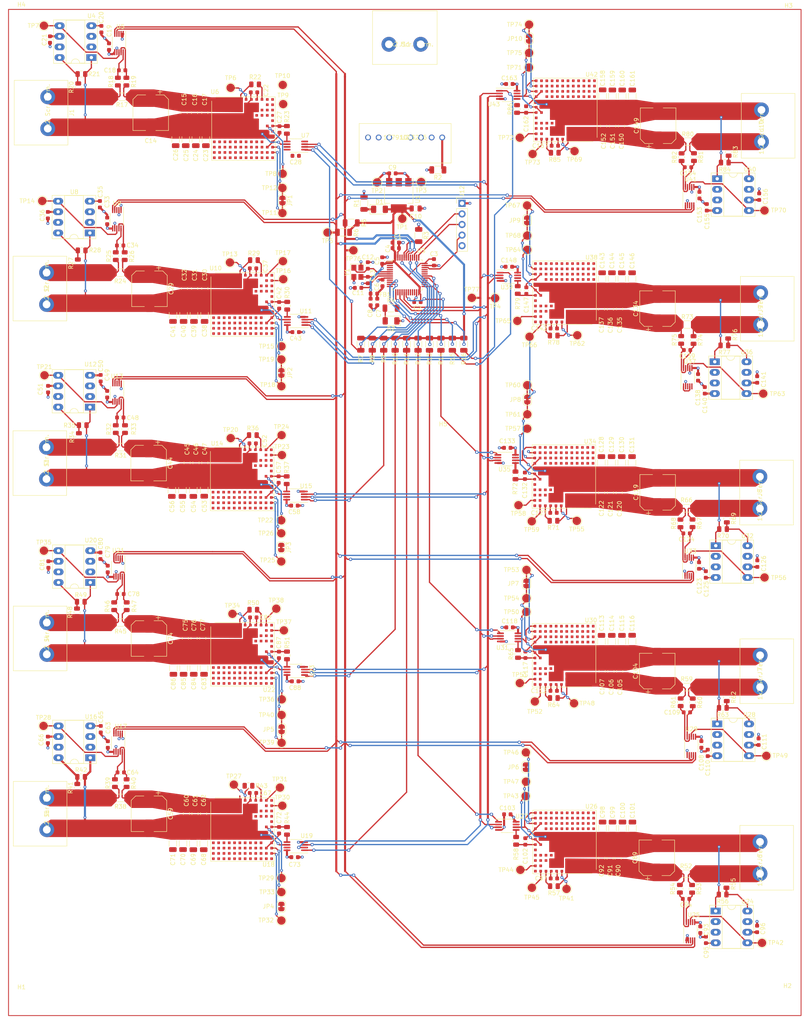
<source format=kicad_pcb>
(kicad_pcb (version 20211014) (generator pcbnew)
  (layers (0 "F.Cu" mixed) (1 "In1.Cu" power) (2 "In2.Cu" power) (31 "B.Cu" mixed) (34 "B.Paste" user) (35 "F.Paste" user) (36 "B.SilkS" user "B.Silkscreen") (37 "F.SilkS" user "F.Silkscreen") (38 "B.Mask" user) (39 "F.Mask" user) (44 "Edge.Cuts" user))
  (net 0 "")
  (net 1 "+3.3V")
  (net 2 "GND")
  (net 3 "+3.3VA")
  (net 4 "+5V")
  (net 5 "/NRST")
  (net 6 "/HSE_IN")
  (net 7 "/PV_POS_0")
  (net 8 "/NEG_0")
  (net 9 "/BUCK_0/Vin+")
  (net 10 "/BUCK_0/Vin-")
  (net 11 "/BUCK_0/TRACK{slash}SS")
  (net 12 "/NEG_1")
  (net 13 "/BUCK_0/Vfb")
  (net 14 "/PV_POS_1")
  (net 15 "/BUCK_1/Vin+")
  (net 16 "/BUCK_1/Vin-")
  (net 17 "/BUCK_1/TRACK{slash}SS")
  (net 18 "/NEG_2")
  (net 19 "/BUCK_1/Vfb")
  (net 20 "/PV_POS_2")
  (net 21 "/BUCK_2/Vin+")
  (net 22 "/BUCK_2/Vin-")
  (net 23 "/BUCK_2/TRACK{slash}SS")
  (net 24 "/NEG_3")
  (net 25 "/BUCK_2/Vfb")
  (net 26 "/PV_POS_4")
  (net 27 "/NEG_4")
  (net 28 "/BUCK_4/Vin+")
  (net 29 "/BUCK_4/Vin-")
  (net 30 "/BUCK_4/TRACK{slash}SS")
  (net 31 "/NEG_5")
  (net 32 "/BUCK_4/Vfb")
  (net 33 "/PV_POS_3")
  (net 34 "/BUCK_3/Vin+")
  (net 35 "/BUCK_3/Vin-")
  (net 36 "/BUCK_3/TRACK{slash}SS")
  (net 37 "/BUCK_3/Vfb")
  (net 38 "/PV_POS_5")
  (net 39 "/BUCK_5/Vin+")
  (net 40 "/BUCK_5/Vin-")
  (net 41 "/BUCK_5/TRACK{slash}SS")
  (net 42 "/NEG_6")
  (net 43 "/BUCK_5/Vfb")
  (net 44 "/POS_9")
  (net 45 "Net-(D1-Pad1)")
  (net 46 "Net-(D2-Pad2)")
  (net 47 "/SWO")
  (net 48 "/SWCLK")
  (net 49 "/SWDIO")
  (net 50 "Net-(R2-Pad1)")
  (net 51 "/BOOT0")
  (net 52 "Net-(R4-Pad1)")
  (net 53 "/SCL")
  (net 54 "/SDA")
  (net 55 "/CS0")
  (net 56 "/CS1")
  (net 57 "/CS2")
  (net 58 "/CS3")
  (net 59 "/CS4")
  (net 60 "/CS5")
  (net 61 "/CS6")
  (net 62 "/CS7")
  (net 63 "/CS8")
  (net 64 "/CS9")
  (net 65 "/BUCK_0/+IN")
  (net 66 "/BUCK_0/RUN")
  (net 67 "/BUCK_0/P0A")
  (net 68 "/BUCK_1/+IN")
  (net 69 "/BUCK_1/RUN")
  (net 70 "/BUCK_1/P0A")
  (net 71 "/BUCK_2/+IN")
  (net 72 "/BUCK_2/RUN")
  (net 73 "/BUCK_2/P0A")
  (net 74 "/BUCK_4/+IN")
  (net 75 "/BUCK_4/RUN")
  (net 76 "/BUCK_4/P0A")
  (net 77 "/BUCK_3/+IN")
  (net 78 "/BUCK_3/RUN")
  (net 79 "/BUCK_3/P0A")
  (net 80 "/BUCK_5/+IN")
  (net 81 "/BUCK_5/RUN")
  (net 82 "/BUCK_5/P0A")
  (net 83 "/SDIO")
  (net 84 "Net-(TP6-Pad1)")
  (net 85 "Net-(TP8-Pad1)")
  (net 86 "Net-(TP9-Pad1)")
  (net 87 "Net-(TP10-Pad1)")
  (net 88 "Net-(JP1-Pad1)")
  (net 89 "Net-(TP13-Pad1)")
  (net 90 "Net-(TP15-Pad1)")
  (net 91 "Net-(TP16-Pad1)")
  (net 92 "Net-(TP17-Pad1)")
  (net 93 "Net-(JP1-Pad2)")
  (net 94 "Net-(TP20-Pad1)")
  (net 95 "Net-(TP22-Pad1)")
  (net 96 "Net-(TP23-Pad1)")
  (net 97 "Net-(TP24-Pad1)")
  (net 98 "Net-(JP2-Pad1)")
  (net 99 "Net-(TP27-Pad1)")
  (net 100 "Net-(TP29-Pad1)")
  (net 101 "Net-(TP30-Pad1)")
  (net 102 "Net-(TP31-Pad1)")
  (net 103 "Net-(JP2-Pad2)")
  (net 104 "Net-(TP34-Pad1)")
  (net 105 "Net-(TP36-Pad1)")
  (net 106 "Net-(TP37-Pad1)")
  (net 107 "Net-(TP38-Pad1)")
  (net 108 "Net-(JP3-Pad1)")
  (net 109 "Net-(TP41-Pad1)")
  (net 110 "Net-(TP43-Pad1)")
  (net 111 "Net-(TP44-Pad1)")
  (net 112 "Net-(TP45-Pad1)")
  (net 113 "Net-(JP3-Pad2)")
  (net 114 "Net-(JP4-Pad1)")
  (net 115 "Net-(JP4-Pad2)")
  (net 116 "Net-(JP5-Pad1)")
  (net 117 "Net-(JP5-Pad2)")
  (net 122 "/HSE_OUT")
  (net 124 "/SCK")
  (net 210 "/BUCK_0/BUCK_VIN")
  (net 211 "/BUCK_1/BUCK_VIN")
  (net 212 "/BUCK_2/BUCK_VIN")
  (net 213 "/BUCK_4/BUCK_VIN")
  (net 214 "/BUCK_3/BUCK_VIN")
  (net 215 "/BUCK_5/BUCK_VIN")
  (net 216 "Net-(TP7-Pad1)")
  (net 217 "Net-(TP14-Pad1)")
  (net 218 "Net-(TP21-Pad1)")
  (net 219 "Net-(TP28-Pad1)")
  (net 220 "Net-(TP35-Pad1)")
  (net 221 "Net-(TP42-Pad1)")
  (net 222 "Net-(C20-Pad1)")
  (net 223 "Net-(C35-Pad1)")
  (net 224 "Net-(C50-Pad1)")
  (net 225 "Net-(C65-Pad1)")
  (net 226 "Net-(C80-Pad1)")
  (net 227 "Net-(C95-Pad1)")
  (net 228 "Net-(JP6-Pad1)")
  (net 229 "Net-(JP6-Pad2)")
  (net 236 "/BUCK_6/BUCK_VIN")
  (net 237 "/BUCK_6/Vin+")
  (net 238 "/BUCK_6/Vin-")
  (net 239 "Net-(C110-Pad1)")
  (net 240 "/BUCK_6/TRACK{slash}SS")
  (net 241 "/NEG_7")
  (net 242 "/BUCK_6/Vfb")
  (net 243 "/BUCK_7/BUCK_VIN")
  (net 244 "/BUCK_7/Vin+")
  (net 245 "/BUCK_7/Vin-")
  (net 246 "Net-(C125-Pad1)")
  (net 247 "/BUCK_7/TRACK{slash}SS")
  (net 248 "/NEG_8")
  (net 249 "/BUCK_7/Vfb")
  (net 250 "/BUCK_8/BUCK_VIN")
  (net 251 "/BUCK_8/Vin+")
  (net 252 "/BUCK_8/Vin-")
  (net 253 "Net-(C140-Pad1)")
  (net 254 "/BUCK_8/TRACK{slash}SS")
  (net 255 "/NEG_9")
  (net 256 "/BUCK_8/Vfb")
  (net 257 "/BUCK_9/BUCK_VIN")
  (net 258 "/BUCK_9/Vin+")
  (net 259 "/BUCK_9/Vin-")
  (net 260 "Net-(C155-Pad1)")
  (net 261 "/BUCK_9/TRACK{slash}SS")
  (net 262 "/BUCK_9/Vfb")
  (net 263 "/PV_POS_6")
  (net 264 "/PV_POS_7")
  (net 265 "/PV_POS_8")
  (net 266 "/PV_POS_9")
  (net 267 "Net-(JP7-Pad1)")
  (net 268 "Net-(JP7-Pad2)")
  (net 269 "Net-(JP8-Pad1)")
  (net 270 "Net-(JP8-Pad2)")
  (net 271 "Net-(JP9-Pad1)")
  (net 272 "Net-(JP9-Pad2)")
  (net 273 "Net-(JP10-Pad1)")
  (net 274 "Net-(JP10-Pad2)")
  (net 275 "/BUCK_6/+IN")
  (net 276 "/BUCK_6/RUN")
  (net 277 "/BUCK_6/P0A")
  (net 278 "/BUCK_7/+IN")
  (net 279 "/BUCK_7/RUN")
  (net 280 "/BUCK_7/P0A")
  (net 281 "/BUCK_8/+IN")
  (net 282 "/BUCK_8/RUN")
  (net 283 "/BUCK_8/P0A")
  (net 284 "/BUCK_9/+IN")
  (net 285 "/BUCK_9/RUN")
  (net 286 "/BUCK_9/P0A")
  (net 287 "Net-(TP48-Pad1)")
  (net 288 "Net-(TP49-Pad1)")
  (net 289 "Net-(TP50-Pad1)")
  (net 290 "Net-(TP51-Pad1)")
  (net 291 "Net-(TP52-Pad1)")
  (net 292 "Net-(TP55-Pad1)")
  (net 293 "Net-(TP56-Pad1)")
  (net 294 "Net-(TP57-Pad1)")
  (net 295 "Net-(TP58-Pad1)")
  (net 296 "Net-(TP59-Pad1)")
  (net 297 "Net-(TP62-Pad1)")
  (net 298 "Net-(TP63-Pad1)")
  (net 299 "Net-(TP64-Pad1)")
  (net 300 "Net-(TP65-Pad1)")
  (net 301 "Net-(TP66-Pad1)")
  (net 302 "Net-(TP69-Pad1)")
  (net 303 "Net-(TP70-Pad1)")
  (net 304 "Net-(TP71-Pad1)")
  (net 305 "Net-(TP72-Pad1)")
  (net 306 "Net-(TP73-Pad1)")
  (footprint "TestPoint:TestPoint_Pad_D2.0mm" (layer "F.Cu") (at 187.071 54.1528 180)
    (fp_text reference "TP69")
    (fp_text value "TestPoint")
  )
  (footprint "TB005:TB005-762-02BE" (layer "F.Cu") (at 150.1902 28.548599 180)
    (fp_text reference "J11")
    (fp_text value "1x2 Scr. Term.")
  )
  (footprint "Capacitor_SMD:CP_Elec_8x6.9" (layer "F.Cu") (at 207.1116 48.0568 90)
    (fp_text reference "C149")
    (fp_text value "330uF")
  )
  (footprint "Jumper:SolderJumper-2_P1.3mm_Bridged_RoundedPad1.0x1.5mm" (layer "F.Cu") (at 175.548212 157.746934 90)
    (fp_text reference "JP7")
    (fp_text value "SolderJumper_2_Bridged")
  )
  (footprint "Capacitor_SMD:C_0805_2012Metric" (layer "F.Cu") (at 198.3232 48.1584 90)
    (fp_text reference "C150")
    (fp_text value "22uF")
  )
  (footprint "TestPoint:TestPoint_Pad_D2.0mm" (layer "F.Cu") (at 105.0521 165.0326)
    (fp_text reference "TP34")
    (fp_text value "TestPoint")
  )
  (footprint "Resistor_SMD:R_0805_2012Metric" (layer "F.Cu") (at 110.4957 38.1584)
    (fp_text reference "R22")
    (fp_text value "10k")
  )
  (footprint "Capacitor_SMD:C_0603_1608Metric" (layer "F.Cu") (at 231.188912 195.685734 90)
    (fp_text reference "C111")
    (fp_text value "100nF")
  )
  (footprint "Capacitor_SMD:C_1206_3216Metric" (layer "F.Cu") (at 95.8319 93.4808 90)
    (fp_text reference "C39")
    (fp_text value "100uF")
  )
  (footprint "Capacitor_SMD:C_1206_3216Metric" (layer "F.Cu") (at 96.2717 51.3664 90)
    (fp_text reference "C24")
    (fp_text value "100uF")
  )
  (footprint "Package_DIP:DIP-8_W7.62mm_Socket_LongPads" (layer "F.Cu") (at 220.6852 104.627439)
    (fp_text reference "U36")
    (fp_text value "AD626ANZ")
  )
  (footprint "Capacitor_SMD:C_0603_1608Metric" (layer "F.Cu") (at 75.184 196.342 90)
    (fp_text reference "C63")
    (fp_text value "100nF")
  )
  (footprint "Package_DIP:DIP-8_W7.62mm_Socket_LongPads" (layer "F.Cu") (at 71.2347 31.7234 180)
    (fp_text reference "U4")
    (fp_text value "AD626ANZ")
  )
  (footprint "17791063215:17791063215" (layer "F.Cu") (at 137.5664 50.875801)
    (fp_text reference "U2")
    (fp_text value "17791063215")
  )
  (footprint "Resistor_SMD:R_0805_2012Metric" (layer "F.Cu") (at 68.0951 38.8454 90)
    (fp_text reference "R20")
    (fp_text value "9k")
  )
  (footprint "Capacitor_SMD:C_0603_1608Metric" (layer "F.Cu") (at 109.9797 207.9586)
    (fp_text reference "C67")
    (fp_text value "10nF")
  )
  (footprint "MountingHole:MountingHole_3mm" (layer "F.Cu") (at 155.55 123.57)
    (fp_text reference "H5")
    (fp_text value "MountingHole")
  )
  (footprint "Jumper:SolderJumper-2_P1.3mm_Bridged_RoundedPad1.0x1.5mm" (layer "F.Cu") (at 117.0421 65.9876 -90)
    (fp_text reference "JP1")
    (fp_text value "SolderJumper_2_Bridged")
  )
  (footprint "Capacitor_SMD:C_0603_1608Metric" (layer "F.Cu") (at 120.2182 55.2704)
    (fp_text reference "C28")
    (fp_text value "100nF")
  )
  (footprint "Capacitor_SMD:C_1206_3216Metric" (layer "F.Cu") (at 98.3719 93.4808 90)
    (fp_text reference "C38")
    (fp_text value "100uF")
  )
  (footprint "TestPoint:TestPoint_Pad_D2.0mm" (layer "F.Cu") (at 116.8123 100.923)
    (fp_text reference "TP15")
    (fp_text value "TestPoint")
  )
  (footprint "Resistor_SMD:R_0805_2012Metric" (layer "F.Cu") (at 68.9079 77.936)
    (fp_text reference "R28")
    (fp_text value "1k")
  )
  (footprint "Resistor_SMD:R_1206_3216Metric" (layer "F.Cu") (at 131.6736 73.6092 180)
    (fp_text reference "R6")
    (fp_text value "1k5")
  )
  (footprint "TestPoint:TestPoint_Pad_D2.0mm" (layer "F.Cu") (at 116.8377 189.2642 180)
    (fp_text reference "TP40")
    (fp_text value "TestPoint")
  )
  (footprint "Capacitor_SMD:C_0805_2012Metric" (layer "F.Cu") (at 193.556812 136.0207 90)
    (fp_text reference "C122")
    (fp_text value "22uF")
  )
  (footprint "Capacitor_SMD:C_1206_3216Metric" (layer "F.Cu") (at 98.2957 135.3654 90)
    (fp_text reference "C53")
    (fp_text value "100uF")
  )
  (footprint "Capacitor_SMD:C_1206_3216Metric" (layer "F.Cu") (at 90.8027 93.4808 90)
    (fp_text reference "C41")
    (fp_text value "100uF")
  )
  (footprint "Capacitor_SMD:C_0805_2012Metric" (layer "F.Cu") (at 93.4777 44.9414 -90)
    (fp_text reference "C15")
    (fp_text value "22uF")
  )
  (footprint "Jumper:SolderJumper-2_P1.3mm_Bridged_RoundedPad1.0x1.5mm" (layer "F.Cu") (at 116.7869 235.162 -90)
    (fp_text reference "JP4")
    (fp_text value "SolderJumper_2_Bridged")
  )
  (footprint "Capacitor_SMD:C_0805_2012Metric" (layer "F.Cu") (at 194.0306 48.1584 90)
    (fp_text reference "C152")
    (fp_text value "22uF")
  )
  (footprint "Capacitor_SMD:C_1206_3216Metric" (layer "F.Cu") (at 195.944412 128.8325 -90)
    (fp_text reference "C129")
    (fp_text value "100uF")
  )
  (footprint "Resistor_SMD:R_0805_2012Metric" (layer "F.Cu") (at 118.0569 133.0032 -90)
    (fp_text reference "R37")
    (fp_text value "20K")
  )
  (footprint "Resistor_SMD:R_0805_2012Metric" (layer "F.Cu") (at 182.101412 185.204334 180)
    (fp_text reference "R64")
    (fp_text value "10k")
  )
  (footprint "TestPoint:TestPoint_Pad_D2.0mm" (layer "F.Cu") (at 104.6203 38.9724 90)
    (fp_text reference "TP6")
    (fp_text value "TestPoint")
  )
  (footprint "Resistor_SMD:R_0805_2012Metric" (layer "F.Cu") (at 79.7029 163.2019 90)
    (fp_text reference "R47")
    (fp_text value "10R")
  )
  (footprint "Capacitor_SMD:C_1206_3216Metric" (layer "F.Cu") (at 198.433612 171.666134 -90)
    (fp_text reference "C115")
    (fp_text value "100uF")
  )
  (footprint "Package_DIP:DIP-8_W7.62mm_Socket_LongPads" (layer "F.Cu") (at 70.9045 115.4926 180)
    (fp_text reference "U12")
    (fp_text value "AD626ANZ")
  )
  (footprint "Capacitor_SMD:C_0805_2012Metric" (layer "F.Cu") (at 196.1896 48.1584 90)
    (fp_text reference "C151")
    (fp_text value "22uF")
  )
  (footprint "Resistor_SMD:R_0805_2012Metric" (layer "F.Cu") (at 222.563612 232.298622 180)
    (fp_text reference "R56")
    (fp_text value "1k")
  )
  (footprint "Package_SO:MSOP-8_3x3mm_P0.65mm" (layer "F.Cu") (at 120.2413 178.7106 180)
    (fp_text reference "U23")
    (fp_text value "MCP4151-502E/SN")
  )
  (footprint "TestPoint:TestPoint_Pad_D2.0mm" (layer "F.Cu") (at 187.7314 98.267439 180)
    (fp_text reference "TP62")
    (fp_text value "TestPoint")
  )
  (footprint "TB005:TB005-762-02BE" (layer "F.Cu") (at 60.474099 125.1038 -90)
    (fp_text reference "J3")
    (fp_text value "1x2 Scr. Term.")
  )
  (footprint "Capacitor_SMD:C_0603_1608Metric" (layer "F.Cu") (at 75.0316 112.395 90)
    (fp_text reference "C49")
    (fp_text value "100nF")
  )
  (footprint "Capacitor_SMD:C_0603_1608Metric" (layer "F.Cu") (at 135.1788 86.9188 180)
    (fp_text reference "C11")
    (fp_text value "100nF")
  )
  (footprint "Capacitor_SMD:C_0603_1608Metric" (layer "F.Cu") (at 213.927612 145.7489 180)
    (fp_text reference "C124")
    (fp_text value "1uF")
  )
  (footprint "Capacitor_SMD:C_0805_2012Metric" (layer "F.Cu") (at 94.1937 128.853 -90)
    (fp_text reference "C45")
    (fp_text value "22uF")
  )
  (footprint "Capacitor_SMD:C_0603_1608Metric" (layer "F.Cu") (at 78.2805 203.031)
    (fp_text reference "C64")
    (fp_text value "1uF")
  )
  (footprint "TestPoint:TestPoint_Pad_D2.0mm" (layer "F.Cu") (at 117.2441 84.8448)
    (fp_text reference "TP16")
    (fp_text value "TestPoint")
  )
  (footprint "TestPoint:TestPoint_Pad_D2.0mm" (layer "F.Cu") (at 116.8885 185.5304)
    (fp_text reference "TP36")
    (fp_text value "TestPoint")
  )
  (footprint "Capacitor_SMD:C_0603_1608Metric" (layer "F.Cu") (at 175.268812 219.573222 -90)
    (fp_text reference "C102")
    (fp_text value "100pF")
  )
  (footprint "Package_DIP:DIP-8_W7.62mm_Socket_LongPads" (layer "F.Cu") (at 70.9807 199.517 180)
    (fp_text reference "U16")
    (fp_text value "AD626ANZ")
  )
  (footprint "Resistor_SMD:R_0805_2012Metric" (layer "F.Cu") (at 224.0026 54.3306 -90)
    (fp_text reference "R83")
    (fp_text value "9k")
  )
  (footprint "Capacitor_SMD:C_0603_1608Metric" (layer "F.Cu") (at 120.2159 97.5194)
    (fp_text reference "C43")
    (fp_text value "100nF")
  )
  (footprint "Capacitor_SMD:C_0603_1608Metric" (layer "F.Cu") (at 116.2535 91.0932 90)
    (fp_text reference "C42")
    (fp_text value "100pF")
  )
  (footprint "Capacitor_SMD:C_0603_1608Metric" (layer "F.Cu") (at 182.126812 228.437822 180)
    (fp_text reference "C97")
    (fp_text value "10nF")
  )
  (footprint "Resistor_SMD:R_0805_2012Metric" (layer "F.Cu") (at 215.5952 99.410439 -90)
    (fp_text reference "R74")
    (fp_text value "10R")
  )
  (footprint "Resistor_SMD:R_1206_3216Metric" (layer "F.Cu") (at 155.0364 100.4175 -90)
    (fp_text reference "R14")
    (fp_text value "100k")
  )
  (footprint "Capacitor_SMD:C_0805_2012Metric" (layer "F.Cu") (at 197.519212 223.611822 90)
    (fp_text reference "C90")
    (fp_text value "22uF")
  )
  (footprint "Resistor_SMD:R_0805_2012Metric" (layer "F.Cu") (at 223.901 98.140439 -90)
    (fp_text reference "R76")
    (fp_text value "9k")
  )
  (footprint "Resistor_SMD:R_0805_2012Metric" (layer "F.Cu") (at 173.059012 219.420822 90)
    (fp_text reference "R58")
    (fp_text value "20K")
  )
  (footprint "Capacitor_SMD:C_0603_1608Metric" (layer "F.Cu") (at 120.0912 181.2036)
    (fp_text reference "C88")
    (fp_text value "100nF")
  )
  (footprint "Package_DIP:DIP-8_W7.62mm_Socket_LongPads" (layer "F.Cu") (at 220.922612 148.7053)
    (fp_text reference "U32")
    (fp_text value "AD626ANZ")
  )
  (footprint "TestPoint:TestPoint_Pad_D2.0mm" (layer "F.Cu") (at 117.3965 168.995)
    (fp_text reference "TP37")
    (fp_text value "TestPoint")
  )
  (footprint "TB005:TB005-762-02BE" (layer "F.Cu") (at 231.556213 182.588134 90)
    (fp_text reference "J7")
    (fp_text value "1x2 Scr. Term.")
  )
  (footprint "TestPoint:TestPoint_Pad_D2.0mm" (layer "F.Cu") (at 145.7706 70.358 180)
    (fp_text reference "TP1")
    (fp_text value "TestPoint")
  )
  (footprint "TestPoint:TestPoint_Pad_D2.0mm" (layer "F.Cu") (at 175.522812 161.302934)
    (fp_text reference "TP54")
    (fp_text value "TestPoint")
  )
  (footprint "Package_SO:VSSOP-10_3x3mm_P0.5mm" (layer "F.Cu") (at 77.6455 153.9074 -90)
    (fp_text reference "U21")
    (fp_text value "INA226")
  )
  (footprint "Resistor_SMD:R_1206_3216Metric" (layer "F.Cu") (at 214.2236 51.8668 180)
    (fp_text reference "R80")
    (fp_text value "0R0025")
  )
  (footprint "Capacitor_SMD:C_0603_1608Metric" (layer "F.Cu") (at 218.565112 243.161022 90)
    (fp_text reference "C95")
    (fp_text value "100nF")
  )
  (footprint "Resistor_SMD:R_0805_2012Metric" (layer "F.Cu") (at 173.2788 44.0436 90)
    (fp_text reference "R86")
    (fp_text value "20K")
  )
  (footprint "Package_LGA:Linear_LGA-133_15.0x15.0mm_Layout12x12_P1.27mm" (layer "F.Cu") (at 107.4651 216.7228)
    (fp_text reference "U18")
    (fp_text value "LTM4611EV-PBF")
  )
  (footprint "Capacitor_SMD:C_0603_1608Metric" (layer "F.Cu") (at 139.7742 90.296 -90)
    (fp_text reference "C7")
    (fp_text value "1uF")
  )
  (footprint "Resistor_SMD:R_1206_3216Metric" (layer "F.Cu") (at 78.578254 41.1314)
    (fp_text reference "R17")
    (fp_text value "0R0025")
  )
  (footprint "Resistor_SMD:R_0805_2012Metric" (layer "F.Cu") (at 223.579612 142.1929 -90)
    (fp_text reference "R69")
    (fp_text value "9k")
  )
  (footprint "Package_SO:VSSOP-10_3x3mm_P0.5mm" (layer "F.Cu") (at 214.1982 108.325839 90)
    (fp_text reference "U37")
    (fp_text value "INA226")
  )
  (footprint "TestPoint:TestPoint_Pad_D2.0mm" (layer "F.Cu") (at 177.0126 54.8386 180)
    (fp_text reference "TP73")
    (fp_text value "TestPoint")
  )
  (footprint "Capacitor_SMD:C_0603_1608Metric" (layer "F.Cu") (at 75.1586 154.2796 90)
    (fp_text reference "C79")
    (fp_text value "100nF")
  )
  (footprint "TestPoint:TestPoint_Pad_D2.0mm" (layer "F.Cu") (at 117.0917 59.5718 90)
    (fp_text reference "TP8")
    (fp_text value "TestPoint")
  )
  (footprint "Capacitor_SMD:CP_Elec_8x6.9" (layer "F.Cu") (at 85.4687 44.9414 -90)
    (fp_text reference "C14")
    (fp_text value "330uF")
  )
  (footprint "Resistor_SMD:R_0805_2012Metric" (layer "F.Cu") (at 79.6267 37.4894 90)
    (fp_text reference "R19")
    (fp_text value "10R")
  )
  (footprint "Capacitor_SMD:C_0805_2012Metric" (layer "F.Cu") (at 197.900212 178.828934 90)
    (fp_text reference "C105")
    (fp_text value "22uF")
  )
  (footprint "Resistor_SMD:R_1206_3216Metric" (layer "F.Cu") (at 135.8312 100.4175 -90)
    (fp_text reference "R7")
    (fp_text value "100k")
  )
  (footprint "TestPoint:TestPoint_Pad_D2.0mm" (layer "F.Cu") (at 175.6918 67.152439)
    (fp_text reference "TP67")
    (fp_text value "TestPoint")
  )
  (footprint "Package_LGA:Linear_LGA-133_15.0x15.0mm_Layout12x12_P1.27mm" (layer "F.Cu") (at 107.3889 132.6984)
    (fp_text reference "U14")
    (fp_text value "LTM4611EV-PBF")
  )
  (footprint "TestPoint:TestPoint_Pad_D2.0mm" (layer "F.Cu") (at 116.7869 110.4988 90)
    (fp_text reference "TP18")
    (fp_text value "TestPoint")
  )
  (footprint "Resistor_SMD:R_0805_2012Metric" (layer "F.Cu") (at 76.8835 205.5964 90)
    (fp_text reference "R39")
    (fp_text value "10R")
  )
  (footprint "Capacitor_SMD:C_1206_3216Metric" (layer "F.Cu") (at 200.8632 84.780039 -90)
    (fp_text reference "C146")
    (fp_text value "100uF")
  )
  (footprint "Capacitor_SMD:C_0603_1608Metric" (layer "F.Cu") (at 137.5136 85.0454 -90)
    (fp_text reference "C13")
    (fp_text value "14pF")
  )
  (footprint "TestPoint:TestPoint_Pad_D2.0mm" (layer "F.Cu") (at 104.6333 122.9194)
    (fp_text reference "TP20")
    (fp_text value "TestPoint")
  )
  (footprint "Package_DIP:DIP-8_W7.62mm_Socket_LongPads" (layer "F.Cu") (at 70.8791 73.7604 180)
    (fp_text reference "U8")
    (fp_text value "AD626ANZ")
  )
  (footprint "Capacitor_SMD:C_1206_3216Metric" (layer "F.Cu") (at 195.995212 171.666134 -90)
    (fp_text reference "C114")
    (fp_text value "100uF")
  )
  (footprint "Resistor_SMD:R_0805_2012Metric" (layer "F.Cu") (at 222.665212 144.7329 180)
    (fp_text reference "R70")
    (fp_text value "1k")
  )
  (footprint "Capacitor_SMD:C_0603_1608Metric" (layer "F.Cu") (at 175.294212 174.841134 -90)
    (fp_text reference "C117")
    (fp_text value "100pF")
  )
  (footprint "Capacitor_SMD:C_1206_3216Metric" (layer "F.Cu") (at 98.1687 220.0744 90)
    (fp_text reference "C68")
    (fp_text value "100uF")
  )
  (footprint "Resistor_SMD:R_1206_3216Metric" (layer "F.Cu") (at 78.215 83.27)
    (fp_text reference "R24")
    (fp_text value "0R0025")
  )
  (footprint "Resistor_SMD:R_0805_2012Metric" (layer "F.Cu") (at 77.0867 79.3076 90)
    (fp_text reference "R25")
    (fp_text value "10R")
  )
  (footprint "Capacitor_SMD:CP_Elec_8x6.9" (layer "F.Cu") (at 206.9592 91.892039 90)
    (fp_text reference "C134")
    (fp_text value "330uF")
  )
  (footprint "Jumper:SolderJumper-2_P1.3mm_Bridged_RoundedPad1.0x1.5mm" (layer "F.Cu") (at 175.7172 70.733839 90)
    (fp_text reference "JP9")
    (fp_text value "SolderJumper_2_Bridged")
  )
  (footprint "TestPoint:TestPoint_Pad_D2.0mm" (layer "F.Cu") (at 116.7615 152.485 180)
    (fp_text reference "TP25")
    (fp_text value "TestPoint")
  )
  (footprint "Resistor_SMD:R_1206_3216Metric" (layer "F.Cu") (at 214.0966 95.702039 180)
    (fp_text reference "R73")
    (fp_text value "0R0025")
  )
  (footprint "Capacitor_SMD:C_0603_1608Metric" (layer "F.Cu") (at 73.279 66.8782 -90)
    (fp_text reference "C35")
    (fp_text value "100nF")
  )
  (footprint "Resistor_SMD:R_0805_2012Metric" (layer "F.Cu") (at 77.5947 37.4894 90)
    (fp_text reference "R18")
    (fp_text value "10R")
  )
  (footprint "Capacitor_SMD:C_0805_2012Metric" (layer "F.Cu") (at 193.582212 223.586422 90)
    (fp_text reference "C92")
    (fp_text value "22uF")
  )
  (footprint "Capacitor_SMD:C_0603_1608Metric" (layer "F.Cu") (at 143.4084 59.4868)
    (fp_text reference "C9")
    (fp_text value "10u")
  )
  (footprint "Capacitor_SMD:C_0603_1608Metric" (layer "F.Cu") (at 141.0188 85.724 90)
    (fp_text reference "C6")
    (fp_text value "100nF")
  )
  (footprint "TestPoint:TestPoint_Pad_D2.0mm" (layer "F.Cu") (at 116.4567 206.6632)
    (fp_text reference "TP31")
    (fp_text value "TestPoint")
  )
  (footprint "Capacitor_SMD:C_0603_1608Metric" (layer "F.Cu") (at 171.323 81.859039 180)
    (fp_text reference "C148")
    (fp_text value "100nF")
  )
  (footprint "Resistor_SMD:R_1206_3216Metric" (layer "F.Cu") (at 138.5748 100.4175 -90)
    (fp_text reference "R8")
    (fp_text value "100k")
  )
  (footprint "Capacitor_SMD:C_0805_2012Metric" (layer "F.Cu") (at 98.4307 44.9414 -90)
    (fp_text reference "C17")
    (fp_text value "22uF")
  )
  (footprint "MountingHole:MountingHole_3mm" (layer "F.Cu") (at 54.4807 23.0212)
    (fp_text reference "H4")
    (fp_text value "MountingHole")
  )
  (footprint "Resistor_SMD:R_0805_2012Metric" (layer "F.Cu") (at 182.0672 98.343639 180)
    (fp_text reference "R78")
    (fp_text value "10k")
  )
  (footprint "Resistor_SMD:R_0805_2012Metric" (layer "F.Cu") (at 173.4566 87.421639 90)
    (fp_text reference "R79")
    (fp_text value "20K")
  )
  (footprint "TestPoint:TestPoint_Pad_D2.0mm" (layer "F.Cu") (at 174.075012 226.380422)
    (fp_text reference "TP44")
    (fp_text value "TestPoint")
  )
  (footprint "TestPoint:TestPoint_Pad_D2.0mm" (layer "F.Cu") (at 162.433 89.3064)
    (fp_text reference "TP77")
    (fp_text value "TestPoint")
  )
  (footprint "Package_SO:VSSOP-10_3x3mm_P0.5mm" (layer "F.Cu") (at 215.070612 196.685134 90)
    (fp_text reference "U29")
    (fp_text value "INA226")
  )
  (footprint "Resistor_SMD:R_0805_2012Metric" (layer "F.Cu") (at 215.6968 55.5752 -90)
    (fp_text reference "R81")
    (fp_text value "10R")
  )
  (footprint "TestPoint:TestPoint_Pad_D2.0mm" (layer "F.Cu") (at 187.613212 142.7517 180)
    (fp_text reference "TP55")
    (fp_text value "TestPoint")
  )
  (footprint "Package_SO:VSSOP-10_3x3mm_P0.5mm" (layer "F.Cu") (at 77.3915 111.9974 -90)
    (fp_text reference "U13")
    (fp_text value "INA226")
  )
  (footprint "Package_SO:MSOP-8_3x3mm_P0.65mm" (layer "F.Cu") (at 120.3175 94.8524 180)
    (fp_text reference "U11")
    (fp_text value "MCP4151-502E/SN")
  )
  (footprint "Capacitor_SMD:C_0603_1608Metric" (layer "F.Cu") (at 218.7702 67.6148 90)
    (fp_text reference "C155")
    (fp_text value "100nF")
  )
  (footprint "Capacitor_SMD:C_0603_1608Metric" (layer "F.Cu") (at 218.539712 155.5953 90)
    (fp_text reference "C125")
    (fp_text value "100nF")
  )
  (footprint "Capacitor_SMD:C_0805_2012Metric" (layer "F.Cu") (at 98.4355 128.853 -90)
    (fp_text reference "C47")
    (fp_text value "22uF")
  )
  (footprint "Capacitor_SMD:C_1206_3216Metric" (layer "F.Cu") (at 95.6795 220.0744 90)
    (fp_text reference "C69")
    (fp_text value "100uF")
  )
  (footprint "TestPoint:TestPoint_Pad_D2.0mm" (layer "F.Cu") (at 175.726012 110.2397)
    (fp_text reference "TP60")
    (fp_text value "TestPoint")
  )
  (footprint "Resistor_SMD:R_1206_3216Metric" (layer "F.Cu") (at 141.3184 100.4175 -90)
    (fp_text reference "R9")
    (fp_text value "100k")
  )
  (footprint "Resistor_SMD:R_1206_3216Metric" (layer "F.Cu") (at 78.2297 167.1154)
    (fp_text reference "R45")
    (fp_text value "0R0025")
  )
  (footprint "Capacitor_SMD:C_1206_3216Metric" (layer "F.Cu") (at 95.7811 178.0374 90)
    (fp_text reference "C84")
    (fp_text value "100uF")
  )
  (footprint "Capacitor_SMD:C_0603_1608Metric" (layer "F.Cu") (at 119.9134 139.0904)
    (fp_text reference "C58")
    (fp_text value "100nF")
  )
  (footprint "MountingHole:MountingHole_3mm" (layer "F.Cu") (at 238.3767 23.2752)
    (fp_text reference "H3")
    (fp_text value "MountingHole")
  )
  (footprint "Capacitor_SMD:C_0603_1608Metric" (layer "F.Cu") (at 138.174 90.296 -90)
    (fp_text reference "C8")
    (fp_text value "1uF")
  )
  (footprint "Capacitor_SMD:C_1206_3216Metric" (layer "F.Cu") (at 95.6795 135.4162 90)
    (fp_text reference "C54")
    (fp_text value "100uF")
  )
  (footprint "Capacitor_SMD:C_0603_1608Metric" (layer "F.Cu") (at 216.914112 153.4617 -90)
    (fp_text reference "C123")
    (fp_text value "100nF")
  )
  (footprint "Resistor_SMD:R_0805_2012Metric" (layer "F.Cu") (at 76.7057 163.2019 90)
    (fp_text reference "R46")
    (fp_text value "10R")
  )
  (footprint "Capacitor_SMD:C_0603_1608Metric" (layer "F.Cu") (at 60.8076 195.2244 -90)
    (fp_text reference "C66")
    (fp_text value "100nF")
  )
  (footprint "Resistor_SMD:R_1206_3216Metric" (layer "F.Cu") (at 213.800612 227.320222 180)
    (fp_text reference "R52")
    (fp_text value "0R0025")
  )
  (footprint "TestPoint:TestPoint_Pad_D2.0mm" (layer "F.Cu") (at 127.8382 73.66 180)
    (fp_text reference "TP5")
    (fp_text value "TestPoint")
  )
  (footprint "Resistor_SMD:R_0805_2012Metric" (layer "F.Cu") (at 212.454412 143.3613 -90)
    (fp_text reference "R68")
    (fp_text value "10R")
  )
  (footprint "TB005:TB005-762-02BE" (layer "F.Cu") (at 60.550299 209.1282 -90)
    (fp_text reference "J5")
    (fp_text value "1x2 Scr. Term.")
  )
  (footprint "Resistor_SMD:R_0805_2012Metric" (layer "F.Cu") (at 215.248412 230.927022 -90)
    (fp_text reference "R53")
    (fp_text value "10R")
  )
  (footprint "TestPoint:TestPoint_Pad_D2.0mm" (layer "F.Cu") (at 175.751412 117.2247)
    (fp_text reference "TP61")
    (fp_text value "TestPoint")
  )
  (footprint "TestPoint:TestPoint_Pad_D2.0mm" (layer "F.Cu") (at 59.8655 149.8942)
    (fp_text reference "TP35")
    (fp_text value "TestPoint")
  )
  (footprint "Package_SO:VSSOP-10_3x3mm_P0.5mm" (layer "F.Cu") (at 77.3407 70.4684 -90)
    (fp_text reference "U9")
    (fp_text value "INA226")
  )
  (footprint "Capacitor_SMD:C_1206_3216Metric" (layer "F.Cu") (at 198.501 40.9702 -90)
    (fp_text reference "C160")
    (fp_text value "100uF")
  )
  (footprint "Resistor_SMD:R_0805_2012Metric" (layer "F.Cu") (at 223.554212 185.026534 -90)
    (fp_text reference "R62")
    (fp_text value "9k")
  )
  (footprint "Capacitor_SMD:C_0805_2012Metric" (layer "F.Cu") (at 195.792012 178.828934 90)
    (fp_text reference "C106")
    (fp_text value "22uF")
  )
  (footprint "Capacitor_SMD:C_0603_1608Metric" (layer "F.Cu") (at 61.3156 27.4066 -90)
    (fp_text reference "C21")
    (fp_text value "100nF")
  )
  (footprint "Capacitor_SMD:C_0603_1608Metric" (layer "F.Cu") (at 73.4799 192.6678 -90)
    (fp_text reference "C65")
    (fp_text value "100nF")
  )
  (footprint "LED_SMD:LED_1206_3216Metric" (layer "F.Cu") (at 140.3096 68.0974)
    (fp_text reference "D1")
    (fp_text value "PWR_LED")
  )
  (footprint "Resistor_SMD:R_0805_2012Metric" (layer "F.Cu") (at 212.505212 186.220334 -90)
    (fp_text reference "R61")
    (fp_text value "10R")
  )
  (footprint "Resistor_SMD:R_0805_2012Metric" (layer "F.Cu") (at 118.1839 91.1948 -90)
    (fp_text reference "R30")
    (fp_text value "20K")
  )
  (footprint "Resistor_SMD:R_0805_2012Metric" (layer "F.Cu") (at 68.7809 204.0978)
    (fp_text reference "R42")
    (fp_text value "1k")
  )
  (footprint "Capacitor_SMD:C_1206_3216Metric" (layer "F.Cu") (at 90.5233 135.4162 90)
    (fp_text reference "C56")
    (fp_text value "100uF")
  )
  (footprint "TestPoint:TestPoint_Pad_D2.0mm" (layer "F.Cu") (at 116.8377 195.9444 180)
    (fp_text reference "TP39")
    (fp_text value "TestPoint")
  )
  (footprint "Capacitor_SMD:C_0805_2012Metric" (layer "F.Cu") (at 98.4227 87.08 -90)
    (fp_text reference "C30")
    (fp_text value "22uF")
  )
  (footprint "Resistor_SMD:R_1206_3216Metric" (layer "F.Cu") (at 149.5492 100.4175 -90)
    (fp_text reference "R12")
    (fp_text value "100k")
  )
  (footprint "Resistor_SMD:R_0805_2012Metric" (layer "F.Cu") (at 222.614412 187.566534 180)
    (fp_text reference "R63")
    (fp_text value "1k")
  )
  (footprint "Package_LGA:Linear_LGA-133_15.0x15.0mm_Layout12x12_P1.27mm" (layer "F.Cu") (at 184.6834 88.082039 180)
    (fp_text reference "U38")
    (fp_text value "LTM4611EV-PBF")
  )
  (footprint "TestPoint:TestPoint_Pad_D2.0mm" (layer "F.Cu") (at 176.843612 230.673022)
    (fp_text reference "TP45")
    (fp_text value "TestPoint")
  )
  (footprint "Capacitor_SMD:C_0603_1608Metric" (layer "F.Cu") (at 144.1998 76.0594)
    (fp_text reference "C1")
    (fp_text value "10uF")
  )
  (footprint "Capacitor_SMD:C_0603_1608Metric" (layer "F.Cu") (at 216.6767 108.367839 -90)
    (fp_text reference "C138")
    (fp_text value "100nF")
  )
  (footprint "Capacitor_SMD:C_0805_2012Metric" (layer "F.Cu") (at 96.3145 128.8528 -90)
    (fp_text reference "C46")
    (fp_text value "22uF")
  )
  (footprint "Capacitor_SMD:CP_Elec_8x6.9" (layer "F.Cu") (at 84.9607 128.9138 -90)
    (fp_text reference "C44")
    (fp_text value "330uF")
  )
  (footprint "Capacitor_SMD:CP_Elec_8x6.9" (layer "F.Cu") (at 85.0369 170.9382 -90)
    (fp_text reference "C74")
    (fp_text value "330uF")
  )
  (footprint "Package_SO:VSSOP-10_3x3mm_P0.5mm" (layer "F.Cu") (at 77.8557 28.2474 -90)
    (fp_text reference "U5")
    (fp_text value "INA226")
  )
  (footprint "TestPoint:TestPoint_Pad_D2.0mm" (layer "F.Cu") (at 116.7615 145.7286 180)
    (fp_text reference "TP26")
    (fp_text value "TestPoint")
  )
  (footprint "Resistor_SMD:R_1206_3216Metric" (layer "F.Cu") (at 136.6012 66.6496 90)
    (fp_text reference "R1")
    (fp_text value "1k5")
  )
  (footprint "Jumper:SolderJumper-2_P1.3mm_Bridged_RoundedPad1.0x1.5mm" (layer "F.Cu") (at 175.421212 201.767822 90)
    (fp_text reference "JP6")
    (fp_text value "SolderJumper_2_Bridged")
  )
  (footprint "TestPoint:TestPoint_Pad_D2.0mm" (layer "F.Cu") (at 117.1679 80.5268)
    (fp_text reference "TP17")
    (fp_text value "TestPoint")
  )
  (footprint "Package_LGA:Linear_LGA-133_15.0x15.0mm_Layout12x12_P1.27mm" (layer "F.Cu") (at 107.6937 48.7514)
    (fp_text reference "U6")
    (fp_text value "LTM4611EV-PBF")
  )
  (footprint "Package_LGA:Linear_LGA-133_15.0x15.0mm_Layout12x12_P1.27mm" (layer "F.Cu") (at 107.4651 174.7228)
    (fp_text reference "U22")
    (fp_text value "LTM4611EV-PBF")
  )
  (footprint "Capacitor_SMD:C_0805_2012Metric" (layer "F.Cu") (at 195.588812 223.611822 90)
    (fp_text reference "C91")
    (fp_text value "22uF")
  )
  (footprint "Capacitor_SMD:C_0603_1608Metric" (layer "F.Cu") (at 182.3466 52.8574 180)
    (fp_text reference "C157")
    (fp_text value "10nF")
  )
  (footprint "Package_LGA:Linear_LGA-133_15.0x15.0mm_Layout12x12_P1.27mm" (layer "F.Cu") (at 184.666812 219.700222 180)
    (fp_text reference "U26")
    (fp_text value "LTM4611EV-PBF")
  )
  (footprint "Package_SO:MSOP-8_3x3mm_P0.65mm" (layer "F.Cu") (at 171.408012 170.675534)
    (fp_text reference "U31")
    (fp_text value "MCP4151-502E/SN")
  )
  (footprint "Capacitor_SMD:C_0805_2012Metric" (layer "F.Cu") (at 95.9843 87.08 -90)
    (fp_text reference "C31")
    (fp_text value "22uF")
  )
  (footprint "Resistor_SMD:R_1206_3216Metric" (layer "F.Cu") (at 133.5278 71.3486 180)
    (fp_text reference "R5")
    (fp_text value "1k5")
  )
  (footprint "TestPoint:TestPoint_Pad_D2.0mm" (layer "F.Cu") (at 186.952812 186.474334)
    (fp_text reference "TP48")
    (fp_text value "TestPoint")
  )
  (footprint "Resistor_SMD:R_0805_2012Metric" (layer "F.Cu") (at 67.8665 206.714 90)
    (fp_text reference "R41")
    (fp_text value "9k")
  )
  (footprint "Capacitor_SMD:C_0805_2012Metric" (layer "F.Cu") (at 93.5459 87.08 -90)
    (fp_text reference "C32")
    (fp_text value "22uF")
  )
  (footprint "TestPoint:TestPoint_Pad_D2.0mm" (layer "F.Cu") (at 232.622012 156.3153)
    (fp_text reference "TP56")
    (fp_text value "TestPoint")
  )
  (footprint "Capacitor_SMD:C_0805_2012Metric" (layer "F.Cu") (at 95.9637 44.9414 -90)
    (fp_text reference "C16")
    (fp_text value "22uF")
  )
  (footprint "Capacitor_SMD:C_0805_2012Metric" (layer "F.Cu") (at 197.773212 136.0207 90)
    (fp_text reference "C120")
    (fp_text value "22uF")
  )
  (footprint "Package_DIP:DIP-8_W7.62mm_Socket_LongPads" (layer "F.Cu") (at 220.897212 236.245622)
    (fp_text reference "U24")
    (fp_text value "AD626ANZ")
  )
  (footprint "Jumper:SolderJumper-2_P1.3mm_Bridged_RoundedPad1.0x1.5mm" (layer "F.Cu") (at 175.751412 113.6941 90)
    (fp_text reference "JP8")
    (fp_text value "SolderJumper_2_Bridged")
  )
  (footprint "Resistor_SMD:R_0805_2012Metric" (layer "F.Cu") (at 77.0867 120.7604 90)
    (fp_text reference "R32")
    (fp_text value "10R")
  )
  (footprint "Package_SO:MSOP-8_3x3mm_P0.65mm" (layer "F.Cu") (at 170.798412 127.9181)
    (fp_text reference "U35")
    (fp_text value "MCP4151-502E/SN")
  )
  (footprint "TestPoint:TestPoint_Pad_D2.0mm" (layer "F.Cu") (at 175.345012 208.702022)
    (fp_text reference "TP43")
    (fp_text value "TestPoint")
  )
  (footprint "Capacitor_SMD:C_0603_1608Metric" (layer "F.Cu") (at 214.003812 188.633334 180)
    (fp_text reference "C109")
    (fp_text value "1uF")
  )
  (footprint "TestPoint:TestPoint_Pad_D2.0mm" (layer "F.Cu") (at 117.0409 68.9952 180)
    (fp_text reference "TP11")
    (fp_text value "TestPoint")
  )
  (footprint "Capacitor_SMD:C_0603_1608Metric" (layer "F.Cu") (at 230.884112 153.0045 90)
    (fp_text reference "C126")
    (fp_text value "100nF")
  )
  (footprint "Capacitor_SMD:C_0603_1608Metric" (layer "F.Cu") (at 73.6346 24.9174 -90)
    (fp_text reference "C20")
    (fp_text value "100nF")
  )
  (footprint "Capacitor_SMD:C_1206_3216Metric" (layer "F.Cu") (at 200.914 40.9702 -90)
    (fp_text reference "C161")
    (fp_text value "100uF")
  )
  (footprint "TestPoint:TestPoint_Pad_D2.0mm" (layer "F.Cu") (at 175.7172 77.795039)
    (fp_text reference "TP64")
    (fp_text value "TestPoint")
  )
  (footprint "Capacitor_SMD:C_0603_1608Metric" (layer "F.Cu") (at 213.800612 233.340022 180)
    (fp_text reference "C94")
    (fp_text value "1uF")
  )
  (footprint "Resistor_SMD:R_0805_2012Metric" (layer "F.Cu") (at 182.126812 230.292022 180)
    (fp_text reference "R57")
    (fp_text value "10k")
  )
  (footprint "Resistor_SMD:R_0805_2012Metric" (layer "F.Cu") (at 68.7047 162.137)
    (fp_text reference "R49")
    (fp_text value "1k")
  )
  (footprint "Resistor_SMD:R_1206_3216Metric" (layer "F.Cu") (at 146.8056 100.4175 -90)
    (fp_text reference "R11")
    (fp_text value "100k")
  )
  (footprint "Resistor_SMD:R_0805_2012Metric" (layer "F.Cu") (at 69.1619 119.8206)
    (fp_text reference "R35")
    (fp_text value "1k")
  )
  (footprint "Capacitor_SMD:C_0805_2012Metric" (layer "F.Cu") (at 197.866 91.993639 90)
    (fp_text reference "C135")
    (fp_text value "22uF")
  )
  (footprint "Capacitor_SMD:C_0805_2012Metric" (layer "F.Cu") (at 195.6562 92.044439 90)
    (fp_text reference "C136")
    (fp_text value "22uF")
  )
  (footprint "Capacitor_SMD:CP_Elec_8x6.9" (layer "F.Cu") (at 206.993412 135.9191 90)
    (fp_text reference "C119")
    (fp_text value "330uF")
  )
  (footprint "TB005:TB005-762-02BE" (layer "F.Cu") (at 231.505413 139.7799 90)
    (fp_text reference "J8")
    (fp_text value "1x2 Scr. Term.")
  )
  (footprint "Capacitor_SMD:C_0805_2012Metric" (layer "F.Cu") (at 148.971 67.8942)
    (fp_text reference "C10")
    (fp_text value "22u")
  )
  (footprint "Capacitor_SMD:C_0805_2012Metric" (layer "F.Cu") (at 193.683812 178.803534 90)
    (fp_text reference "C107")
    (fp_text value "22uF")
  )
  (footprint "Capacitor_SMD:C_0603_1608Metric" (layer "F.Cu") (at 214.2744 58.0136 180)
    (fp_text reference "C154")
    (fp_text value "1uF")
  )
  (footprint "Capacitor_SMD:C_0603_1608Metric" (layer "F.Cu") (at 78.2043 160.2828)
    (fp_text reference "C78")
    (fp_text value "1uF")
  )
  (footprint "TestPoint:TestPoint_Pad_D2.0mm" (layer "F.Cu") (at 116.7615 142.6298 90)
    (fp_text reference "TP22")
    (fp_text value "TestPoint")
  )
  (footprint "Capacitor_SMD:C_1206_3216Metric" (layer "F.Cu") (at 198.382812 128.8325 -90)
    (fp_text reference "C130")
    (fp_text value "100uF")
  )
  (footprint "TestPoint:TestPoint_Pad_D2.0mm" (layer "F.Cu") (at 139.7254 61.6458 180)
    (fp_text reference "TP2")
    (fp_text value "TestPoint")
  )
  (footprint "Capacitor_SMD:C_0603_1608Metric" (layer "F.Cu") (at 116.3297 48.9534 90)
    (fp_text reference "C27")
    (fp_text value "100pF")
  )
  (footprint "Capacitor_SMD:C_1206_3216Metric" (layer "F.Cu") (at 98.6847 51.3664 90)
    (fp_text reference "C23")
    (fp_text value "100uF")
  )
  (footprint "Capacitor_SMD:C_0603_1608Metric" (layer "F.Cu") (at 231.3325 65.066 90)
    (fp_text reference "C156")
    (fp_text value "100nF")
  )
  (footprint "Capacitor_SMD:C_0805_2012Metric" (layer "F.Cu") (at 193.5226 92.044439 90)
    (fp_text reference "C137")
    (fp_text value "22uF")
  )
  (footprint "TestPoint:TestPoint_Pad_D2.0mm" (layer "F.Cu") (at 175.726012 120.6537 90)
    (fp_text reference "TP57")
    (fp_text value "TestPoint")
  )
  (footprint "Resistor_SMD:R_0805_2012Metric" (layer "F.Cu") (at 110.0559 164.042)
    (fp_text reference "R50")
    (fp_text value "10k")
  )
  (footprint "Package_SO:VSSOP-10_3x3mm_P0.5mm" (layer "F.Cu") (at 214.562612 153.7499 90)
    (fp_text reference "U33")
    (fp_text value "INA226")
  )
  (footprint "Capacitor_SMD:C_0603_1608Metric" (layer "F.Cu") (at 75.4634 29.1084 90)
    (fp_text reference "C19")
    (fp_text value "100nF")
  )
  (footprint "TestPoint:TestPoint_Pad_D2.0mm" (layer "F.Cu") (at 176.1744 23.8252)
    (fp_text reference "TP74")
    (fp_text value "TestPoint")
  )
  (footprint "Resistor_SMD:R_0805_2012Metric" (layer "F.Cu") (at 118.1331 217.0264 -90)
    (fp_text reference "R44")
    (fp_text value "20K")
  )
  (footprint "TestPoint:TestPoint_Pad_D2.0mm" (layer "F.Cu") (at 104.4555 80.8316)
    (fp_text reference "TP13")
    (fp_text value "TestPoint")
  )
  (footprint "TestPoint:TestPoint_Pad_D2.0mm" (layer "F.Cu") (at 173.617812 138.9925 180)
    (fp_text reference "TP58")
    (fp_text value "TestPoint")
  )
  (footprint "TestPoint:TestPoint_Pad_D2.0mm" (layer "F.Cu") (at 116.8377 122.2082)
    (fp_text reference "TP24")
    (fp_text value "TestPoint")
  )
  (footprint "Capacitor_SMD:C_0805_2012Metric" (layer "F.Cu") (at 195.665012 136.0207 90)
    (fp_text reference "C121")
    (fp_text value "22uF")
  )
  (footprint "Capacitor_SMD:C_1206_3216Metric" (layer "F.Cu") (at 200.846612 128.8325 -90)
    (fp_text reference "C131")
    (fp_text value "100uF")
  )
  (footprint "Resistor_SMD:R_1206_3216Metric" (layer "F.Cu") (at 160.5236 100.4175 -90)
    (fp_text reference "R16")
    (fp_text value "100k")
  )
  (footprint "Capacitor_SMD:C_0603_1608Metric" (layer "F.Cu") (at 60.9346 153.2128 -90)
    (fp_text reference "C81")
    (fp_text value "100nF")
  )
  (footprint "Resistor_SMD:R_0805_2012Metric" (layer "F.Cu") (at 223.478012 229.758622 -90)
    (fp_text reference "R55")
    (fp_text value "9k")
  )
  (footprint "Resistor_SMD:R_0805_2012Metric" (layer "F.Cu") (at 212.6234 99.385039 -90)
    (fp_text reference "R75")
    (fp_text value "10R")
  )
  (footprint "Package_QFP:LQFP-48_7x7mm_P0.5mm" (layer "F.Cu") (at 146.9644 83.82)
    (fp_text reference "U3")
    (fp_text value "STM32F103C8T6")
  )
  (footprint "Resistor_SMD:R_1206_3216Metric" (layer "F.Cu") (at 143.0781 91.7794 180)
    (fp_text reference "R4")
    (fp_text value "1k5")
  )
  (footprint "Resistor_SMD:R_0805_2012Metric" (layer "F.Cu") (at 215.350012 143.3359 -90)
    (fp_text reference "R67")
    (fp_text value "10R")
  )
  (footprint "Capacitor_SMD:C_0805_2012Metric" (layer "F.Cu") (at 95.8573 170.9 -90)
    (fp_text reference "C76")
    (fp_text value "22uF")
  )
  (footprint "Resistor_SMD:R_0805_2012Metric" (layer "F.Cu") (at 109.9524 122.2082)
    (fp_text reference "R36")
    (fp_text value "10k")
  )
  (footprint "Capacitor_SMD:C_1206_3216Metric" (layer "F.Cu") (at 198.3994 84.780039 -90)
    (fp_text reference "C145")
    (fp_text value "100uF")
  )
  (footprint "TestPoint:TestPoint_Pad_D2.0mm" (layer "F.Cu") (at 232.012412 243.881022)
    (fp_text reference "TP42")
    (fp_text value "TestPoint")
  )
  (footprint "Capacitor_SMD:C_1206_3216Metric" (layer "F.Cu") (at 90.9043 178.0374 90)
    (fp_text reference "C86")
    (fp_text value "100uF")
  )
  (footprint "Capacitor_SMD:C_0603_1608Metric" (layer "F.Cu") (at 149.4074 90.319 180)
    (fp_text reference "C2")
    (fp_text value "100nF")
  )
  (footprint "Package_SO:VSSOP-10_3x3mm_P0.5mm" (layer "F.Cu") (at 214.867412 241.087022 90)
    (fp_text reference "U25")
    (fp_text value "INA226")
  )
  (footprint "Capacitor_SMD:C_0805_2012Metric" (layer "F.Cu") (at 98.1433 212.937 -90)
    (fp_text reference "C62")
    (fp_text value "22uF")
  )
  (footprint "Capacitor_SMD:C_1206_3216Metric" (layer "F.Cu") (at 193.675 84.780039 -90)
    (fp_text reference "C143")
    (fp_text value "100uF")
  )
  (footprint "Capacitor_SMD:CP_Elec_8x6.9" (layer "F.Cu") (at 206.891812 178.752734 90)
    (fp_text reference "C104")
    (fp_text value "330uF")
  )
  (footprint "Capacitor_SMD:C_0603_1608Metric" (layer "F.Cu") (at 175.4632 44.1706 -90)
    (fp_text reference "C162")
    (fp_text value "100pF")
  )
  (footprint "Resistor_SMD:R_0805_2012Metric" (layer "F.Cu") (at 173.516212 174.637934 90)
    (fp_text reference "R65")
    (fp_text value "20K")
  )
  (footprint "Package_LGA:Linear_LGA-133_15.0x15.0mm_Layout12x12_P1.27mm" (layer "F.Cu") (at 107.5159 90.89)
    (fp_text reference "U10")
    (fp_text value "LTM4611EV-PBF")
  )
  (footprint "Capacitor_SMD:C_0603_1608Metric" (layer "F.Cu") (at 171.498912 168.279134 180)
    (fp_text reference "C118")
    (fp_text value "100nF")
  )
  (footprint "Capacitor_SMD:C_1206_3216Metric" (layer "F.Cu") (at 196.173012 216.398222 -90)
    (fp_text reference "C99")
    (fp_text value "100uF")
  )
  (footprint "Inductor_SMD:L_0603_1608Metric" (layer "F.Cu") (at 138.9614 88.2894 180)
    (fp_text reference "FB1")
    (fp_text value "120R")
  )
  (footprint "TestPoint:TestPoint_Pad_D2.0mm" (layer "F.Cu") (at 176.276 98.623039 180)
    (fp_text reference "TP66")
    (fp_text value "TestPoint")
  )
  (footprint "Resistor_SMD:R_1206_3216Metric" (layer "F.Cu") (at 152.2928 100.4175 -90)
    (fp_text reference "R13")
    (fp_text value "100k")
  )
  (footprint "TestPoint:TestPoint_Pad_D2.0mm" (layer "F.Cu") (at 59.7639 191.8804)
    (fp_text reference "TP28")
    (fp_text value "TestPoint")
  )
  (footprint "TestPoint:TestPoint_Pad_D2.0mm" (layer "F.Cu") (at 59.9925 107.8572)
    (fp_text reference "TP21")
    (fp_text value "TestPoint")
  )
  (footprint "Capacitor_SMD:C_1206_3216Metric" (layer "F.Cu") (at 93.8587 51.3664 90)
    (fp_text reference "C25")
    (fp_text value "100uF")
  )
  (footprint "Package_SO:MSOP-8_3x3mm_P0.65mm" (layer "F.Cu") (at 120.2667 52.8154 180)
    (fp_text reference "U7")
    (fp_text value "MCP4151-502E/SN")
  )
  (footprint "Resistor_SMD:R_1206_3216Metric" (layer "F.Cu") (at 144.062 100.4175 -90)
    (fp_text reference "R10")
    (fp_text value "100k")
  )
  (footprint "Capacitor_SMD:C_0603_1608Metric" (layer "F.Cu") (at 170.950812 213.070822 180)
    (fp_text reference "C103")
    (fp_text value "100nF")
  )
  (footprint "TestPoint:TestPoint_Pad_D2.0mm" (layer "F.Cu") (at 185.149412 230.952422)
    (fp_text reference "TP41")
    (fp_text value "TestPoint")
  )
  (footprint "TestPoint:TestPoint_Pad_D2.0mm" (layer "F.Cu") (at 175.421212 205.247622)
    (fp_text reference "TP47")
    (fp_text value "TestPoint")
  )
  (footprint "Capacitor_SMD:C_0603_1608Metric" (layer "F.Cu") (at 217.472912 196.320734 -90)
    (fp_text reference "C108")
    (fp_text value "100nF")
  )
  (footprint "TB005:TB005-762-02BE" (layer "F.Cu") (at 60.550299 167.1282 -90)
    (fp_text reference "J4")
    (fp_text value "1x2 Scr. Term.")
  )
  (footprint "Resistor_SMD:R_0805_2012Metric" (layer "F.Cu") (at 67.9935 81.0348 90)
    (fp_text reference "R27")
    (fp_text value "9k")
  )
  (footprint "Capacitor_SMD:C_0603_1608Metric" (layer "F.Cu") (at 171.4393 38.0658 180)
    (fp_text reference "C163")
    (fp_text value "100nF")
  )
  (footprint "Capacitor_SMD:CP_Elec_8x6.9" (layer "F.Cu") (at 206.790212 223.484822 90)
    (fp_text reference "C89")
    (fp_text value "330uF")
  )
  (footprint "Capacitor_SMD:C_0603_1608Metric" (layer "F.Cu") (at 182.0926 96.641839 180)
    (fp_text reference "C142")
    (fp_text value "10nF")
  )
  (footprint "Capacitor_SMD:C_0603_1608Metric" (layer "F.Cu") (at 140.9574 80.369 90)
    (fp_text reference "C5")
    (fp_text value "100nF")
  )
  (footprint "Package_DIP:DIP-8_W7.62mm_Socket_LongPads" (layer "F.Cu") (at 221.2694 60.7668)
    (fp_text reference "U40")
    (fp_text value "AD626ANZ")
  )
  (footprint "Resistor_SMD:R_1206_3216Metric" (layer "F.Cu") (at 213.902212 139.7545 180)
    (fp_text reference "R66")
    (fp_text value "0R0025")
  )
  (footprint "Capacitor_SMD:C_1206_3216Metric" (layer "F.Cu") (at 91.4457 51.3676 90)
    (fp_text reference "C26")
    (fp_text value "100uF")
  )
  (footprint "Capacitor_SMD:C_0603_1608Metric" (layer "F.Cu") (at 153.3632 80.7964 -90)
    (fp_text reference "C3")
    (fp_text value "100nF")
  )
  (footprint "Resistor_SMD:R_0805_2012Metric" (layer "F.Cu") (at 212.725 55.6006 -90)
    (fp_text reference "R82")
    (fp_text value "10R")
  )
  (footprint "Resistor_SMD:R_0805_2012Metric" (layer "F.Cu") (at 67.7903 164.677 90)
    (fp_text reference "R48")
    (fp_text value "9k")
  )
  (footprint "Capacitor_SMD:C_1206_3216Metric" (layer "F.Cu") (at 193.531412 171.666134 -90)
    (fp_text reference "C113")
    (fp_text value "100uF")
  )
  (footprint "Capacitor_SMD:C_1206_3216Metric" (layer "F.Cu") (at 193.506012 128.8325 -90)
    (fp_text reference "C128")
    (fp_text value "100uF")
  )
  (footprint "Connector_PinHeader_2.54mm:PinHeader_1x05_P2.54mm_Vertical" (layer "F.Cu") (at 160.0962 66.6546)
    (fp_text reference "J12")
    (fp_text value "Conn_01x05_Male")
  )
  (footprint "TestPoint:TestPoint_Pad_D2.0mm" (layer "F.Cu") (at 116.7869 231.7076)
    (fp_text reference "TP33")
    (fp_text value "TestPoint")
  )
  (footprint "Resistor_SMD:R_0805_2012Metric" (layer "F.Cu") (at 118.1077 49.0569 -90)
    (fp_text reference "R23")
    (fp_text value "20K")
  )
  (footprint "Capacitor_SMD:C_1206_3216Metric" (layer "F.Cu") (at 93.2157 220.049 90)
    (fp_text reference "C70")
    (fp_text value "100uF")
  )
  (footprint "Capacitor_SMD:C_1206_3216Metric" (layer "F.Cu") (at 196.1388 40.9702 -90)
    (fp_text reference "C159")
    (fp_text value "100uF")
  )
  (footprint "Resistor_SMD:R_1206_3216Metric" (layer "F.Cu") (at 149.7076 74.3712 -90)
    (fp_text reference "R3")
    (fp_text value "10k")
  )
  (footprint "TestPoint:TestPoint_Pad_D2.0mm" (layer "F.Cu") (at 59.4591 66.0996)
    (fp_text reference "TP14")
    (fp_text value "TestPoint")
  )
  (footprint "Capacitor_SMD:C_0603_1608Metric" (layer "F.Cu") (at 116.2027 174.8624 90)
    (fp_text reference "C87")
    (fp_text value "100pF")
  )
  (footprint "Capacitor_SMD:C_0603_1608Metric" (layer "F.Cu") (at 109.9035 124.1894)
    (fp_text reference "C52")
    (fp_text value "10nF")
  )
  (footprint "Resistor_SMD:R_1206_3216Metric" (layer "F.Cu") (at 78.2297 209.1524)
    (fp_text reference "R38")
    (fp_text value "0R0025")
  )
  (footprint "Capacitor_SMD:C_0603_1608Metric" (layer "F.Cu") (at 78.6107 34.7814 180)
    (fp_text reference "C18")
    (fp_text value "1uF")
  )
  (footprint "Resistor_SMD:R_0805_2012Metric" (layer "F.Cu") (at 79.2203 79.3095 90)
    (fp_text reference "R26")
    (fp_text value "10R")
  )
  (footprint "TestPoint:TestPoint_Pad_D2.0mm" (layer "F.Cu") (at 233.053812 199.047334)
    (fp_text reference "TP49")
    (fp_text value "TestPoint")
  )
  (footprint "Capacitor_SMD:C_1206_3216Metric" (layer "F.Cu") (at 193.785412 216.398222 -90)
    (fp_text reference "C98")
    (fp_text value "100uF")
  )
  (footprint "Package_SO:MSOP-8_3x3mm_P0.65mm" (layer "F.Cu") (at 170.950812 215.839422)
    (fp_text reference "U27")
    (fp_text value "MCP4151-502E/SN")
  )
  (footprint "Capacitor_SMD:C_1206_3216Metric" (layer "F.Cu") (at 93.3427 93.4808 90)
    (fp_text reference "C40")
    (fp_text value "100uF")
  )
  (footprint "Jumper:SolderJumper-2_P1.3mm_Bridged_RoundedPad1.0x1.5mm" (layer "F.Cu") (at 116.7615 149.1322 -90)
    (fp_text reference "JP3")
    (fp_text value "SolderJumper_2_Bridged")
  )
  (footprint "TestPoint:TestPoint_Pad_D2.0mm" (layer "F.Cu") (at 176.818212 142.8533 180)
    (fp_text reference "TP59")
    (fp_text value "TestPoint")
  )
  (footprint "Package_LGA:Linear_LGA-133_15.0x15.0mm_Layout12x12_P1.27mm" (layer "F.Cu") (at 184.8612 44.2722 180)
    (fp_text reference "U42")
    (fp_text value "LTM4611EV-PBF")
  )
  (footprint "Package_DIP:DIP-8_W7.62mm_Socket_LongPads" (layer "F.Cu") (at 70.9807 157.517 180)
    (fp_text reference "U20")
    (fp_text value "AD626ANZ")
  )
  (footprint "Jumper:SolderJumper-2_P1.3mm_Bridged_RoundedPad1.0x1.5mm" (layer "F.Cu") (at 116.8377 192.6932 -90)
    (fp_text reference "JP5")
    (fp_text value "SolderJumper_2_Bridged")
  )
  (footprint "TestPoint:TestPoint_Pad_D2.0mm" (layer "F.Cu") (at 168.0464 89.3826 180)
    (fp_text reference "TP4")
    (fp_text value "TestPoint")
  )
  (footprint "Capacitor_SMD:C_0603_1608Metric" (layer "F.Cu") (at 78.1405 76.7676)
    (fp_text reference "C34")
    (fp_text value "1uF")
  )
  (footprint "Resistor_SMD:R_0805_2012Metric" (layer "F.Cu") (at 68.2475 122.6654 90)
    (fp_text reference "R34")
    (fp_text value "9k")
  )
  (footprint "Resistor_SMD:R_0805_2012Metric" (layer "F.Cu") (at 118.1331 174.9894 -90)
    (fp_text reference "R51")
    (fp_text value "20K")
  )
  (footprint "Resistor_SMD:R_0805_2012Metric" (layer "F.Cu") (at 108.9005 206.2314)
    (fp_text reference "R43")
    (fp_text value "10k")
  )
  (footprint "Capacitor_SMD:C_0603_1608Metric" (layer "F.Cu") (at 218.996912 198.352734 90)
    (fp_text reference "C110")
    (fp_text value "100nF")
  )
  (footprint "TestPoint:TestPoint_Pad_D2.0mm" (layer "F.Cu") (at 116.8123 228.3548)
    (fp_text reference "TP29")
    (fp_text value "TestPoint")
  )
  (footprint "Capacitor_SMD:C_0603_1608Metric" (layer "F.Cu") (at 144.2082 77.399)
    (fp_text reference "C4")
    (fp_text value "100nF")
  )
  (footprint "Capacitor_SMD:C_1206_3216Metric" (layer "F.Cu") (at 193.802 40.9448 -90)
    (fp_text reference "C158")
    (fp_text value "100uF")
  )
  (footprint "Capacitor_SMD:C_0603_1608Metric" (layer "F.Cu") (at 78.1659 117.9918)
    (fp_text reference "C48")
    (fp_text value "1uF")
  )
  (footprint "TestPoint:TestPoint_Pad_D2.0mm" (layer "F.Cu") (at 173.355 94.838439)
    (fp_text reference "TP65")
    (fp_text value "TestPoint")
  )
  (footprint "Resistor_SMD:R_0805_2012Metric" (layer "F.Cu") (at 79.2965 120.7604 90)
    (fp_text reference "R33")
    (fp_text value "10R")
  )
  (footprint "TestPoint:TestPoint_Pad_D2.0mm" (layer "F.Cu") (at 115.5677 163.788)
    (fp_text reference "TP38")
    (fp_text value "TestPoint")
  )
  (footprint "Package_TO_SOT_SMD:SOT-223-3_TabPin2" (layer "F.Cu") (at 144.9324 64.7446 -90)
    (fp_text reference "U1")
    (fp_text value "AZ1117-3.3")
  )
  (footprint "Capacitor_SMD:C_0603_1608Metric" (layer "F.Cu") (at 60.8076 69.4944 -90)
    (fp_text reference "C36")
    (fp_text value "100nF")
  )
  (footprint "Capacitor_SMD:C_0603_1608Metric" (layer "F.Cu") (at 218.2876 111.475439 90)
    (fp_text reference "C140")
    (fp_text value "100nF")
  )
  (footprint "Resistor_SMD:R_0805_2012Metric" (layer "F.Cu") (at 172.906612 131.8551 90)
    (fp_text reference "R72")
    (fp_text value "20K")
  )
  (footprint "TestPoint:TestPoint_Pad_D2.0mm" (layer "F.Cu") (at 59.8655 24.088 90)
    (fp_text reference "TP7")
    (fp_text value "TestPoint")
  )
  (footprint "Capacitor_SMD:CP_Elec_8x6.9" (layer "F.Cu") (at 85.1639 87.1308 -90)
    (fp_text reference "C29")
    (fp_text value "330uF")
  )
  (footprint "Capacitor_SMD:C_0603_1608Metric" (layer "F.Cu") (at 175.514 87.574039 -90)
    (fp_text reference "C147")
    (fp_text value "100pF")
  )
  (footprint "Capacitor_SMD:C_0805_2012Metric" (layer "F.Cu") (at 96.0859 212.937 -90)
    (fp_text reference "C61")
    (fp_text value "22uF")
  )
  (footprint "Capacitor_SMD:C_0603_1608Metric" (layer "F.Cu") (at 230.8499 108.875839 90)
    (fp_text reference "C141")
    (fp_text value "100nF")
  )
  (footprint "TB005:TB005-762-02BE" (layer "F.Cu") (at 231.530813 227.294822 90)
    (fp_text reference "J6")
    (fp_text value "1x2 Scr. Term.")
  )
  (footprint "Resistor_SMD:R_1206_3216Metric" (layer "F.Cu") (at 213.953012 182.588134 180)
    (fp_text reference "R59")
    (fp_text value "0R0025")
  )
  (footprint "Package_DIP:DIP-8_W7.62mm_Socket_LongPads" (layer "F.Cu") (at 221.278212 191.411934)
    (fp_text reference "U28")
    (fp_text value "AD626ANZ")
  )
  (footprint "Capacitor_SMD:C_0603_1608Metric" (layer "F.Cu") (at 73.4037 151.1134 -90)
    (fp_text reference "C80")
    (fp_text value "100nF")
  )
  (footprint "LED_SMD:LED_1206_3216Metric" (layer "F.Cu") (at 143.0781 94.8274 180)
    (fp_text reference "D2")
    (fp_text value "DBG_LED")
  )
  (footprint "Resistor_SMD:R_1206_3216Metric" (layer "F.Cu") (at 154.305 58.6486 180)
    (fp_text reference "R2")
    (fp_text value "26k7")
  )
  (footprint "TestPoint:TestPoint_Pad_D2.0mm" (layer "F.Cu") (at 175.548212 154.495734)
    (fp_text reference "TP53")
    (fp_text value "TestPoint")
  )
  (footprint "TestPoint:TestPoint_Pad_D2.0mm" (layer "F.Cu") (at 117.0421 62.9754 180)
    (fp_text reference "TP12")
    (fp_text value "TestPoint")
  )
  (footprint "Package_LGA:Linear_LGA-133_15.0x15.0mm_Layout12x12_P1.27mm" (layer "F.Cu") (at 184.565212 174.968134 180)
    (fp_text reference "U30")
    (fp_text value "LTM4611EV-PBF")
  )
  (footprint "Package_SO:MSOP-8_3x3mm_P0.65mm" (layer "F.Cu") (at 171.323 84.246639)
    (fp_text reference "U39")
    (fp_text value "MCP4151-502E/SN")
  )
  (footprint "Capacitor_SMD:C_0603_1608Metric" (layer "F.Cu") (at 75.0316 70.866 90)
    (fp_text reference "C33")
    (fp_text value "100nF")
  )
  (footprint "TestPoint:TestPoint_Pad_D2.0mm" (layer "F.Cu") (at 232.3084 112.262839)
    (fp_text reference "TP63")
    (fp_text value "TestPoint")
  )
  (footprint "Capacitor_SMD:C_0603_1608Metric" (layer "F.Cu") (at 230.833312 240.544822 90)
    (fp_text reference "C96")
    (fp_text value "100nF")
  )
  (footprint "Capacitor_SMD:C_0603_1608Metric" (layer "F.Cu") (at 109.9921 82.254)
    (fp_text reference "C37")
    (fp_text value "10nF")
  )
  (footprint "Package_SO:VSSOP-10_3x3mm_P0.5mm" (layer "F.Cu") (at 77.6455 195.9074 -90)
    (fp_text reference "U17")
    (fp_text value "INA226")
  )
  (footprint "Capacitor_SMD:C_1206_3216Metric" (layer "F.Cu") (at 200.948212 216.398222 -90)
    (fp_text reference "C101")
    (fp_text value "100uF")
  )
  (footprint "Jumper:SolderJumper-2_P1.3mm_Bridged_RoundedPad1.0x1.5mm" (layer "F.Cu") (at 116.7869 107.2984 -90)
    (fp_text reference "JP2")
    (fp_text value "SolderJumper_2_Bridged")
  )
  (footprint "TestPoint:TestPoint_Pad_D2.0mm" (layer "F.Cu") (at 134.0612 77.9272 180)
    (fp_text reference "TP76")
    (fp_text value "TestPoint")
  )
  (footprint "Capacitor_SMD:C_1206_3216Metric" (layer "F.Cu") (at 198.560612 216.398222 -90)
    (fp_text reference "C100")
    (fp_text value "100uF")
  )
  (footprint "TestPoint:TestPoint_Pad_D2.0mm" (layer "F.Cu") (at 116.9139 126.9834)
    (fp_text reference "TP23")
    (fp_text value "TestPoint")
  )
  (footprint "Capacitor_SMD:C_0603_1608Metric" (layer "F.Cu") (at 73.4568 108.5596 -90)
    (fp_text reference "C50")
    (fp_text value "100nF")
  )
  (footprint "Resistor_SMD:R_0805_2012Metric" (layer "F.Cu") (at 182.3231 54.5338 180)
    (fp_text reference "R85")
    (fp_text value "10k")
  )
  (footprint "Capacitor_SMD:C_0603_1608Metric" (layer "F.Cu") (at 175.167212 131.9567 -90)
    (fp_text reference "C132")
    (fp_text value "100pF")
  )
  (footprint "TestPoint:TestPoint_Pad_D2.0mm" (layer "F.Cu") (at 175.7172 74.391439)
    (fp_text reference "TP68")
    (fp_text value "TestPoint")
  )
  (footprint "TB005:TB005-762-02BE" (layer "F.Cu") (at 60.778899 41.1314 -90)
    (fp_text reference "J1")
    (fp_text value "1x2 Scr. Term.")
  )
  (footprint "Capacitor_SMD:C_0603_1608Metric" (layer "F.Cu") (at 214.0458 101.823439 180)
    (fp_text reference "C139")
    (fp_text value "1uF")
  )
  (footprint "TB005:TB005-762-02BE" (layer "F.Cu") (at 231.877601 51.8922 90)
    (fp_text reference "J10")
    (fp_text value "1x2 Scr. Term.")
  )
  (footprint "Capacitor_SMD:C_1206_3216Metric" (layer "F.Cu") (at 200.872012 171.640734 -90)
    (fp_text reference "C116")
    (fp_text value "100uF")
  )
  (footprint "TB005:TB005-762-02BE" (layer "F.Cu") (at 60.499499 83.27 -90)
    (fp_text reference "J2")
    (fp_text value "1x2 Scr. Term.")
  )
  (footprint "Resistor_SMD:R_0805_2012Metric" (layer "F.Cu") (at 182.025212 142.7263 180)
    (fp_text reference "R71")
    (fp_text value "10k")
  )
  (footprint "Package_SO:MSOP-8_3x3mm_P0.65mm" (layer "F.Cu") (at 120.2413 220.7106 180)
    (fp_text reference "U19")
    (fp_text value "MCP4151-502E/SN")
  )
  (footprint "Capacitor_SMD:C_1206_3216Metric" (layer "F.Cu") (at 98.2449 178.0374 90)
    (fp_text reference "C83")
    (fp_text value "100uF")
  )
  (footprint "Capacitor_SMD:C_0603_1608Metric" (layer "F.Cu") (at 182.076012 183.477134 180)
    (fp_text reference "C112")
    (fp_text value "10nF")
  )
  (footprint "Capacitor_SMD:C_1206_3216Metric" (layer "F.Cu") (at 93.3427 178.0374 90)
    (fp_text reference "C85")
    (fp_text value "100uF")
  )
  (footprint "TestPoint:TestPoint_Pad_D2.0mm" (layer "F.Cu") (at 117.0155 211.0066)
    (fp_text reference "TP30")
    (fp_text value "TestPoint")
  )
  (footprint "Capacitor_SMD:C_0805_2012Metric" (layer "F.Cu") (at 93.7745 170.9 -90)
    (fp_text reference "C75")
    (fp_text value "22uF")
  )
  (footprint "Capacitor_SMD:C_0603_1608Metric" (layer "F.Cu") (at 116.1265 132.8508 90)
    (fp_text reference "C57")
    (fp_text value "100pF")
  )
  (footprint "Resistor_SMD:R_0805_2012Metric" (layer "F.Cu") (at 222.9866 100.705839 180)
    (fp_text reference "R77")
    (fp_text value "1k")
  )
  (footprint "Resistor_SMD:R_0805_2012Metric" (layer "F.Cu") (at 212.327412 230.901622 -90)
    (fp_text reference "R54")
    (fp_text value "10R")
  )
  (footprint "Capacitor_SMD:C_0805_2012Metric" (layer "F.Cu") (at 97.9401 170.9 -90)
    (fp_text reference "C77")
    (fp_text value "22uF")
  )
  (footprint "Package_SO:MSOP-8_3x3mm_P0.65mm" (layer "F.Cu") (at 171.1706 40.6654)
    (fp_text reference "U43")
    (fp_text value "MCP4151-502E/SN")
  )
  (footprint "Capacitor_SMD:C_0603_1608Metric" (layer "F.Cu") (at 182.025212 140.8213 180)
    (fp_text reference "C127")
    (fp_text value "10nF")
  )
  (footprint "TestPoint:TestPoint_Pad_D2.0mm" (layer "F.Cu") (at 232.6132 68.3768)
    (fp_text reference "TP70")
    (fp_text value "TestPoint")
  )
  (footprint "Package_SO:VSSOP-10_3x3mm_P0.5mm" (layer "F.Cu") (at 214.6554 64.9478 90)
    (fp_text reference "U41")
    (fp_text value "INA226")
  )
  (footprint "Capacitor_SMD:CP_Elec_8x6.9" (layer "F.Cu") (at 85.0369 212.9382 -90)
    (fp_text reference "C59")
    (fp_text value "330uF")
  )
  (footprint "TestPoint:TestPoint_Pad_D2.0mm" (layer "F.Cu") (at 105.3953 205.952)
    (fp_text reference "TP27")
    (fp_text value "TestPoint")
  )
  (footprint "TestPoint:TestPoint_Pad_D2.0mm" (layer "F.Cu") (at 173.948012 181.622934)
    (fp_text reference "TP51")
    (fp_text value "TestPoint")
  )
  (footprint "Capacitor_SMD:C_0603_1608Metric" (layer "F.Cu") (at 217.218912 240.722622 -90)
    (fp_text reference "C93")
    (fp_text value "100nF")
  )
  (footprint "TestPoint:TestPoint_Pad_D2.0mm" (layer "F.Cu") (at 116.7869 238.5298)
    (fp_text reference "TP32")
    (fp_text value "TestPoint")
  )
  (footprint "Capacitor_SMD:C_0603_1608Metric" (layer "F.Cu") (at 116.2281 216.874 90)
    (fp_text reference "C72")
    (fp_text value "100pF")
  )
  (footprint "Resistor_SMD:R_0805_2012Metric" (layer "F.Cu") (at 79.6775 205.5964 90)
    (fp_text reference "R40")
    (fp_text value "10R")
  )
  (footprint "TestPoint:TestPoint_Pad_D2.0mm" (layer "F.Cu") (at 150.2918 61.5442 180)
    (fp_text reference "TP3")
    (fp_text value "TestPoint")
  )
  (footprint "Capacitor_SMD:C_1206_3216Metric" (layer "F.Cu") (at 90.7773 220.049 90)
    (fp_text reference "C71")
    (fp_text value "100uF")
  )
  (footprint "MountingHole:MountingHole_3mm" (layer "F.Cu") (at 238.1103 258.1744)
    (fp_text reference "H2")
    (fp_text value "MountingHole")
  )
  (footprint "Resistor_SMD:R_0805_2012Metric" (layer "F.Cu") (at 223.0882 56.896 180)
    (fp_text reference "R84")
    (fp_text value "1k")
  )
  (footprint "Capacitor_SMD:C_0603_1608Metric" (layer "F.Cu") (at 217.0069 64.7104 -90)
    (fp_text reference "C153")
    (fp_text value "100nF")
  )
  (footprint "MountingHole:MountingHole_3mm" (layer "F.Cu") (at 54.4807 258.4792)
    (fp_text reference "H1")
    (fp_text value "MountingHole")
  )
  (footprint "TestPoint:TestPoint_Pad_D2.0mm" (layer "F.Cu") (at 117.1171 38.2866 90)
    (fp_text reference "TP10")
    (fp_text value "TestPoint")
  )
  (footprint "Resistor_SMD:R_1206_3216Metric" (layer "F.Cu") (at 78.2043 125.0784)
    (fp_text reference "R31")
    (fp_text value "0R0025")
  )
  (footprint "Package_LGA:Linear_LGA-133_15.0x15.0mm_Layout12x12_P1.27mm" (layer "F.Cu") (at 184.514412 132.1345 180)
    (fp_text reference "U34")
    (fp_text value "LTM4611EV-PBF")
  )
  (footprint "Capacitor_SMD:C_0603_1608Metric" (layer "F.Cu") (at 110.0559 165.8962)
    (fp_text reference "C82")
    (fp_text value "10nF")
  )
  (footprint "Resistor_SMD:R_0805_2012Metric" (layer "F.Cu") (at 215.400812 186.245734 -90)
    (fp_text reference "R60")
    (fp_text value "10R")
  )
  (footprint "Capacitor_SMD:C_1206_3216Metric" (layer "F.Cu") (at 93.0633 135.4162 90)
    (fp_text reference "C55")
    (fp_text value "100uF")
  )
  (footprint "Crystal:Crystal_SMD_3225-4Pin_3.2x2.5mm" (layer "F.Cu") (at 135.0136 83.1954 -90)
    (fp_text reference "Y1")
    (fp_text value "16MHz")
  )
  (footprint "Capacitor_SMD:C_0603_1608Metric" (layer "F.Cu") (at 137.5136 81.5454 90)
    (fp_text reference "C12")
    (fp_text value "14pF")
  )
  (footprint "TestPoint:TestPoint_Pad_D2.0mm" (layer "F.Cu") (at 117.2187 42.884 90)
    (fp_text reference "TP9")
    (fp_text value "TestPoint")
  )
  (footprint "Jumper:SolderJumper-2_P1.3mm_Bridged_RoundedPad1.0x1.5mm" (layer "F.Cu") (at 176.1744 27.2034 90)
    (fp_text reference "JP10")
    (fp_text value "SolderJumper_2_Bridged")
  )
  (footprint "Resistor_SMD:R_0805_2012Metric" (layer "F.Cu") (at 68.8552 35.6704)
    (fp_text reference "R21")
    (fp_text value "1k")
  )
  (footprint "Capacitor_SMD:C_0805_2012Metric" (layer "F.Cu") (at 94.0285 212.9116 -90)
    (fp_text reference "C60")
    (fp_text value "22uF")
  )
  (footprint "TestPoint:TestPoint_Pad_D2.0mm" (layer "F.Cu") (at 177.554812 186.042534)
    (fp_text reference "TP52")
    (fp_text value "TestPoint")
  )
  (footprint "Resistor_SMD:R_1206_3216Metric" (layer "F.Cu") (at 157.78 100.4175 -90)
    (fp_text reference "R15")
    (fp_text value "100k")
  )
  (footprint "Package_SO:MSOP-8_3x3mm_P0.65mm" (layer "F.Cu") (at 120.1651 136.6862 180)
    (fp_text reference "U15")
    (fp_text value "MCP4151-502E/SN")
  )
  (footprint "TestPoint:TestPoint_Pad_D2.0mm" (layer "F.Cu") (at 176.1744 30.607)
    (fp_text reference "TP75")
    (fp_text value "TestPoint")
  )
  (footprint "Capacitor_SMD:C_0603_1608Metric" (layer "F.Cu") (at 119.9642 223.3422)
    (fp_text reference "C73")
    (fp_text value "100nF")
  )
  (footprint "Capacitor_SMD:C_1206_3216Metric" (layer "F.Cu") (at 196.0372 84.778239 -90)
    (fp_text reference "C144")
    (fp_text value "100uF")
  )
  (footprint "Capacitor_SMD:C_0603_1608Metric" (layer "F.Cu") (at 60.8584 111.1758 -90)
    (fp_text reference "C51")
    (fp_text value "100nF")
  )
  (footprint "TestPoint:TestPoint_Pad_D2.0mm" (layer "F.Cu") (at 175.395812 198.237222)
    (fp_text reference "TP46")
    (fp_text value "TestPoint")
  )
  (footprint "TestPoint:TestPoint_Pad_D2.0mm" (layer "F.Cu") (at 176.149 34.1122)
    (fp_text reference "TP71")
    (fp_text value "TestPoint")
  )
  (footprint "Capacitor_SMD:C_0603_1608Metric" (layer "F.Cu") (at 170.940112 125.2511 180)
    (fp_text reference "C133")
    (fp_text value "100nF")
  )
  (footprint "TestPoint:TestPoint_Pad_D2.0mm" (layer "F.Cu") (at 116.7869 104.0726 90)
    (fp_text reference "TP19")
    (fp_text value "TestPoint")
  )
  (footprint "TB005:TB005-762-02BE" (layer "F.Cu") (at 231.674401 95.727439 90)
    (fp_text reference "J9")
    (fp_text value "1x2 Scr. Term.")
  )
  (footprint "TestPoint:TestPoint_Pad_D2.0mm" (layer "F.Cu") (at 175.497412 164.554134)
    (fp_text reference "TP50")
    (fp_text value "TestPoint")
  )
  (footprint "TestPoint:TestPoint_Pad_D2.0mm" (layer "F.Cu") (at 173.9392 50.927 180)
    (fp_text reference "TP72")
    (fp_text value "TestPoint")
  )
  (footprint "Capacitor_SMD:C_0603_1608Metric" (layer "F.Cu") (at 110.2287 40.0634)
    (fp_text reference "C22")
    (fp_text value "10nF")
  )
  (footprint "Resistor_SMD:R_0805_2012Metric" (layer "F.Cu") (at 110.2083 80.2728)
    (fp_text reference "R29")
    (fp_text value "10k")
  )
  (gr_rect (start 51.3739 261.2986) (end 241.3739 20.1936) (layer "F.Cu") (width 0.2) (fill none))
  (segment (start 141.746771 81.144) (end 140.9574 81.144) (width 0.5) (layer "F.Cu") (net 1))
  (segment (start 143.9926 80.2894) (end 143.9926 78.1792) (width 0.5) (layer "F.Cu") (net 1))
  (segment (start 144.2074 78.394) (end 144.2074 79.6575) (width 0.3) (layer "F.Cu") (net 1))
  (segment (start 141.7156 81.144) (end 142.1384 80.7212) (width 0.5) (layer "F.Cu") (net 1))
  (segment (start 140.9574 82.2324) (end 140.9446 82.2452) (width 0.5) (layer "F.Cu") (net 1))
  (segment (start 147.2311 83.9851) (end 144.291 81.045) (width 0.5) (layer "F.Cu") (net 1))
  (segment (start 135.725 98.955) (end 135.72 98.96) (width 0.5) (layer "F.Cu") (net 1))
  (segment (start 151.1269 81.07) (end 150.1462 81.07) (width 0.25) (layer "F.Cu") (net 1))
  (segment (start 149.9362 86.6902) (end 147.2311 83.9851) (width 0.5) (layer "F.Cu") (net 1))
  (segment (start 149.9362 86.6902) (end 149.9362 86.8862) (width 0.5) (layer "F.Cu") (net 1))
  (segment (start 138.194395 87.405561) (end 138.194395 88.268905) (width 0.5) (layer "F.Cu") (net 1))
  (segment (start 143.764 80.518) (end 144.291 81.045) (width 0.5) (layer "F.Cu") (net 1))
  (segment (start 138.1739 88.2894) (end 138.1739 89.5209) (width 0.5) (layer "F.Cu") (net 1))
  (segment (start 138.1739 89.5209) (end 138.174 89.521) (width 0.5) (layer "F.Cu") (net 1))
  (segment (start 143.6324 70.6582) (end 143.6324 69.3212) (width 0.5) (layer "F.Cu") (net 1))
  (segment (start 140.9574 81.144) (end 141.7156 81.144) (width 0.5) (layer "F.Cu") (net 1))
  (segment (start 144.9324 68.0212) (end 144.9324 67.8946) (width 0.5) (layer "F.Cu") (net 1))
  (segment (start 134.9903 71.3486) (end 142.942 71.3486) (width 0.5) (layer "F.Cu") (net 1))
  (segment (start 160.58 93.11) (end 160.58 98.8986) (width 0.5) (layer "F.Cu") (net 1))
  (segment (start 135.72 98.96) (end 160.5186 98.96) (width 0.5) (layer "F.Cu") (net 1))
  (segment (start 153.3746 80.01) (end 153.3632 80.0214) (width 0.5) (layer "F.Cu") (net 1))
  (segment (start 143.764 80.518) (end 143.9926 80.2894) (width 0.5) (layer "F.Cu") (net 1))
  (segment (start 145.8446 67.8946) (end 148.73 70.78) (width 0.5) (layer "F.Cu") (net 1))
  (segment (start 144.7296 68.0974) (end 144.9324 67.8946) (width 0.5) (layer "F.Cu") (net 1))
  (segment (start 152.1755 80.0214) (end 151.1269 81.07) (width 0.3) (layer "F.Cu") (net 1))
  (segment (start 141.0314 81.07) (end 140.9574 81.144) (width 0.3) (layer "F.Cu") (net 1))
  (segment (start 143.9926 78.1792) (end 143.6324 77.819) (width 0.5) (layer "F.Cu") (net 1))
  (segment (start 143.5608 80.7212) (end 143.764 80.518) (width 0.5) (layer "F.Cu") (net 1))
  (segment (start 133.4409 72.898) (end 134.9903 71.3486) (width 0.5) (layer "F.Cu") (net 1))
  (segment (start 143.6324 77.819) (end 144.2074 78.394) (width 0.3) (layer "F.Cu") (net 1))
  (segment (start 149.9362 87.9856) (end 149.9362 86.6902) (width 0.5) (layer "F.Cu") (net 1))
  (segment (start 144.9324 67.8946) (end 145.8446 67.8946) (width 0.5) (layer "F.Cu") (net 1))
  (segment (start 143.6324 69.3212) (end 144.9324 68.0212) (width 0.5) (layer "F.Cu") (net 1))
  (segment (start 141.7096 68.0974) (end 144.7296 68.0974) (width 0.5) (layer "F.Cu") (net 1))
  (segment (start 142.1384 80.7212) (end 143.5608 80.7212) (width 0.5) (layer "F.Cu") (net 1))
  (segment (start 142.942 71.3486) (end 143.6324 70.6582) (width 0.5) (layer "F.Cu") (net 1))
  (segment (start 143.6324 77.819) (end 143.6324 77.2968) (width 0.5) (layer "F.Cu") (net 1))
  (segment (start 138.194395 88.268905) (end 138.1739 88.2894) (width 0.5) (layer "F.Cu") (net 1))
  (segment (start 150.1462 81.07) (end 147.2311 83.9851) (width 0.25) (layer "F.Cu") (net 1))
  (segment (start 144.9324 67.8946) (end 148.0206 67.8946) (width 0.5) (layer "F.Cu") (net 1))
  (segment (start 140.9574 81.144) (end 140.9574 82.2324) (width 0.5) (layer "F.Cu") (net 1))
  (segment (start 153.3632 80.0214) (end 152.1755 80.0214) (width 0.3) (layer "F.Cu") (net 1))
  (segment (start 160.5186 98.96) (end 160.5236 98.955) (width 0.5) (layer "F.Cu") (net 1))
  (segment (start 133.4409 73.6092) (end 133.4409 72.898) (width 0.5) (layer "F.Cu") (net 1))
  (segment (start 145.7706 70.358) (end 145.7706 68.7328) (width 0.5) (layer "F.Cu") (net 1))
  (segment (start 150.1824 88.4565) (end 149.7074 87.9815) (width 0.3) (layer "F.Cu") (net 1))
  (segment (start 148.0206 67.8946) (end 148.021 67.8942) (width 0.5) (layer "F.Cu") (net 1))
  (segment (start 145.7706 68.7328) (end 144.9324 67.8946) (width 0.5) (layer "F.Cu") (net 1))
  (segment (start 150.1824 90.319) (end 150.1824 88.4565) (width 0.3) (layer "F.Cu") (net 1))
  (segment (start 160.58 98.8986) (end 160.5236 98.955) (width 0.5) (layer "F.Cu") (net 1))
  (segment (start 142.8019 81.07) (end 141.0314 81.07) (width 0.3) (layer "F.Cu") (net 1))
  (segment (start 135.8312 98.955) (end 135.725 98.955) (width 0.5) (layer "F.Cu") (net 1))
  (segment (start 143.6324 77.2968) (end 143.6324 70.6582) (width 0.5) (layer "F.Cu") (net 1))
  (via (at 148.73 70.78) (size 0.8) (drill 0.4) (layers "F.Cu" "B.Cu") (net 1))
  (via (at 140.9446 82.2452) (size 0.7) (drill 0.3) (layers "F.Cu" "B.Cu") (net 1))
  (via (at 160.58 93.11) (size 0.8) (drill 0.4) (layers "F.Cu" "B.Cu") (net 1))
  (via (at 138.194395 87.405561) (size 0.7) (drill 0.3) (layers "F.Cu" "B.Cu") (net 1))
  (segment (start 150.010882 70.78) (end 160.58 81.349118) (width 0.5) (layer "B.Cu") (net 1))
  (segment (start 140.9446 82.2452) (end 138.194395 84.995405) (width 0.5) (layer "B.Cu") (net 1))
  (segment (start 159.634 76.3524) (end 160.0962 76.8146) (width 0.5) (layer "B.Cu") (net 1))
  (segment (start 148.73 70.78) (end 150.010882 70.78) (width 0.5) (layer "B.Cu") (net 1))
  (segment (start 138.194395 84.995405) (end 138.194395 87.405561) (width 0.5) (layer "B.Cu") (net 1))
  (segment (start 160.58 81.349118) (end 160.58 93.11) (width 0.5) (layer "B.Cu") (net 1))
  (segment (start 73.5424 151.8884) (end 74.3142 152.6602) (width 0.5) (layer "F.Cu") (net 2))
  (segment (start 170.175812 216.094322) (end 170.200312 216.118822) (width 0.5) (layer "F.Cu") (net 2))
  (segment (start 74.2377 68.6119) (end 73.279 67.6532) (width 0.5) (layer "F.Cu") (net 2))
  (segment (start 78.6638 26.289) (end 78.6384 26.3144) (width 0.5) (layer "F.Cu") (net 2))
  (segment (start 170.165112 125.2511) (end 169.043912 125.2511) (width 0.5) (layer "F.Cu") (net 2))
  (segment (start 74.2253 194.6083) (end 75.184 195.567) (width 0.5) (layer "F.Cu") (net 2))
  (segment (start 141.0188 84.949) (end 140.2444 84.949) (width 0.5) (layer "F.Cu") (net 2))
  (segment (start 151.1269 81.57) (end 153.3618 81.57) (width 0.3) (layer "F.Cu") (net 2))
  (segment (start 77.1455 196.8303) (end 77.1398 196.8246) (width 0.3) (layer "F.Cu") (net 2))
  (segment (start 169.0581 41.6404) (end 170.4301 41.6404) (width 0.5) (layer "F.Cu") (net 2))
  (segment (start 220.462412 239.220422) (end 220.897212 238.785622) (width 0.5) (layer "F.Cu") (net 2))
  (segment (start 71.2697 155.266) (end 70.9807 154.977) (width 0.5) (layer "F.Cu") (net 2))
  (segment (start 218.3613 66.8398) (end 217.8132 66.2917) (width 0.5) (layer "F.Cu") (net 2))
  (segment (start 78.8557 26.0474) (end 78.8557 26.0971) (width 0.5) (layer "F.Cu") (net 2))
  (segment (start 161.9708 66.6546) (end 161.9758 66.6496) (width 0.5) (layer "F.Cu") (net 2))
  (segment (start 220.919612 151.2483) (end 220.922612 151.2453) (width 0.5) (layer "F.Cu") (net 2))
  (segment (start 138.936 92.201) (end 139.7742 91.3628) (width 0.5) (layer "F.Cu") (net 2))
  (segment (start 77.1455 155.006139) (end 77.049461 154.9101) (width 0.3) (layer "F.Cu") (net 2))
  (segment (start 138.174 91.071) (end 138.174 91.4898) (width 0.5) (layer "F.Cu") (net 2))
  (segment (start 76.8915 114.1974) (end 76.8915 112.9341) (width 0.3) (layer "F.Cu") (net 2))
  (segment (start 75.0316 70.091) (end 75.0316 69.4058) (width 0.5) (layer "F.Cu") (net 2))
  (segment (start 73.4799 193.8629) (end 74.2253 194.6083) (width 0.5) (layer "F.Cu") (net 2))
  (segment (start 149.2074 87.9815) (end 149.2074 89.1636) (width 0.3) (layer "F.Cu") (net 2))
  (segment (start 137.3916 80.6484) (end 137.5136 80.7704) (width 0.5) (layer "F.Cu") (net 2))
  (segment (start 120.7392 223.3422) (end 121.7676 223.3422) (width 0.5) (layer "F.Cu") (net 2))
  (segment (start 144.1834 59.4868) (end 146.3802 59.4868) (width 0.5) (layer "F.Cu") (net 2))
  (segment (start 144.4781 94.8274) (end 145.8826 94.8274) (width 0.5) (layer "F.Cu") (net 2))
  (segment (start 170.4301 41.6404) (end 170.4487 41.6218) (width 0.5) (layer "F.Cu") (net 2))
  (segment (start 150.2414 61.5946) (end 150.2918 61.5442) (width 0.5) (layer "F.Cu") (net 2))
  (segment (start 148.6324 89.7386) (end 149.091 89.28) (width 0.3) (layer "F.Cu") (net 2))
  (segment (start 142.1654 79.594) (end 142.2076 79.5518) (width 0.5) (layer "F.Cu") (net 2))
  (segment (start 170.730112 171.650534) (end 170.736912 171.657334) (width 0.5) (layer "F.Cu") (net 2))
  (segment (start 230.833312 239.769822) (end 230.833312 238.766822) (width 0.5) (layer "F.Cu") (net 2))
  (segment (start 140.9574 79.594) (end 142.1654 79.594) (width 0.5) (layer "F.Cu") (net 2))
  (segment (start 70.9045 112.9526) (end 71.4025 112.4546) (width 0.5) (layer "F.Cu") (net 2))
  (segment (start 142.8019 84.57) (end 141.3978 84.57) (width 0.3) (layer "F.Cu") (net 2))
  (segment (start 122.3538 177.7356) (end 120.9412 177.7356) (width 0.5) (layer "F.Cu") (net 2))
  (segment (start 216.914112 154.2367) (end 217.956112 154.2367) (width 0.5) (layer "F.Cu") (net 2))
  (segment (start 144.7074 78.294) (end 145.1824 77.819) (width 0.3) (layer "F.Cu") (net 2))
  (segment (start 75.4634 28.3334) (end 75.4634 28.1178) (width 0.5) (layer "F.Cu") (net 2))
  (segment (start 76.8915 112.9341) (end 76.8858 112.9284) (width 0.3) (layer "F.Cu") (net 2))
  (segment (start 220.640812 197.129334) (end 221.278212 196.491934) (width 0.3) (layer "F.Cu") (net 2))
  (segment (start 139.7742 91.3628) (end 139.7742 91.071) (width 0.5) (layer "F.Cu") (net 2))
  (segment (start 215.062612 152.7024) (end 215.085312 152.7251) (width 0.3) (layer "F.Cu") (net 2))
  (segment (start 218.577512 197.997134) (end 218.996912 197.577734) (width 0.5) (layer "F.Cu") (net 2))
  (segment (start 169.6017 81.859039) (end 169.5851 81.875639) (width 0.5) (layer "F.Cu") (net 2))
  (segment (start 78.8557 26.0474) (end 78.4557 26.0474) (width 0.5) (layer "F.Cu") (net 2))
  (segment (start 215.1554 62.7478) (end 215.1554 63.9257) (width 0.3) (layer "F.Cu") (net 2))
  (segment (start 148.6324 90.319) (end 148.6324 89.7386) (width 0.3) (layer "F.Cu") (net 2))
  (segment (start 60.8584 112.0778) (end 60.8584 113.1062) (width 0.5) (layer "F.Cu") (net 2))
  (segment (start 137.5136 85.8204) (end 136.2742 85.8204) (width 0.3) (layer "F.Cu") (net 2))
  (segment (start 77.1455 198.1074) (end 77.1455 196.8303) (width 0.3) (layer "F.Cu") (net 2))
  (segment (start 144.7074 79.6565) (end 144.7074 78.294) (width 0.3) (layer "F.Cu") (net 2))
  (segment (start 214.6982 106.125839) (end 214.6982 107.323739) (width 0.3) (layer "F.Cu") (net 2))
  (segment (start 152.8425 58.6486) (end 151.6634 58.6486) (width 0.5) (layer "F.Cu") (net 2))
  (segment (start 216.73 109.142839) (end 217.49695 109.909789) (width 0.5) (layer "F.Cu") (net 2))
  (segment (start 230.884112 151.1249) (end 230.858712 151.0995) (width 0.5) (layer "F.Cu") (net 2))
  (segment (start 144.9832 77.399) (end 144.9832 76.0678) (width 0.5) (layer "F.Cu") (net 2))
  (segment (start 77.1455 156.1074) (end 77.1455 155.006139) (width 0.3) (layer "F.Cu") (net 2))
  (segment (start 120.8776 135.7112) (end 120.8278 135.6614) (width 0.5) (layer "F.Cu") (net 2))
  (segment (start 78.1455 194.696167) (end 77.88065 194.961017) (width 0.3) (layer "F.Cu") (net 2))
  (segment (start 78.3915 109.7974) (end 78.3915 111.0671) (width 0.3) (layer "F.Cu") (net 2))
  (segment (start 168.685912 128.8931) (end 169.968112 128.8931) (width 0.5) (layer "F.Cu") (net 2))
  (segment (start 122.3538 219.7356) (end 120.9038 219.7356) (width 0.5) (layer "F.Cu") (net 2))
  (segment (start 60.8076 195.9994) (end 60.8076 197.1548) (width 0.5) (layer "F.Cu") (net 2))
  (segment (start 217.218912 242.475222) (end 218.475912 242.475222) (width 0.5) (layer "F.Cu") (net 2))
  (segment (start 217.49695 109.909789) (end 218.2876 110.700439) (width 0.5) (layer "F.Cu") (net 2))
  (segment (start 169.6613 38.0658) (end 169.6359 38.0404) (width 0.5) (layer "F.Cu") (net 2))
  (segment (start 231.188912 193.933134) (end 231.163512 193.907734) (width 0.5) (layer "F.Cu") (net 2))
  (segment (start 136.6012 65.1871) (end 136.6012 63.7794) (width 0.5) (layer "F.Cu") (net 2))
  (segment (start 121.8692 139.0904) (end 121.8946 139.065) (width 0.5) (layer "F.Cu") (net 2))
  (segment (start 170.5317 85.221639) (end 170.5757 85.177639) (width 0.5) (layer "F.Cu") (net 2))
  (segment (start 76.8407 72.6684) (end 76.8407 71.4416) (width 0.3) (layer "F.Cu") (net 2))
  (segment (start 78.3407 68.2684) (end 78.3407 67.1393) (width 0.3) (layer "F.Cu") (net 2))
  (segment (start 122.2776 135.7112) (end 120.8776 135.7112) (width 0.5) (layer "F.Cu") (net 2))
  (segment (start 149.921 67.8942) (end 151.1046 67.8942) (width 0.5) (layer "F.Cu") (net 2))
  (segment (start 140.2444 84.949) (end 139.952 85.2414) (width 0.5) (layer "F.Cu") (net 2))
  (segment (start 120.9412 177.7356) (end 120.9294 177.7238) (width 0.5) (layer "F.Cu") (net 2))
  (segment (start 147.2324 60.339) (end 147.2324 61.5946) (width 0.5) (layer "F.Cu") (net 2))
  (segment (start 134.4038 86.9188) (end 133.3754 86.9188) (width 0.3) (layer "F.Cu") (net 2))
  (segment (start 73.4568 109.3346) (end 73.4568 110.0452) (width 0.5) (layer "F.Cu") (net 2))
  (segment (start 73.4037 151.8884) (end 73.5424 151.8884) (width 0.5) (layer "F.Cu") (net 2))
  (segment (start 168.838312 216.814422) (end 169.637208 216.814422) (width 0.3) (layer "F.Cu") (net 2))
  (segment (start 134.1636 85.664) (end 134.2026 85.703) (width 0.5) (layer "F.Cu") (net 2))
  (segment (start 213.6982 109.365139) (end 213.7049 109.358439) (width 0.3) (layer "F.Cu") (net 2))
  (segment (start 230.833312 238.766822) (end 230.807912 238.741422) (width 0.5) (layer "F.Cu") (net 2))
  (segment (start 217.472912 197.997134) (end 218.577512 197.997134) (width 0.5) (layer "F.Cu") (net 2))
  (segment (start 154.5446 81.5714) (end 154.557 81.5838) (width 0.5) (layer "F.Cu") (net 2))
  (segment (start 120.9038 219.7356) (end 120.8786 219.7608) (width 0.5) (layer "F.Cu") (net 2))
  (segment (start 120.9909 97.5194) (end 122.1144 97.5194) (width 0.5) (layer "F.Cu") (net 2))
  (segment (start 151.6634 58.6486) (end 151.638 58.674) (width 0.5) (layer "F.Cu") (net 2))
  (segment (start 71.0853 71.0142) (end 70.8791 71.2204) (width 0.5) (layer "F.Cu") (net 2))
  (segment (start 60.8076 70.2694) (end 60.8076 71.4756) (width 0.5) (layer "F.Cu") (net 2))
  (segment (start 120.6884 139.0904) (end 121.8692 139.0904) (width 0.5) (layer "F.Cu") (net 2))
  (segment (start 78.3407 67.1393) (end 78.3336 67.1322) (width 0.3) (layer "F.Cu") (net 2))
  (segment (start 75.4634 28.1178) (end 74.422 27.0764) (width 0.5) (layer "F.Cu") (net 2))
  (segment (start 122.43 93.8774) (end 121.03 93.8774) (width 0.5) (layer "F.Cu") (net 2))
  (segment (start 217.8132 66.2917) (end 217.0069 65.4854) (width 0.5) (layer "F.Cu") (net 2))
  (segment (start 217.956112 154.2367) (end 218.539712 154.8203) (width 0.5) (layer "F.Cu") (net 2))
  (segment (start 75.0316 69.4058) (end 74.2377 68.6119) (width 0.5) (layer "F.Cu") (net 2))
  (segment (start 137.5136 80.7704) (end 138.7068 80.7704) (width 0.3) (layer "F.Cu") (net 2))
  (segment (start 137.3962 85.703) (end 137.5136 85.8204) (width 0.5) (layer "F.Cu") (net 2))
  (segment (start 73.4545 193.4682) (end 73.4799 193.4428) (width 0.5) (layer "F.Cu") (net 2))
  (segment (start 70.9045 110.4126) (end 71.4887 110.4126) (width 0.5) (layer "F.Cu") (net 2))
  (segment (start 78.8557 26.0971) (end 78.6638 26.289) (width 0.5) (layer "F.Cu") (net 2))
  (segment (start 77.3557 30.4474) (end 77.3557 29.4761) (width 0.3) (layer "F.Cu") (net 2))
  (segment (start 213.6982 110.525839) (end 213.6982 109.365139) (width 0.3) (layer "F.Cu") (net 2))
  (segment (start 76.8407 71.4416) (end 76.8604 71.4219) (width 0.3) (layer "F.Cu") (net 2))
  (segment (start 169.295512 171.650534) (end 170.730112 171.650534) (width 0.5) (layer "F.Cu") (net 2))
  (segment (start 169.043912 125.2511) (end 169.035112 125.2423) (width 0.5) (layer "F.Cu") (net 2))
  (segment (start 73.6346 26.289) (end 73.6346 25.6924) (width 0.5) (layer "F.Cu") (net 2))
  (segment (start 135.8636 82.0954) (end 135.8636 80.6584) (width 0.5) (layer "F.Cu") (net 2))
  (segment (start 73.4568 110.0452) (end 74.111 110.6994) (width 0.5) (layer "F.Cu") (net 2))
  (segment (start 78.1455 193.7074) (end 78.1455 194.696167) (width 0.3) (layer "F.Cu") (net 2))
  (segment (start 61.3156 29.083) (end 61.341 29.1084) (width 0.5) (layer "F.Cu") (net 2))
  (segment (start 138.174 91.4898) (end 138.9106 92.2264) (width 0.5) (layer "F.Cu") (net 2))
  (segment (start 214.6982 107.323739) (end 214.6955 107.326439) (width 0.3) (layer "F.Cu") (net 2))
  (segment (start 78.6455 152.9771) (end 78.6384 152.9842) (width 0.3) (layer "F.Cu") (net 2))
  (segment (start 135.9756 80.7704) (end 135.8536 80.6484) (width 0.5) (layer "F.Cu") (net 2))
  (segment (start 215.062612 151.5499) (end 215.062612 152.7024) (width 0.3) (layer "F.Cu") (net 2))
  (segment (start 146.3802 59.4868) (end 147.2324 60.339) (width 0.5) (layer "F.Cu") (net 2))
  (segment (start 74.422 27.0764) (end 73.6346 26.289) (width 0.5) (layer "F.Cu") (net 2))
  (segment (start 138.7068 80.7704) (end 138.7328 80.7964) (width 0.3) (layer "F.Cu") (net 2))
  (segment (start 147.2324 61.5946) (end 150.2414 61.5946) (width 0.5) (layer "F.Cu") (net 2))
  (segment (start 160.0962 66.6546) (end 161.9708 66.6546) (width 0.5) (layer "F.Cu") (net 2))
  (segment (start 218.475912 242.475222) (end 218.565112 242.386022) (width 0.5) (layer "F.Cu") (net 2))
  (segment (start 61.3156 28.1816) (end 61.3156 29.083) (width 0.5) (layer "F.Cu") (net 2))
  (segment (start 231.3325 64.291) (end 231.3325 63.2118) (width 0.5) (layer "F.Cu") (net 2))
  (segment (start 135.8636 80.6584) (end 135.8536 80.6484) (width 0.5) (layer "F.Cu") (net 2))
  (segment (start 218.7702 66.8398) (end 218.3613 66.8398) (width 0.5) (layer "F.Cu") (net 2))
  (segment (start 169.637208 216.814422) (end 170.200312 216.251318) (width 0.3) (layer "F.Cu") (net 2))
  (segment (start 149.7076 72.9087) (end 149.7076 71.6788) (width 0.5) (layer "F.Cu") (net 2))
  (segment (start 74.3142 152.6602) (end 75.1586 153.5046) (width 0.5) (layer "F.Cu") (net 2))
  (segment (start 218.7702 66.8398) (end 218.9356 66.8398) (width 0.5) (layer "F.Cu") (net 2))
  (segment (start 170.723912 168.279134) (end 169.670112 168.279134) (width 0.5) (layer "F.Cu") (net 2))
  (segment (start 230.8499 108.100839) (end 230.8499 107.047039) (width 0.5) (layer "F.Cu") (net 2))
  (segment (start 77.3557 29.4761) (end 77.3407 29.4611) (width 0.3) (layer "F.Cu") (net 2))
  (segment (start 153.3618 81.57) (end 153.3632 81.5714) (width 0.3) (layer "F.Cu") (net 2))
  (segment (start 121.7676 223.3422) (end 121.793 223.3168) (width 0.5) (layer "F.Cu") (net 2))
  (segment (start 170.6643 38.0658) (end 169.6613 38.0658) (width 0.5) (layer "F.Cu") (net 2))
  (segment (start 144.9748 76.0594) (end 145.9524 76.0594) (width 0.5) (layer "F.Cu") (net 2))
  (segment (start 60.9346 153.9878) (end 60.9346 155.0924) (width 0.5) (layer "F.Cu") (net 2))
  (segment (start 122.1144 97.5194) (end 122.1232 97.5106) (width 0.5) (layer "F.Cu") (net 2))
  (segment (start 153.3632 81.5714) (end 154.5446 81.5714) (width 0.5) (layer "F.Cu") (net 2))
  (segment (start 151.1046 67.8942) (end 151.1554 67.8434) (width 0.5) (layer "F.Cu") (net 2))
  (segment (start 120.8662 181.2036) (end 121.9708 181.2036) (width 0.5) (layer "F.Cu") (net 2))
  (segment (start 217.218912 241.497622) (end 217.218912 242.475222) (width 0.5) (layer "F.Cu") (net 2))
  (segment (start 121.9708 181.2036) (end 121.9962 181.229) (width 0.5) (layer "F.Cu") (net 2))
  (segment (start 217.472912 197.095734) (end 217.472912 197.997134) (width 0.5) (layer "F.Cu") (net 2))
  (segment (start 220.6752 107.157439) (end 220.6852 107.167439) (width 0.5) (layer "F.Cu") (net 2))
  (segment (start 71.5293 151.8884) (end 70.9807 152.437) (width 0.5) (layer "F.Cu") (net 2))
  (segment (start 121.03 93.8774) (end 121.0056 93.853) (width 0.5) (layer "F.Cu") (net 2))
  (segment (start 169.968112 128.8931) (end 169.974912 128.8999) (width 0.5) (layer "F.Cu") (net 2))
  (segment (start 170.548 81.859039) (end 169.6017 81.859039) (width 0.5) (layer "F.Cu") (net 2))
  (segment (start 231.188912 194.910734) (end 231.188912 193.933134) (width 0.5) (layer "F.Cu") (net 2))
  (segment (start 230.884112 152.2295) (end 230.884112 151.1249) (width 0.5) (layer "F.Cu") (net 2))
  (segment (start 78.6384 26.3144) (end 78.6384 27.305) (width 0.5) (layer "F.Cu") (net 2))
  (segment (start 215.1554 63.9257) (end 215.1781 63.9484) (width 0.3) (layer "F.Cu") (net 2))
  (segment (start 78.3915 111.0671) (end 78.3844 111.0742) (width 0.3) (layer "F.Cu") (net 2))
  (segment (start 74.111 110.6994) (end 75.0316 111.62) (width 0.5) (layer "F.Cu") (net 2))
  (segment (start 73.4799 193.4428) (end 73.4799 193.8629) (width 0.5) (layer "F.Cu") (net 2))
  (segment (start 169.2105 85.221639) (end 170.5317 85.221639) (width 0.5) (layer "F.Cu") (net 2))
  (segment (start 78.6455 151.7074) (end 78.6455 152.9771) (width 0.3) (layer "F.Cu") (net 2))
  (segment (start 134.1636 84.2954) (end 134.1636 85.664) (width 0.5) (layer "F.Cu") (net 2))
  (segment (start 170.200312 216.251318) (end 170.200312 216.118822) (width 0.3) (layer "F.Cu") (net 2))
  (segment (start 149.2074 89.1636) (end 149.091 89.28) (width 0.3) (layer "F.Cu") (net 2))
  (segment (start 141.3978 84.57) (end 141.0188 84.949) (width 0.3) (layer "F.Cu") (net 2))
  (segment (start 136.2742 85.8204) (end 136.2182 85.8764) (width 0.3) (layer "F.Cu") (net 2))
  (segment (start 216.6767 109.142839) (end 216.73 109.142839) (width 0.5) (layer "F.Cu") (net 2))
  (segment (start 221.230412 193.904134) (end 221.278212 193.951934) (width 0.3) (layer "F.Cu") (net 2))
  (segment (start 138.9106 92.2264) (end 138.936 92.201) (width 0.5) (layer "F.Cu") (net 2))
  (segment (start 170.175812 213.070822) (end 170.175812 216.094322) (width 0.5) (layer "F.Cu") (net 2))
  (via (at 169.974912 128.8999) (size 0.7) (drill 0.3) (layers "F.Cu" "B.Cu") (net 2))
  (via (at 146.3802 59.4868) (size 0.7) (drill 0.3) (layers "F.Cu" "B.Cu") (net 2))
  (via (at 61.341 29.1084) (size 0.7) (drill 0.3) (layers "F.Cu" "B.Cu") (net 2))
  (via (at 230.8499 107.047039) (size 0.7) (drill 0.3) (layers "F.Cu" "B.Cu") (net 2))
  (via (at 215.1781 63.9484) (size 0.7) (drill 0.3) (layers "F.Cu" "B.Cu") (net 2))
  (via (at 139.952 85.2414) (size 0.7) (drill 0.3) (layers "F.Cu" "B.Cu") (net 2))
  (via (at 78.3336 67.1322) (size 0.7) (drill 0.3) (layers "F.Cu" "B.Cu") (net 2))
  (via (at 217.8132 66.2917) (size 0.7) (drill 0.3) (layers "F.Cu" "B.Cu") (net 2))
  (via (at 74.2253 194.6083) (size 0.7) (drill 0.3) (layers "F.Cu" "B.Cu") (net 2))
  (via (at 138.7328 80.7964) (size 0.7) (drill 0.3) (layers "F.Cu" "B.Cu") (net 2))
  (via (at 145.91 94.8) (size 0.7) (drill 0.3) (layers "F.Cu" "B.Cu") (net 2))
  (via (at 133.3754 86.9188) (size 0.8) (drill 0.4) (layers "F.Cu" "B.Cu") (net 2))
  (via (at 122.1232 97.5106) (size 0.7) (drill 0.3) (layers "F.Cu" "B.Cu") (net 2))
  (via (at 217.218912 242.475222) (size 0.7) (drill 0.3) (layers "F.Cu" "B.Cu") (net 2))
  (via (at 151.638 58.674) (size 0.7) (drill 0.3) (layers "F.Cu" "B.Cu") (net 2))
  (via (at 74.111 110.6994) (size 0.7) (drill 0.3) (layers "F.Cu" "B.Cu") (net 2))
  (via (at 121.9962 181.229) (size 0.7) (drill 0.3) (layers "F.Cu" "B.Cu") (net 2))
  (via (at 170.736912 171.657334) (size 0.7) (drill 0.3) (layers "F.Cu" "B.Cu") (net 2))
  (via (at 231.163512 193.907734) (size 0.7) (drill 0.3) (layers "F.Cu" "B.Cu") (net 2))
  (via (at 77.1398 196.8246) (size 0.7) (drill 0.3) (layers "F.Cu" "B.Cu") (net 2))
  (via (at 217.956112 154.2367) (size 0.7) (drill 0.3) (layers "F.Cu" "B.Cu") (net 2))
  (via (at 169.670112 168.279134) (size 0.7) (drill 0.3) (layers "F.Cu" "B.Cu") (net 2))
  (via (at 136.2182 85.8764) (size 0.7) (drill 0.3) (layers "F.Cu" "B.Cu") (net 2))
  (via (at 60.8584 113.1062) (size 0.7) (drill 0.3) (layers "F.Cu" "B.Cu") (net 2))
  (via (at 231.3325 63.2118) (size 0.7) (drill 0.3) (layers "F.Cu" "B.Cu") (net 2))
  (via (at 121.793 223.3168) (size 0.7) (drill 0.3) (layers "F.Cu" "B.Cu") (net 2))
  (via (at 149.091 89.28) (size 0.7) (drill 0.3) (layers "F.Cu" "B.Cu") (net 2))
  (via (at 170.4487 41.6218) (size 0.7) (drill 0.3) (layers "F.Cu" "B.Cu") (net 2))
  (via (at 78.6384 27.305) (size 0.7) (drill 0.3) (layers "F.Cu" "B.Cu") (net 2))
  (via (at 170.5757 85.177639) (size 0.7) (drill 0.3) (layers "F.Cu" "B.Cu") (net 2))
  (via (at 213.7049 109.358439) (size 0.7) (drill 0.3) (layers "F.Cu" "B.Cu") (net 2))
  (via (at 142.2076 79.5518) (size 0.7) (drill 0.3) (layers "F.Cu" "B.Cu") (net 2))
  (via (at 154.557 81.5838) (size 0.7) (drill 0.3) (layers "F.Cu" "B.Cu") (net 2))
  (via (at 60.9346 155.0924) (size 0.7) (drill 0.3) (layers "F.Cu" "B.Cu") (net 2))
  (via (at 135.8536 80.6484) (size 0.7) (drill 0.3) (layers "F.Cu" "B.Cu") (net 2))
  (via (at 74.422 27.0764) (size 0.7) (drill 0.3) (layers "F.Cu" "B.Cu") (net 2))
  (via (at 134.2026 85.703) (size 0.7) (drill 0.3) (layers "F.Cu" "B.Cu") (net 2))
  (via (at 74.3142 152.6602) (size 0.7) (drill 0.3) (layers "F.Cu" "B.Cu") (net 2))
  (via (at 74.2377 68.6119) (size 0.7) (drill 0.3) (layers "F.Cu" "B.Cu") (net 2))
  (via (at 76.8604 71.4219) (size 0.7) (drill 0.3) (layers "F.Cu" "B.Cu") (net 2))
  (via (at 78.3844 111.0742) (size 0.7) (drill 0.3) (layers "F.Cu" "B.Cu") (net 2))
  (via (at 217.49695 109.909789) (size 0.7) (drill 0.3) (layers "F.Cu" "B.Cu") (net 2))
  (via (at 120.8786 219.7608) (size 0.7) (drill 0.3) (layers "F.Cu" "B.Cu") (net 2))
  (via (at 169.6359 38.0404) (size 0.7) (drill 0.3) (layers "F.Cu" "B.Cu") (net 2))
  (via (at 230.858712 151.0995) (size 0.7) (drill 0.3) (layers "F.Cu" "B.Cu") (net 2))
  (via (at 77.1906 154.9101) (size 0.7) (drill 0.3) (layers "F.Cu" "B.Cu") (net 2))
  (via (at 77.3407 29.4611) (size 0.7) (drill 0.3) (layers "F.Cu" "B.Cu") (net 2))
  (via (at 169.035112 125.2423) (size 0.7) (drill 0.3) (layers "F.Cu" "B.Cu") (net 2))
  (via (at 230.807912 238.741422) (size 0.7) (drill 0.3) (layers "F.Cu" "B.Cu") (net 2))
  (via (at 169.5851 81.875639) (size 0.7) (drill 0.3) (layers "F.Cu" "B.Cu") (net 2))
  (via (at 121.8946 139.065) (size 0.7) (drill 0.3) (layers "F.Cu" "B.Cu") (net 2))
  (via (at 214.6955 107.326439) (size 0.7) (drill 0.3) (layers "F.Cu" "B.Cu") (net 2))
  (via (at 60.8076 197.1548) (size 0.7) (drill 0.3) (layers "F.Cu" "B.Cu") (net 2))
  (via (at 78.7908 152.9334) (size 0.7) (drill 0.3) (layers "F.Cu" "B.Cu") (net 2))
  (via (at 77.88065 194.961017) (size 0.7) (drill 0.3) (layers "F.Cu" "B.Cu") (net 2))
  (via (at 145.9524 76.0594) (size 0.8) (drill 0.4) (layers "F.Cu" "B.Cu") (net 2))
  (via (at 121.0056 93.853) (size 0.7) (drill 0.3) (layers "F.Cu" "B.Cu") (net 2))
  (via (at 149.7076 71.6788) (size 0.8) (drill 0.4) (layers "F.Cu" "B.Cu") (net 2))
  (via (at 76.8858 112.9284) (size 0.7) (drill 0.3) (layers "F.Cu" "B.Cu") (net 2))
  (via (at 138.936 92.201) (size 0.7) (drill 0.3) (layers "F.Cu" "B.Cu") (net 2))
  (via (at 170.200312 216.118822) (size 0.7) (drill 0.3) (layers "F.Cu" "B.Cu") (net 2))
  (via (at 161.9758 66.6496) (size 0.7) (drill 0.3) (layers "F.Cu" "B.Cu") (net 2))
  (via (at 217.472912 197.997134) (size 0.7) (drill 0.3) (layers "F.Cu" "B.Cu") (net 2))
  (via (at 136.6012 63.7794) (size 0.7) (drill 0.3) (layers "F.Cu" "B.Cu") (net 2))
  (via (at 215.085312 152.7251) (size 0.7) (drill 0.3) (layers "F.Cu" "B.Cu") (net 2))
  (via (at 151.1554 67.8434) (size 0.7) (drill 0.3) (layers "F.Cu" "B.Cu") (net 2))
  (via (at 120.9294 177.7238) (size 0.7) (drill 0.3) (layers "F.Cu" "B.Cu") (net 2))
  (via (at 60.8076 71.4756) (size 0.7) (drill 0.3) (layers "F.Cu" "B.Cu") (net 2))
  (via (at 120.8278 135.6614) (size 0.7) (drill 0.3) (layers "F.Cu" "B.Cu") (net 2))
  (segment (start 141.0188 86.499) (end 141.0188 87.0195) (width 0.5) (layer "F.Cu") (net 3))
  (segment (start 139.7489 88.2894) (end 139.7489 89.4957) (width 0.5) (layer "F.Cu") (net 3))
  (segment (start 139.7489 89.4957) (end 139.7742 89.521) (width 0.5) (layer "F.Cu") (net 3))
  (segment (start 141.0188 87.0195) (end 139.7489 88.2894) (width 0.5) (layer "F.Cu") (net 3))
  (segment (start 139.698 88.2385) (end 139.7489 88.2894) (width 0.5) (layer "F.Cu") (net 3))
  (segment (start 60.9346 152.4378) (end 63.3599 152.4378) (width 0.5) (layer "F.Cu") (net 4))
  (segment (start 75.0316 72.5678) (end 75.0824 72.6186) (width 0.5) (layer "F.Cu") (net 4))
  (segment (start 171.715112 125.2511) (end 172.883912 125.2511) (width 0.5) (layer "F.Cu") (net 4))
  (segment (start 216.6767 106.158039) (end 216.6445 106.125839) (width 0.5) (layer "F.Cu") (net 4))
  (segment (start 171.751212 213.070822) (end 172.487812 213.807422) (width 0.5) (layer "F.Cu") (net 4))
  (segment (start 63.3483 194.4494) (end 63.3607 194.437) (width 0.5) (layer "F.Cu") (net 4))
  (segment (start 217.0069 62.7546) (end 215.8639 62.7546) (width 0.5) (layer "F.Cu") (net 4))
  (segment (start 75.4634 29.8834) (end 75.4634 30.9118) (width 0.5) (layer "F.Cu") (net 4))
  (segment (start 228.548412 153.7795) (end 228.542612 153.7853) (width 0.5) (layer "F.Cu") (net 4))
  (segment (start 213.867412 243.287022) (end 213.867412 243.210522) (width 0.5) (layer "F.Cu") (net 4))
  (segment (start 217.218912 238.995422) (end 215.975812 238.995422) (width 0.5) (layer "F.Cu") (net 4))
  (segment (start 60.8584 110.4008) (end 63.2727 110.4008) (width 0.5) (layer "F.Cu") (net 4))
  (segment (start 75.0824 72.6186) (end 75.1586 72.6948) (width 0.5) (layer "F.Cu") (net 4))
  (segment (start 118.0846 139.0904) (end 118.0338 139.0396) (width 0.5) (layer "F.Cu") (net 4))
  (segment (start 75.1586 156.1846) (end 76.5455 156.1846) (width 0.5) (layer "F.Cu") (net 4))
  (segment (start 142.6324 61.5946) (end 142.6324 59.4878) (width 0.5) (layer "F.Cu") (net 4))
  (segment (start 172.883912 125.2511) (end 172.910912 125.2781) (width 0.5) (layer "F.Cu") (net 4))
  (segment (start 118.2204 97.5194) (end 118.205 97.504) (width 0.5) (layer "F.Cu") (net 4))
  (segment (start 217.472912 195.545734) (end 217.472912 194.491934) (width 0.5) (layer "F.Cu") (net 4))
  (segment (start 60.8076 194.4494) (end 63.3483 194.4494) (width 0.5) (layer "F.Cu") (net 4))
  (segment (start 61.3156 26.6316) (end 63.6029 26.6316) (width 0.5) (layer "F.Cu") (net 4))
  (segment (start 173.504912 169.684934) (end 173.520512 169.700534) (width 0.3) (layer "F.Cu") (net 4))
  (segment (start 215.867412 238.887022) (end 215.867812 238.887022) (width 0.3) (layer "F.Cu") (net 4))
  (segment (start 75.1968 198.1074) (end 76.5455 198.1074) (width 0.5) (layer "F.Cu") (net 4))
  (segment (start 230.8499 109.650839) (end 228.3618 109.650839) (width 0.5) (layer "F.Cu") (net 4))
  (segment (start 214.070612 198.885134) (end 214.070612 197.794024) (width 0.3) (layer "F.Cu") (net 4))
  (segment (start 173.520512 168.344934) (end 173.520512 169.700534) (width 0.5) (layer "F.Cu") (net 4))
  (segment (start 217.218912 239.947622) (end 217.218912 238.995422) (width 0.5) (layer "F.Cu") (net 4))
  (segment (start 63.3607 194.437) (end 63.3607 194.797) (width 0.5) (layer "F.Cu") (net 4))
  (segment (start 118.205 97.504) (end 118.205 95.8274) (width 0.5) (layer "F.Cu") (net 4))
  (segment (start 118.1608 223.3168) (end 118.1288 223.2848) (width 0.5) (layer "F.Cu") (net 4))
  (segment (start 119.3162 181.2036) (end 118.1608 181.2036) (width 0.5) (layer "F.Cu") (net 4))
  (segment (start 216.856512 151.5499) (end 215.662612 151.5499) (width 0.5) (layer "F.Cu") (net 4))
  (segment (start 217.466112 194.485134) (end 216.170612 194.485134) (width 0.5) (layer "F.Cu") (net 4))
  (segment (start 172.2143 38.0658) (end 173.2322 38.0658) (width 0.5) (layer "F.Cu") (net 4))
  (segment (start 118.8974 223.3168) (end 118.1608 223.3168) (width 0.5) (layer "F.Cu") (net 4))
  (segment (start 213.867412 243.287022) (end 214.267412 243.287022) (width 0.5) (layer "F.Cu") (net 4))
  (segment (start 173.4355 81.890639) (end 173.4355 83.271639) (width 0.5) (layer "F.Cu") (net 4))
  (segment (start 173.2322 38.0658) (end 173.2664 38.1) (width 0.5) (layer "F.Cu") (net 4))
  (segment (start 75.4634 30.9118) (end 76.3913 30.9118) (width 0.5) (layer "F.Cu") (net 4))
  (segment (start 215.975812 238.995422) (end 215.967412 238.987022) (width 0.5) (layer "F.Cu") (net 4))
  (segment (start 214.070612 197.794024) (end 214.062152 197.785564) (width 0.3) (layer "F.Cu") (net 4))
  (segment (start 231.188912 196.460734) (end 228.929412 196.460734) (width 0.5) (layer "F.Cu") (net 4))
  (segment (start 216.914112 151.6075) (end 216.888712 151.5821) (width 0.5) (layer "F.Cu") (net 4))
  (segment (start 216.6445 106.125839) (end 215.2982 106.125839) (width 0.5) (layer "F.Cu") (net 4))
  (segment (start 75.184 197.117) (end 75.184 198.0946) (width 0.5) (layer "F.Cu") (net 4))
  (segment (start 217.0069 63.9354) (end 217.0069 62.7546) (width 0.5) (layer "F.Cu") (net 4))
  (segment (start 217.472912 194.491934) (end 217.466112 194.485134) (width 0.5) (layer "F.Cu") (net 4))
  (segment (start 216.6767 107.592839) (end 216.6767 106.158039) (width 0.5) (layer "F.Cu") (net 4))
  (segment (start 142.6334 59.4868) (end 141.4018 59.4868) (width 0.5) (layer "F.Cu") (net 4))
  (segment (start 76.2 114.2746) (end 75.057 114.2746) (width 0.5) (layer "F.Cu") (net 4))
  (segment (start 230.833312 241.319822) (end 228.523012 241.319822) (width 0.5) (layer "F.Cu") (net 4))
  (segment (start 63.2201 68.7194) (end 63.2591 68.6804) (width 0.5) (layer "F.Cu") (net 4))
  (segment (start 77.8407 69.3825) (end 77.851 69.3928) (width 0.3) (layer "F.Cu") (net 4))
  (segment (start 173.4205 81.875639) (end 173.4355 81.890639) (width 0.5) (layer "F.Cu") (net 4))
  (segment (start 228.929412 196.460734) (end 228.898212 196.491934) (width 0.5) (layer "F.Cu") (net 4))
  (segment (start 172.098 81.859039) (end 173.4039 81.859039) (width 0.5) (layer "F.Cu") (net 4))
  (segment (start 76.7557 30.5474) (end 76.7557 30.4474) (width 0.5) (layer "F.Cu") (net 4))
  (segment (start 119.4409 97.5194) (end 118.2204 97.5194) (width 0.5) (layer "F.Cu") (net 4))
  (segment (start 118.0338 139.0396) (end 118.0338 137.68) (width 0.5) (layer "F.Cu") (net 4))
  (segment (start 172.861712 125.2511) (end 172.895912 125.2169) (width 0.5) (layer "F.Cu") (net 4))
  (segment (start 173.2664 38.1) (end 173.2664 39.6737) (width 0.5) (layer "F.Cu") (net 4))
  (segment (start 216.914112 152.6867) (end 216.914112 151.6075) (width 0.5) (layer "F.Cu") (net 4))
  (segment (start 75.0316 114.2492) (end 75.057 114.2746) (width 0.5) (layer "F.Cu") (net 4))
  (segment (start 76.8557 30.4474) (end 76.8557 29.824629) (width 0.3) (layer "F.Cu") (net 4))
  (segment (start 215.967412 238.987022) (end 215.967412 238.887022) (width 0.5) (layer "F.Cu") (net 4))
  (segment (start 118.0338 137.68) (end 118.0526 137.6612) (width 0.5) (layer "F.Cu") (net 4))
  (segment (start 75.0316 71.641) (end 75.0316 72.5678) (width 0.5) (layer "F.Cu") (net 4))
  (segment (start 78.6455 193.7074) (end 78.6455 194.76157) (width 0.3) (layer "F.Cu") (net 4))
  (segment (start 172.487812 213.807422) (end 172.487812 214.288922) (width 0.5) (layer "F.Cu") (net 4))
  (segment (start 213.562612 154.918736) (end 213.443037 154.799161) (width 0.3) (layer "F.Cu") (net 4))
  (segment (start 228.523012 241.319822) (end 228.517212 241.325622) (width 0.5) (layer "F.Cu") (net 4))
  (segment (start 172.895912 125.2169) (end 172.910912 125.2319) (width 0.5) (layer "F.Cu") (net 4))
  (segment (start 172.910912 125.2319) (end 172.910912 125.2781) (width 0.5) (layer "F.Cu") (net 4))
  (segment (start 228.8952 65.841) (end 228.8894 65.8468) (width 0.5) (layer "F.Cu") (net 4))
  (segment (start 139.7254 61.1632) (end 141.4018 59.4868) (width 0.5) (layer "F.Cu") (net 4))
  (segment (start 77.8407 68.2684) (end 77.8407 69.3825) (width 0.3) (layer "F.Cu") (net 4))
  (segment (start 119.1384 139.0904) (end 118.0846 139.0904) (width 0.5) (layer "F.Cu") (net 4))
  (segment (start 63.3599 152.4378) (end 63.3607 152.437) (width 0.5) (layer "F.Cu") (net 4))
  (segment (start 228.3618 109.650839) (end 228.3052 109.707439) (width 0.5) (layer "F.Cu") (net 4))
  (segment (start 173.454712 168.279134) (end 173.505512 168.329934) (width 0.5) (layer "F.Cu") (net 4))
  (segment (start 213.552812 155.9597) (end 213.562612 155.9499) (width 0.3) (layer "F.Cu") (net 4))
  (segment (start 118.1608 181.2036) (end 118.1288 181.1716) (width 0.5) (layer "F.Cu") (net 4))
  (segment (start 139.7254 61.6458) (end 139.7254 61.1632) (width 0.5) (layer "F.Cu") (net 4))
  (segment (start 173.2664 39.6737) (end 173.2831 39.6904) (width 0.5) (layer "F.Cu") (net 4))
  (segment (start 171.725812 213.070822) (end 171.751212 213.070822) (width 0.5) (layer "F.Cu") (net 4))
  (segment (start 76.3913 30.9118) (end 76.7557 30.5474) (width 0.5) (layer "F.Cu") (net 4))
  (segment (start 63.6029 26.6316) (end 63.6147 26.6434) (width 0.5) (layer "F.Cu") (net 4))
  (segment (start 172.487812 214.288922) (end 173.063312 214.864422) (width 0.5) (layer "F.Cu") (net 4))
  (segment (start 216.888712 151.5821) (end 216.856512 151.5499) (width 0.5) (layer "F.Cu") (net 4))
  (segment (start 75.1586 155.0546) (end 75.1586 156.1846) (width 0.5) (layer "F.Cu") (net 4))
  (segment (start 75.1586 72.6948) (end 76.1492 72.6948) (width 0.5) (layer "F.Cu") (net 4))
  (segment (start 142.6324 59.4878) (end 142.6334 59.4868) (width 0.5) (layer "F.Cu") (net 4))
  (segment (start 231.3325 65.841) (end 228.8952 65.841) (width 0.5) (layer "F.Cu") (net 4))
  (segment (start 230.884112 153.7795) (end 228.548412 153.7795) (width 0.5) (layer "F.Cu") (net 4))
  (segment (start 173.505512 168.329934) (end 173.520512 168.344934) (width 0.5) (layer "F.Cu") (net 4))
  (segment (start 214.1554 67.1478) (end 214.1554 66.041723) (width 0.3) (layer "F.Cu") (net 4))
  (segment (start 75.184 198.0946) (end 75.1968 198.1074) (width 0.5) (layer "F.Cu") (net 4))
  (segment (start 118.1288 181.1716) (end 118.1288 179.6856) (width 0.5) (layer "F.Cu") (net 4))
  (segment (start 78.6455 194.76157) (end 78.807132 194.923202) (width 0.3) (layer "F.Cu") (net 4))
  (segment (start 63.2727 110.4008) (end 63.2845 110.4126) (width 0.5) (layer "F.Cu") (net 4))
  (segment (start 173.4039 81.859039) (end 173.4205 81.875639) (width 0.5) (layer "F.Cu") (net 4))
  (segment (start 172.910912 125.2781) (end 172.910912 126.9431) (width 0.5) (layer "F.Cu") (net 4))
  (segment (start 118.1288 179.6856) (end 118.1288 179.7479) (width 0.3) (layer "F.Cu") (net 4))
  (segment (start 76.5455 156.1846) (end 76.5455 156.1074) (width 0.5) (layer "F.Cu") (net 4))
  (segment (start 172.273912 168.279134) (end 173.454712 168.279134) (width 0.5) (layer "F.Cu") (net 4))
  (segment (start 214.120112 242.957822) (end 214.120112 242.119622) (width 0.5) (layer "F.Cu") (net 4))
  (segment (start 60.8076 68.7194) (end 63.2201 68.7194) (width 0.5) (layer "F.Cu") (net 4))
  (segment (start 214.1554 66.041723) (end 214.140506 66.026829) (width 0.3) (layer "F.Cu") (net 4))
  (segment (start 213.867412 243.210522) (end 214.120112 242.957822) (width 0.5) (layer "F.Cu") (net 4))
  (segment (start 119.4409 97.5194) (end 119.5301 97.5194) (width 0.5) (layer "F.Cu") (net 4))
  (segment (start 75.0316 113.17) (end 75.0316 114.2492) (width 0.5) (layer "F.Cu") (net 4))
  (segment (start 213.867412 243.287022) (end 213.867412 242.785822) (width 0.3) (layer "F.Cu") (net 4))
  (segment (start 213.562612 155.9499) (end 213.562612 154.918736) (width 0.3) (layer "F.Cu") (net 4))
  (segment (start 118.1288 223.2848) (end 118.1288 221.6856) (width 0.5) (layer "F.Cu") (net 4))
  (via (at 75.4634 30.9118) (size 0.7) (drill 0.3) (layers "F.Cu" "B.Cu") (net 4))
  (via (at 118.0338 139.0396) (size 0.7) (drill 0.3) (layers "F.Cu" "B.Cu") (net 4))
  (via (at 78.807132 194.923202) (size 0.7) (drill 0.3) (layers "F.Cu" "B.Cu") (net 4))
  (via (at 75.1586 156.1846) (size 0.7) (drill 0.3) (layers "F.Cu" "B.Cu") (net 4))
  (via (at 75.1968 198.1074) (size 0.7) (drill 0.3) (layers "F.Cu" "B.Cu") (net 4))
  (via (at 172.910912 125.2781) (size 0.7) (drill 0.3) (layers "F.Cu" "B.Cu") (net 4))
  (via (at 77.851 69.3928) (size 0.7) (drill 0.3) (layers "F.Cu" "B.Cu") (net 4))
  (via (at 217.218912 238.995422) (size 0.7) (drill 0.3) (layers "F.Cu" "B.Cu") (net 4))
  (via (at 118.1288 223.2848) (size 0.7) (drill 0.3) (layers "F.Cu" "B.Cu") (net 4))
  (via (at 216.888712 151.5821) (size 0.7) (drill 0.3) (layers "F.Cu" "B.Cu") (net 4))
  (via (at 214.120112 242.119622) (size 0.7) (drill 0.3) (layers "F.Cu" "B.Cu") (net 4))
  (via (at 214.140506 66.026829) (size 0.7) (drill 0.3) (layers "F.Cu" "B.Cu") (net 4))
  (via (at 214.062152 197.785564) (size 0.7) (drill 0.3) (layers "F.Cu" "B.Cu") (net 4))
  (via (at 217.472912 194.491934) (size 0.7) (drill 0.3) (layers "F.Cu" "B.Cu") (net 4))
  (via (at 173.4205 81.875639) (size 0.7) (drill 0.3) (layers "F.Cu" "B.Cu") (net 4))
  (via (at 173.505512 168.329934) (size 0.7) (drill 0.3) (layers "F.Cu" "B.Cu") (net 4))
  (via (at 75.0824 72.6186) (size 0.7) (drill 0.3) (layers "F.Cu" "B.Cu") (net 4))
  (via (at 213.443037 154.799161) (size 0.7) (drill 0.3) (layers "F.Cu" "B.Cu") (net 4))
  (via (at 173.2664 38.1) (size 0.7) (drill 0.3) (layers "F.Cu" "B.Cu") (net 4))
  (via (at 172.487812 213.807422) (size 0.7) (drill 0.3) (layers "F.Cu" "B.Cu") (net 4))
  (via (at 118.1288 181.1716) (size 0.7) (drill 0.3) (layers "F.Cu" "B.Cu") (net 4))
  (via (at 75.057 114.2746) (size 0.7) (drill 0.3) (layers "F.Cu" "B.Cu") (net 4))
  (via (at 216.6767 106.158039) (size 0.7) (drill 0.3) (layers "F.Cu" "B.Cu") (net 4))
  (via (at 118.205 97.504) (size 0.7) (drill 0.3) (layers "F.Cu" "B.Cu") (net 4))
  (via (at 217.0069 62.7546) (size 0.7) (drill 0.3) (layers "F.Cu" "B.Cu") (net 4))
  (via (at 141.4018 59.4868) (size 0.7) (drill 0.3) (layers "F.Cu" "B.Cu") (net 4))
  (segment (start 138.3386 86.283573) (end 137.780573 86.8416) (width 0.3) (layer "F.Cu") (net 5))
  (segment (start 142.8019 84.07) (end 139.9804 84.07) (width 0.3) (layer "F.Cu") (net 5))
  (segment (start 139.9804 84.07) (end 138.3386 85.7118) (width 0.3) (layer "F.Cu") (net 5))
  (segment (start 136.031 86.8416) (end 135.9538 86.9188) (width 0.3) (layer "F.Cu") (net 5))
  (segment (start 137.780573 86.8416) (end 136.031 86.8416) (width 0.3) (layer "F.Cu") (net 5))
  (segment (start 138.3386 85.7118) (end 138.3386 86.283573) (width 0.3) (layer "F.Cu") (net 5))
  (segment (start 134.9136 83.1454) (end 136.6886 83.1454) (width 0.3) (layer "F.Cu") (net 6))
  (segment (start 142.8019 83.07) (end 139.6088 83.07) (width 0.3) (layer "F.Cu") (net 6))
  (segment (start 138.8598 82.3204) (end 137.5136 82.3204) (width 0.3) (layer "F.Cu") (net 6))
  (segment (start 134.1636 82.3954) (end 134.9136 83.1454) (width 0.3) (layer "F.Cu") (net 6))
  (segment (start 134.1636 82.0954) (end 134.1636 82.3954) (width 0.3) (layer "F.Cu") (net 6))
  (segment (start 139.6088 83.07) (end 139.6088 83.0694) (width 0.3) (layer "F.Cu") (net 6))
  (segment (start 136.6886 83.1454) (end 137.5136 82.3204) (width 0.3) (layer "F.Cu") (net 6))
  (segment (start 139.6088 83.0694) (end 138.8598 82.3204) (width 0.3) (layer "F.Cu") (net 6))
  (segment (start 78.1027 40.8774) (end 78.1027 38.9099) (width 0.3) (layer "F.Cu") (net 7))
  (segment (start 77.115754 41.1314) (end 77.8487 41.1314) (width 0.3) (layer "F.Cu") (net 7))
  (segment (start 78.1027 38.9099) (end 77.5947 38.4019) (width 0.3) (layer "F.Cu") (net 7))
  (segment (start 77.8487 41.1314) (end 78.1027 40.8774) (width 0.3) (layer "F.Cu") (net 7))
  (segment (start 69.7715 45.4494) (end 69.7715 46.821) (width 0.3) (layer "F.Cu") (net 8))
  (segment (start 116.6143 52.4904) (end 116.1265 52.0026) (width 0.3) (layer "F.Cu") (net 8))
  (segment (start 109.5987 41.7664) (end 108.3287 43.0364) (width 0.3) (layer "F.Cu") (net 8))
  (segment (start 109.4537 41.6214) (end 109.5987 41.7664) (width 0.3) (layer "F.Cu") (net 8))
  (segment (start 69.7677 35.6704) (end 69.7677 38.3082) (width 0.3) (layer "F.Cu") (net 8))
  (segment (start 69.7677 38.3082) (end 69.7715 38.312) (width 0.3) (layer "F.Cu") (net 8))
  (segment (start 71.2347 31.7234) (end 71.2347 34.2034) (width 0.3) (layer "F.Cu") (net 8))
  (segment (start 109.4537 40.0634) (end 109.4537 41.6214) (width 0.3) (layer "F.Cu") (net 8))
  (segment (start 118.1542 52.4904) (end 116.6143 52.4904) (width 0.3) (layer "F.Cu") (net 8))
  (segment (start 71.2347 34.2034) (end 69.7677 35.6704) (width 0.3) (layer "F.Cu") (net 8))
  (via (at 69.7715 45.4494) (size 0.7) (drill 0.3) (layers "F.Cu" "B.Cu") (net 8))
  (via (at 69.7715 38.312) (size 0.7) (drill 0.3) (layers "F.Cu" "B.Cu") (net 8))
  (via (at 116.1265 52.0026) (size 0.7) (drill 0.3) (layers "F.Cu" "B.Cu") (net 8))
  (via (at 112.2149 50.0468) (size 0.7) (drill 0.3) (layers "F.Cu" "B.Cu") (net 8))
  (segment (start 116.1265 52.0026) (end 114.1707 52.0026) (width 0.3) (layer "B.Cu") (net 8))
  (segment (start 114.1707 52.0026) (end 112.2149 50.0468) (width 0.3) (layer "B.Cu") (net 8))
  (segment (start 69.7715 38.312) (end 69.7715 45.4494) (width 0.3) (layer "B.Cu") (net 8))
  (segment (start 77.8487 34.7684) (end 77.8487 33.1812) (width 0.3) (layer "F.Cu") (net 9))
  (segment (start 77.8487 33.1812) (end 78.8557 32.1742) (width 0.3) (layer "F.Cu") (net 9))
  (segment (start 77.5947 35.0224) (end 77.8357 34.7814) (width 0.3) (layer "F.Cu") (net 9))
  (segment (start 77.5947 36.5769) (end 77.5947 35.0224) (width 0.3) (layer "F.Cu") (net 9))
  (segment (start 78.8557 32.1742) (end 78.8557 30.4474) (width 0.3) (layer "F.Cu") (net 9))
  (segment (start 77.8357 34.7814) (end 77.8487 34.7684) (width 0.3) (layer "F.Cu") (net 9))
  (segment (start 79.3857 29.651359) (end 79.106741 29.3724) (width 0.3) (layer "F.Cu") (net 10))
  (segment (start 79.1027 34.4984) (end 79.3857 34.7814) (width 0.3) (layer "F.Cu") (net 10))
  (segment (start 78.5057 29.3724) (end 78.3557 29.5224) (width 0.3) (layer "F.Cu") (net 10))
  (segment (start 79.1187 34.5144) (end 79.3857 34.7814) (width 0.3) (layer "F.Cu") (net 10))
  (segment (start 79.6267 35.0224) (end 79.3857 34.7814) (width 0.3) (layer "F.Cu") (net 10))
  (segment (start 78.3557 29.5224) (end 78.3557 30.4474) (width 0.3) (layer "F.Cu") (net 10))
  (segment (start 79.106741 29.3724) (end 78.5057 29.3724) (width 0.3) (layer "F.Cu") (net 10))
  (segment (start 79.3857 34.7814) (end 79.3857 29.651359) (width 0.3) (layer "F.Cu") (net 10))
  (segment (start 79.6267 36.5769) (end 79.6267 35.0224) (width 0.3) (layer "F.Cu") (net 10))
  (segment (start 111.0037 40.0634) (end 111.0037 41.6314) (width 0.3) (layer "F.Cu") (net 11))
  (segment (start 111.0037 41.6314) (end 110.8687 41.7664) (width 0.3) (layer "F.Cu") (net 11))
  (segment (start 109.2171 82.254) (end 109.2171 83.7012) (width 0.3) (layer "F.Cu") (net 12))
  (segment (start 116.3297 50.3354) (end 116.3297 49.7284) (width 0.3) (layer "F.Cu") (net 12))
  (segment (start 70.8791 76.8773) (end 70.8791 73.7604) (width 0.3) (layer "F.Cu") (net 12))
  (segment (start 118.3574 94.5274) (end 117.558504 94.5274) (width 0.3) (layer "F.Cu") (net 12))
  (segment (start 118.205 94.5274) (end 116.3349 94.5274) (width 0.3) (layer "F.Cu") (net 12))
  (segment (start 69.8204 80.4487) (end 69.8223 80.4506) (width 0.3) (layer "F.Cu") (net 12))
  (segment (start 69.8204 77.936) (end 70.8791 76.8773) (width 0.3) (layer "F.Cu") (net 12))
  (segment (start 109.4209 83.905) (end 108.1509 85.175) (width 0.3) (layer "F.Cu") (net 12))
  (segment (start 113.4087 53.1964) (end 113.4687 53.1964) (width 0.3) (layer "F.Cu") (net 12))
  (segment (start 116.3349 94.5274) (end 115.8471 94.0396) (width 0.3) (layer "F.Cu") (net 12))
  (segment (start 109.2171 83.7012) (end 109.4209 83.905) (width 0.3) (layer "F.Cu") (net 12))
  (segment (start 69.8223 87.6388) (end 69.8223 89.2644) (width 0.3) (layer "F.Cu") (net 12))
  (segment (start 113.4687 53.1964) (end 116.3297 50.3354) (width 0.3) (layer "F.Cu") (net 12))
  (segment (start 69.8204 77.936) (end 69.8204 80.4487) (width 0.3) (layer "F.Cu") (net 12))
  (via (at 112.0625 92.2362) (size 0.7) (drill 0.3) (layers "F.Cu" "B.Cu") (net 12))
  (via (at 115.8471 94.0396) (size 0.7) (drill 0.3) (layers "F.Cu" "B.Cu") (net 12))
  (via (at 69.8223 87.6388) (size 0.7) (drill 0.3) (layers "F.Cu" "B.Cu") (net 12))
  (via (at 69.8223 80.4506) (size 0.7) (drill 0.3) (layers "F.Cu" "B.Cu") (net 12))
  (segment (start 69.8223 80.4506) (end 69.8223 87.6388) (width 0.3) (layer "B.Cu") (net 12))
  (segment (start 115.8471 94.0396) (end 114.0437 92.2362) (width 0.3) (layer "B.Cu") (net 12))
  (segment (start 114.0437 92.2362) (end 112.0625 92.2362) (width 0.3) (layer "B.Cu") (net 12))
  (segment (start 116.3297 48.1784) (end 118.0737 48.1784) (width 0.3) (layer "F.Cu") (net 13))
  (segment (start 118.0737 48.1784) (end 118.1077 48.1444) (width 0.3) (layer "F.Cu") (net 13))
  (segment (start 114.6787 48.1164) (end 116.2677 48.1164) (width 0.3) (layer "F.Cu") (net 13))
  (segment (start 116.2677 48.1164) (end 116.3297 48.1784) (width 0.3) (layer "F.Cu") (net 13))
  (segment (start 77.7217 80.8551) (end 77.0867 80.2201) (width 0.3) (layer "F.Cu") (net 14))
  (segment (start 76.7525 83.27) (end 77.2899 83.27) (width 0.3) (layer "F.Cu") (net 14))
  (segment (start 77.7217 82.8382) (end 77.7217 80.8551) (width 0.3) (layer "F.Cu") (net 14))
  (segment (start 77.2899 83.27) (end 77.7217 82.8382) (width 0.3) (layer "F.Cu") (net 14))
  (segment (start 77.3655 75.5744) (end 78.3407 74.5992) (width 0.3) (layer "F.Cu") (net 15))
  (segment (start 77.3655 78.1163) (end 77.0867 78.3951) (width 0.3) (layer "F.Cu") (net 15))
  (segment (start 77.3655 76.7676) (end 77.3655 78.1163) (width 0.3) (layer "F.Cu") (net 15))
  (segment (start 77.3655 76.7676) (end 77.3655 75.5744) (width 0.3) (layer "F.Cu") (net 15))
  (segment (start 78.3407 74.5992) (end 78.3407 72.6684) (width 0.3) (layer "F.Cu") (net 15))
  (segment (start 78.6689 71.5934) (end 77.939659 71.5934) (width 0.3) (layer "F.Cu") (net 16))
  (segment (start 77.939659 71.5934) (end 77.8407 71.692359) (width 0.3) (layer "F.Cu") (net 16))
  (segment (start 78.9155 71.84) (end 78.6689 71.5934) (width 0.3) (layer "F.Cu") (net 16))
  (segment (start 77.8407 71.692359) (end 77.8407 72.6684) (width 0.3) (layer "F.Cu") (net 16))
  (segment (start 78.9155 78.0922) (end 79.2203 78.397) (width 0.3) (layer "F.Cu") (net 16))
  (segment (start 78.9155 76.7676) (end 78.9155 78.0922) (width 0.3) (layer "F.Cu") (net 16))
  (segment (start 78.6361 76.4882) (end 78.9155 76.7676) (width 0.3) (layer "F.Cu") (net 16))
  (segment (start 78.9155 76.7676) (end 78.9155 71.84) (width 0.3) (layer "F.Cu") (net 16))
  (segment (start 110.7671 82.254) (end 110.7671 83.8288) (width 0.3) (layer "F.Cu") (net 17))
  (segment (start 110.7671 83.8288) (end 110.6909 83.905) (width 0.3) (layer "F.Cu") (net 17))
  (segment (start 70.0763 129.5742) (end 70.0763 130.8696) (width 0.3) (layer "F.Cu") (net 18))
  (segment (start 109.1285 124.1894) (end 109.1285 125.548) (width 0.3) (layer "F.Cu") (net 18))
  (segment (start 109.1285 125.548) (end 109.2939 125.7134) (width 0.3) (layer "F.Cu") (net 18))
  (segment (start 70.0744 122.3333) (end 70.0763 122.3352) (width 0.3) (layer "F.Cu") (net 18))
  (segment (start 116.2535 92.3124) (end 113.2309 95.335) (width 0.3) (layer "F.Cu") (net 18))
  (segment (start 116.1571 136.3612) (end 115.6947 135.8988) (width 0.3) (layer "F.Cu") (net 18))
  (segment (start 116.2535 91.8682) (end 116.2535 92.3124) (width 0.3) (layer "F.Cu") (net 18))
  (segment (start 109.2939 125.7134) (end 108.0239 126.9834) (width 0.3) (layer "F.Cu") (net 18))
  (segment (start 70.0744 119.8206) (end 70.0744 122.3333) (width 0.3) (layer "F.Cu") (net 18))
  (segment (start 70.9045 118.9905) (end 70.9045 115.4926) (width 0.3) (layer "F.Cu") (net 18))
  (segment (start 70.0744 119.8206) (end 70.9045 118.9905) (width 0.3) (layer "F.Cu") (net 18))
  (segment (start 118.0526 136.3612) (end 116.1571 136.3612) (width 0.3) (layer "F.Cu") (net 18))
  (via (at 111.9863 134.0446) (size 0.7) (drill 0.3) (layers "F.Cu" "B.Cu") (net 18))
  (via (at 70.0763 129.5742) (size 0.7) (drill 0.3) (layers "F.Cu" "B.Cu") (net 18))
  (via (at 115.6947 135.8988) (size 0.7) (drill 0.3) (layers "F.Cu" "B.Cu") (net 18))
  (via (at 70.0763 122.3352) (size 0.7) (drill 0.3) (layers "F.Cu" "B.Cu") (net 18))
  (segment (start 113.8405 134.0446) (end 111.9863 134.0446) (width 0.3) (layer "B.Cu") (net 18))
  (segment (start 115.6947 135.8988) (end 113.8405 134.0446) (width 0.3) (layer "B.Cu") (net 18))
  (segment (start 70.0763 122.3352) (end 70.0763 129.5742) (width 0.3) (layer "B.Cu") (net 18))
  (segment (start 116.2535 90.3182) (end 118.148 90.3182) (width 0.3) (layer "F.Cu") (net 19))
  (segment (start 116.1903 90.255) (end 116.2535 90.3182) (width 0.3) (layer "F.Cu") (net 19))
  (segment (start 118.148 90.3182) (end 118.1839 90.2823) (width 0.3) (layer "F.Cu") (net 19))
  (segment (start 114.5009 90.255) (end 116.1903 90.255) (width 0.3) (layer "F.Cu") (net 19))
  (segment (start 77.8741 124.672) (end 77.4677 125.0784) (width 0.3) (layer "F.Cu") (net 20))
  (segment (start 77.4677 125.0784) (end 76.7418 125.0784) (width 0.3) (layer "F.Cu") (net 20))
  (segment (start 77.0867 121.6729) (end 77.0867 121.7256) (width 0.3) (layer "F.Cu") (net 20))
  (segment (start 77.8741 122.513) (end 77.8741 124.672) (width 0.3) (layer "F.Cu") (net 20))
  (segment (start 77.0867 121.7256) (end 77.8741 122.513) (width 0.3) (layer "F.Cu") (net 20))
  (segment (start 77.3909 117.9918) (end 77.3909 116.951) (width 0.3) (layer "F.Cu") (net 21))
  (segment (start 77.3909 116.951) (end 78.3915 115.9504) (width 0.3) (layer "F.Cu") (net 21))
  (segment (start 77.3909 119.5437) (end 77.0867 119.8479) (width 0.3) (layer "F.Cu") (net 21))
  (segment (start 78.3915 115.9504) (end 78.3915 114.1974) (width 0.3) (layer "F.Cu") (net 21))
  (segment (start 77.3909 117.9918) (end 77.3909 119.5437) (width 0.3) (layer "F.Cu") (net 21))
  (segment (start 78.9409 119.4923) (end 79.2965 119.8479) (width 0.3) (layer "F.Cu") (net 22))
  (segment (start 77.8915 113.371359) (end 77.8915 114.1974) (width 0.3) (layer "F.Cu") (net 22))
  (segment (start 78.140459 113.1224) (end 77.8915 113.371359) (width 0.3) (layer "F.Cu") (net 22))
  (segment (start 78.67651 117.72741) (end 78.9409 117.9918) (width 0.3) (layer "F.Cu") (net 22))
  (segment (start 78.9409 117.9918) (end 78.9409 113.420759) (width 0.3) (layer "F.Cu") (net 22))
  (segment (start 78.9409 113.420759) (end 78.642541 113.1224) (width 0.3) (layer "F.Cu") (net 22))
  (segment (start 78.642541 113.1224) (end 78.140459 113.1224) (width 0.3) (layer "F.Cu") (net 22))
  (segment (start 78.9409 117.9918) (end 78.9409 119.4923) (width 0.3) (layer "F.Cu") (net 22))
  (segment (start 78.6361 117.687) (end 78.9409 117.9918) (width 0.3) (layer "F.Cu") (net 22))
  (segment (start 110.6785 125.5988) (end 110.5639 125.7134) (width 0.3) (layer "F.Cu") (net 23))
  (segment (start 110.6785 124.1894) (end 110.6785 125.5988) (width 0.3) (layer "F.Cu") (net 23))
  (segment (start 116.1265 133.6258) (end 116.1265 134.1208) (width 0.3) (layer "F.Cu") (net 24))
  (segment (start 109.2809 165.8962) (end 109.2809 167.6486) (width 0.3) (layer "F.Cu") (net 24))
  (segment (start 69.6172 164.2687) (end 69.6191 164.2706) (width 0.3) (layer "F.Cu") (net 24))
  (segment (start 69.6191 171.5096) (end 69.6191 172.805) (width 0.3) (layer "F.Cu") (net 24))
  (segment (start 116.4059 178.3676) (end 115.8217 177.7834) (width 0.3) (layer "F.Cu") (net 24))
  (segment (start 69.6172 162.137) (end 69.6172 164.2687) (width 0.3) (layer "F.Cu") (net 24))
  (segment (start 116.4239 178.3856) (end 116.4059 178.3676) (width 0.3) (layer "F.Cu") (net 24))
  (segment (start 69.6172 162.137) (end 70.9807 160.7735) (width 0.3) (layer "F.Cu") (net 24))
  (segment (start 109.3701 167.7378) (end 108.1001 169.0078) (width 0.3) (layer "F.Cu") (net 24))
  (segment (start 115.8217 177.7834) (end 115.7709 177.7834) (width 0.3) (layer "F.Cu") (net 24))
  (segment (start 70.9807 160.7735) (end 70.9807 157.517) (width 0.3) (layer "F.Cu") (net 24))
  (segment (start 109.2809 167.6486) (end 109.3701 167.7378) (width 0.3) (layer "F.Cu") (net 24))
  (segment (start 118.1288 178.3856) (end 116.4239 178.3856) (width 0.3) (layer "F.Cu") (net 24))
  (segment (start 116.1265 134.1208) (end 113.1039 137.1434) (width 0.3) (layer "F.Cu") (net 24))
  (via (at 69.6191 164.2706) (size 0.7) (drill 0.3) (layers "F.Cu" "B.Cu") (net 24))
  (via (at 112.0625 176.0562) (size 0.7) (drill 0.3) (layers "F.Cu" "B.Cu") (net 24))
  (via (at 69.6191 171.5096) (size 0.7) (drill 0.3) (layers "F.Cu" "B.Cu") (net 24))
  (via (at 115.7709 177.7834) (size 0.7) (drill 0.3) (layers "F.Cu" "B.Cu") (net 24))
  (segment (start 69.6191 164.2706) (end 69.6191 171.5096) (width 0.3) (layer "B.Cu") (net 24))
  (segment (start 115.7709 177.7834) (end 113.7897 177.7834) (width 0.3) (layer "B.Cu") (net 24))
  (segment (start 113.7897 177.7834) (end 112.0625 176.0562) (width 0.3) (layer "B.Cu") (net 24))
  (segment (start 114.3739 132.0634) (end 118.0296 132.0634) (width 0.3) (layer "F.Cu") (net 25))
  (segment (start 118.0296 132.0634) (end 118.0569 132.0907) (width 0.3) (layer "F.Cu") (net 25))
  (segment (start 77.8487 207.1712) (end 77.8487 208.9492) (width 0.3) (layer "F.Cu") (net 26))
  (segment (start 76.8835 206.5089) (end 76.8835 206.5108) (width 0.25) (layer "F.Cu") (net 26))
  (segment (start 77.8487 208.9492) (end 77.6455 209.1524) (width 0.3) (layer "F.Cu") (net 26))
  (segment (start 76.8835 206.5089) (end 77.1864 206.5089) (width 0.3) (layer "F.Cu") (net 26))
  (segment (start 77.1864 206.5089) (end 77.8487 207.1712) (width 0.3) (layer "F.Cu") (net 26))
  (segment (start 77.6455 209.1524) (end 76.7672 209.1524) (width 0.3) (layer "F.Cu") (net 26))
  (segment (start 109.3701 209.7378) (end 109.3701 208.124) (width 0.3) (layer "F.Cu") (net 27))
  (segment (start 109.2047 209.5724) (end 109.3701 209.7378) (width 0.25) (layer "F.Cu") (net 27))
  (segment (start 116.2027 176.2052) (end 113.2401 179.1678) (width 0.3) (layer "F.Cu") (net 27))
  (segment (start 116.2027 175.6374) (end 116.2027 176.2052) (width 0.3) (layer "F.Cu") (net 27))
  (segment (start 116.3107 220.3856) (end 115.9995 220.0744) (width 0.3) (layer "F.Cu") (net 27))
  (segment (start 70.9807 202.8105) (end 70.9807 199.517) (width 0.5) (layer "F.Cu") (net 27))
  (segment (start 113.2401 179.1678) (end 113.1801 179.1678) (width 0.3) (layer "F.Cu") (net 27))
  (segment (start 109.3701 209.7378) (end 108.1001 211.0078) (width 0.3) (layer "F.Cu") (net 27))
  (segment (start 69.6934 206.5343) (end 69.6953 206.5362) (width 0.5) (layer "F.Cu") (net 27))
  (segment (start 69.6934 204.0978) (end 69.6934 206.5343) (width 0.5) (layer "F.Cu") (net 27))
  (segment (start 118.1288 220.3856) (end 116.3107 220.3856) (width 0.3) (layer "F.Cu") (net 27))
  (segment (start 69.6934 204.0978) (end 70.9807 202.8105) (width 0.5) (layer "F.Cu") (net 27))
  (segment (start 69.6953 213.826) (end 69.6953 214.9944) (width 0.5) (layer "F.Cu") (net 27))
  (segment (start 109.3701 208.124) (end 109.2047 207.9586) (width 0.3) (layer "F.Cu") (net 27))
  (via (at 69.6953 206.5362) (size 0.7) (drill 0.3) (layers "F.Cu" "B.Cu") (net 27))
  (via (at 69.6953 213.826) (size 0.7) (drill 0.3) (layers "F.Cu" "B.Cu") (net 27))
  (via (at 111.9863 218.017) (size 0.7) (drill 0.3) (layers "F.Cu" "B.Cu") (net 27))
  (via (at 115.9995 220.0744) (size 0.7) (drill 0.3) (layers "F.Cu" "B.Cu") (net 27))
  (segment (start 69.6953 206.5362) (end 69.6953 213.826) (width 0.5) (layer "B.Cu") (net 27))
  (segment (start 115.9995 220.0744) (end 113.9421 218.017) (width 0.3) (layer "B.Cu") (net 27))
  (segment (start 113.9421 218.017) (end 111.9863 218.017) (width 0.3) (layer "B.Cu") (net 27))
  (segment (start 77.5055 203.031) (end 77.5055 201.6724) (width 0.3) (layer "F.Cu") (net 28))
  (segment (start 78.6455 200.5324) (end 78.6455 198.1074) (width 0.3) (layer "F.Cu") (net 28))
  (segment (start 77.5055 201.6724) (end 78.6455 200.5324) (width 0.3) (layer "F.Cu") (net 28))
  (segment (start 76.8835 204.6839) (end 76.8835 203.653) (width 0.3) (layer "F.Cu") (net 28))
  (segment (start 76.8835 203.653) (end 77.5055 203.031) (width 0.3) (layer "F.Cu") (net 28))
  (segment (start 78.394459 197.0324) (end 78.1455 197.281359) (width 0.3) (layer "F.Cu") (net 29))
  (segment (start 78.1455 197.281359) (end 78.1455 198.1074) (width 0.3) (layer "F.Cu") (net 29))
  (segment (start 79.6775 204.6839) (end 79.6775 203.653) (width 0.3) (layer "F.Cu") (net 29))
  (segment (start 79.6775 203.653) (end 79.0555 203.031) (width 0.3) (layer "F.Cu") (net 29))
  (segment (start 79.1455 202.941) (end 79.1455 197.281359) (width 0.3) (layer "F.Cu") (net 29))
  (segment (start 79.0555 203.031) (end 79.1455 202.941) (width 0.3) (layer "F.Cu") (net 29))
  (segment (start 79.1455 197.281359) (end 78.896541 197.0324) (width 0.3) (layer "F.Cu") (net 29))
  (segment (start 78.896541 197.0324) (end 78.394459 197.0324) (width 0.3) (layer "F.Cu") (net 29))
  (segment (start 110.6401 209.7378) (end 110.6401 208.0732) (width 0.3) (layer "F.Cu") (net 30))
  (segment (start 110.7547 209.6232) (end 110.6401 209.7378) (width 0.25) (layer "F.Cu") (net 30))
  (segment (start 110.6401 208.0732) (end 110.7547 207.9586) (width 0.3) (layer "F.Cu") (net 30))
  (segment (start 221.651112 232.298622) (end 220.897212 233.052522) (width 0.3) (layer "F.Cu") (net 31))
  (segment (start 221.651112 229.959922) (end 221.674612 229.936422) (width 0.3) (layer "F.Cu") (net 31))
  (segment (start 182.901812 226.825222) (end 182.761812 226.685222) (width 0.3) (layer "F.Cu") (net 31))
  (segment (start 116.2281 217.649) (end 116.2281 218.0598) (width 0.3) (layer "F.Cu") (net 31))
  (segment (start 176.538812 212.715222) (end 175.116412 214.137622) (width 0.3) (layer "F.Cu") (net 31))
  (segment (start 175.116412 214.137622) (end 175.116412 215.941022) (width 0.3) (layer "F.Cu") (net 31))
  (segment (start 177.681812 212.715222) (end 176.538812 212.715222) (width 0.3) (layer "F.Cu") (net 31))
  (segment (start 182.901812 228.437822) (end 182.901812 226.825222) (width 0.3) (layer "F.Cu") (net 31))
  (segment (start 113.1801 221.1078) (end 113.1801 221.1678) (width 0.3) (layer "F.Cu") (net 31))
  (segment (start 175.116412 215.941022) (end 175.339812 216.164422) (width 0.3) (layer "F.Cu") (net 31))
  (segment (start 221.651112 232.298622) (end 221.651112 229.959922) (width 0.3) (layer "F.Cu") (net 31))
  (segment (start 175.339812 216.164422) (end 176.132412 216.957022) (width 0.3) (layer "F.Cu") (net 31))
  (segment (start 220.897212 233.052522) (end 220.897212 236.245622) (width 0.3) (layer "F.Cu") (net 31))
  (segment (start 116.2281 218.0598) (end 113.1801 221.1078) (width 0.3) (layer "F.Cu") (net 31))
  (segment (start 173.063312 216.164422) (end 175.339812 216.164422) (width 0.3) (layer "F.Cu") (net 31))
  (via (at 176.132412 216.957022) (size 0.7) (drill 0.3) (layers "F.Cu" "B.Cu") (net 31))
  (via (at 221.700012 220.868622) (size 0.7) (drill 0.3) (layers "F.Cu" "B.Cu") (net 31))
  (via (at 221.674612 229.936422) (size 0.7) (drill 0.3) (layers "F.Cu" "B.Cu") (net 31))
  (via (at 180.044012 218.430222) (size 0.7) (drill 0.3) (layers "F.Cu" "B.Cu") (net 31))
  (segment (start 177.605612 218.430222) (end 180.044012 218.430222) (width 0.3) (layer "B.Cu") (net 31))
  (segment (start 176.132412 216.957022) (end 177.605612 218.430222) (width 0.3) (layer "B.Cu") (net 31))
  (segment (start 221.674612 222.799022) (end 221.674612 220.894022) (width 0.3) (layer "B.Cu") (net 31))
  (segment (start 221.674612 220.894022) (end 221.700012 220.868622) (width 0.25) (layer "B.Cu") (net 31))
  (segment (start 221.674612 229.936422) (end 221.674612 222.799022) (width 0.3) (layer "B.Cu") (net 31))
  (segment (start 114.4501 216.0878) (end 118.107 216.0878) (width 0.3) (layer "F.Cu") (net 32))
  (segment (start 118.107 216.0878) (end 118.1331 216.1139) (width 0.3) (layer "F.Cu") (net 32))
  (segment (start 76.7292 164.1144) (end 77.7217 165.1069) (width 0.3) (layer "F.Cu") (net 33))
  (segment (start 77.7217 166.8614) (end 77.4677 167.1154) (width 0.3) (layer "F.Cu") (net 33))
  (segment (start 76.7057 164.1144) (end 76.7292 164.1144) (width 0.3) (layer "F.Cu") (net 33))
  (segment (start 77.7217 166.8614) (end 77.7217 165.1069) (width 0.3) (layer "F.Cu") (net 33))
  (segment (start 77.4677 167.1154) (end 76.7672 167.1154) (width 0.3) (layer "F.Cu") (net 33))
  (segment (start 78.6455 158.1144) (end 78.6455 156.1074) (width 0.3) (layer "F.Cu") (net 34))
  (segment (start 77.4293 160.2828) (end 77.4293 161.5423) (width 0.3) (layer "F.Cu") (net 34))
  (segment (start 77.4293 160.2828) (end 77.4293 159.3306) (width 0.3) (layer "F.Cu") (net 34))
  (segment (start 77.4293 161.5658) (end 76.7057 162.2894) (width 0.3) (layer "F.Cu") (net 34))
  (segment (start 77.4293 159.3306) (end 78.6455 158.1144) (width 0.3) (layer "F.Cu") (net 34))
  (segment (start 78.9793 160.2828) (end 78.9793 161.5423) (width 0.3) (layer "F.Cu") (net 35))
  (segment (start 79.1455 160.1166) (end 79.1455 155.281359) (width 0.3) (layer "F.Cu") (net 35))
  (segment (start 78.9793 160.2828) (end 79.1455 160.1166) (width 0.3) (layer "F.Cu") (net 35))
  (segment (start 78.1455 155.281359) (end 78.1455 156.1074) (width 0.3) (layer "F.Cu") (net 35))
  (segment (start 78.9793 160.2828) (end 79.0955 160.1666) (width 0.2) (layer "F.Cu") (net 35))
  (segment (start 78.896541 155.0324) (end 78.394459 155.0324) (width 0.3) (layer "F.Cu") (net 35))
  (segment (start 78.9793 161.5658) (end 79.7029 162.2894) (width 0.3) (layer "F.Cu") (net 35))
  (segment (start 78.394459 155.0324) (end 78.1455 155.281359) (width 0.3) (layer "F.Cu") (net 35))
  (segment (start 79.1455 155.281359) (end 78.896541 155.0324) (width 0.3) (layer "F.Cu") (net 35))
  (segment (start 110.8309 167.547) (end 110.6401 167.7378) (width 0.3) (layer "F.Cu") (net 36))
  (segment (start 110.8309 165.8962) (end 110.8309 167.547) (width 0.3) (layer "F.Cu") (net 36))
  (segment (start 118.1226 174.0874) (end 118.1331 174.0769) (width 0.3) (layer "F.Cu") (net 37))
  (segment (start 116.2027 174.0874) (end 114.4505 174.0874) (width 0.3) (layer "F.Cu") (net 37))
  (segment (start 114.4505 174.0874) (end 114.4501 174.0878) (width 0.3) (layer "F.Cu") (net 37))
  (segment (start 116.2027 174.0874) (end 118.1226 174.0874) (width 0.3) (layer "F.Cu") (net 37))
  (segment (start 214.359412 227.650422) (end 214.689612 227.320222) (width 0.3) (layer "F.Cu") (net 38))
  (segment (start 215.248412 230.014522) (end 214.359412 229.125522) (width 0.3) (layer "F.Cu") (net 38))
  (segment (start 214.689612 227.320222) (end 215.263112 227.320222) (width 0.3) (layer "F.Cu") (net 38))
  (segment (start 214.359412 229.125522) (end 214.359412 227.650422) (width 0.3) (layer "F.Cu") (net 38))
  (segment (start 214.575612 233.340022) (end 214.575612 234.978022) (width 0.3) (layer "F.Cu") (net 39))
  (segment (start 215.248412 232.667222) (end 214.575612 233.340022) (width 0.3) (layer "F.Cu") (net 39))
  (segment (start 215.248412 231.839522) (end 215.248412 232.667222) (width 0.3) (layer "F.Cu") (net 39))
  (segment (start 214.575612 234.978022) (end 213.867412 235.686222) (width 0.3) (layer "F.Cu") (net 39))
  (segment (start 213.867412 235.686222) (end 213.867412 238.887022) (width 0.3) (layer "F.Cu") (net 39))
  (segment (start 212.327412 231.814122) (end 212.327412 232.641822) (width 0.3) (layer "F.Cu") (net 40))
  (segment (start 214.265213 239.962022) (end 214.367412 239.859823) (width 0.3) (layer "F.Cu") (net 40))
  (segment (start 213.256512 233.570922) (end 213.256512 239.602163) (width 0.3) (layer "F.Cu") (net 40))
  (segment (start 214.367412 239.859823) (end 214.367412 238.887022) (width 0.3) (layer "F.Cu") (net 40))
  (segment (start 212.327412 232.641822) (end 213.025612 233.340022) (width 0.3) (layer "F.Cu") (net 40))
  (segment (start 213.025612 233.340022) (end 213.256512 233.570922) (width 0.3) (layer "F.Cu") (net 40))
  (segment (start 213.256512 239.602163) (end 213.616371 239.962022) (width 0.3) (layer "F.Cu") (net 40))
  (segment (start 213.616371 239.962022) (end 214.265213 239.962022) (width 0.3) (layer "F.Cu") (net 40))
  (segment (start 181.351812 228.437822) (end 181.351812 226.825222) (width 0.3) (layer "F.Cu") (net 41))
  (segment (start 181.351812 226.825222) (end 181.491812 226.685222) (width 0.3) (layer "F.Cu") (net 41))
  (segment (start 178.951812 215.315222) (end 178.951812 215.255222) (width 0.3) (layer "F.Cu") (net 42))
  (segment (start 182.851012 182.143934) (end 182.660212 181.953134) (width 0.3) (layer "F.Cu") (net 42))
  (segment (start 176.437212 167.983134) (end 177.580212 167.983134) (width 0.3) (layer "F.Cu") (net 42))
  (segment (start 175.421212 171.767734) (end 175.421212 168.999134) (width 0.3) (layer "F.Cu") (net 42))
  (segment (start 173.520512 171.000534) (end 174.654012 171.000534) (width 0.3) (layer "F.Cu") (net 42))
  (segment (start 175.853012 172.199534) (end 175.421212 171.767734) (width 0.3) (layer "F.Cu") (net 42))
  (segment (start 221.278212 191.411934) (end 221.278212 187.990234) (width 0.3) (layer "F.Cu") (net 42))
  (segment (start 175.468812 218.798222) (end 178.951812 215.315222) (width 0.3) (layer "F.Cu") (net 42))
  (segment (start 174.654012 171.000534) (end 175.853012 172.199534) (width 0.3) (layer "F.Cu") (net 42))
  (segment (start 221.701912 185.282434) (end 221.700012 185.280534) (width 0.3) (layer "F.Cu") (net 42))
  (segment (start 175.421212 168.999134) (end 176.437212 167.983134) (width 0.3) (layer "F.Cu") (net 42))
  (segment (start 175.268812 218.798222) (end 175.468812 218.798222) (width 0.3) (layer "F.Cu") (net 42))
  (segment (start 182.851012 183.477134) (end 182.851012 182.143934) (width 0.3) (layer "F.Cu") (net 42))
  (segment (start 221.278212 187.990234) (end 221.701912 187.566534) (width 0.3) (layer "F.Cu") (net 42))
  (segment (start 221.701912 187.566534) (end 221.701912 185.282434) (width 0.3) (layer "F.Cu") (net 42))
  (via (at 221.700012 176.390534) (size 0.7) (drill 0.3) (layers "F.Cu" "B.Cu") (net 42))
  (via (at 180.145612 173.621934) (size 0.7) (drill 0.3) (layers "F.Cu" "B.Cu") (net 42))
  (via (at 175.853012 172.199534) (size 0.7) (drill 0.3) (layers "F.Cu" "B.Cu") (net 42))
  (via (at 221.700012 185.280534) (size 0.7) (drill 0.3) (layers "F.Cu" "B.Cu") (net 42))
  (segment (start 221.700012 185.280534) (end 221.700012 176.390534) (width 0.3) (layer "B.Cu") (net 42))
  (segment (start 175.853012 172.199534) (end 177.275412 173.621934) (width 0.3) (layer "B.Cu") (net 42))
  (segment (start 177.275412 173.621934) (end 180.145612 173.621934) (width 0.3) (layer "B.Cu") (net 42))
  (segment (start 177.681812 220.335222) (end 173.060912 220.335222) (width 0.3) (layer "F.Cu") (net 43))
  (segment (start 173.060912 220.335222) (end 173.059012 220.333322) (width 0.3) (layer "F.Cu") (net 43))
  (segment (start 175.4632 43.3956) (end 175.5778 43.3956) (width 0.3) (layer "F.Cu") (net 44))
  (segment (start 175.5778 43.3956) (end 179.1462 39.8272) (width 0.3) (layer "F.Cu") (net 44))
  (segment (start 136.6159 68.0974) (end 136.6012 68.1121) (width 0.5) (layer "F.Cu") (net 45))
  (segment (start 138.9096 68.0974) (end 136.6159 68.0974) (width 0.5) (layer "F.Cu") (net 45))
  (segment (start 141.69 91.69725) (end 141.69 94.68275) (width 0.3) (layer "F.Cu") (net 46))
  (segment (start 142.033 94.6805) (end 142.0955 94.743) (width 0.3) (layer "F.Cu") (net 46))
  (segment (start 158.338759 69.1946) (end 148.7144 78.818959) (width 0.3) (layer "F.Cu") (net 47))
  (segment (start 160.0962 69.1946) (end 158.338759 69.1946) (width 0.3) (layer "F.Cu") (net 47))
  (segment (start 148.7144 78.818959) (end 148.7144 79.7306) (width 0.3) (layer "F.Cu") (net 47))
  (segment (start 149.7144 79.0634) (end 149.7144 79.6575) (width 0.3) (layer "F.Cu") (net 48))
  (segment (start 160.0962 71.7346) (end 157.0432 71.7346) (width 0.3) (layer "F.Cu") (net 48))
  (segment (start 157.0432 71.7346) (end 149.7144 79.0634) (width 0.3) (layer "F.Cu") (net 48))
  (segment (start 160.0962 74.2746) (end 158.8962 75.4746) (width 0.3) (layer "F.Cu") (net 49))
  (segment (start 154.75935 82.3714) (end 152.2722 82.3714) (width 0.3) (layer "F.Cu") (net 49))
  (segment (start 151.9708 82.07) (end 151.1269 82.07) (width 0.3) (layer "F.Cu") (net 49))
  (segment (start 158.8962 78.23455) (end 154.75935 82.3714) (width 0.3) (layer "F.Cu") (net 49))
  (segment (start 158.8962 75.4746) (end 158.8962 78.23455) (width 0.3) (layer "F.Cu") (net 49))
  (segment (start 152.2722 82.3714) (end 151.9708 82.07) (width 0.3) (layer "F.Cu") (net 49))
  (segment (start 155.7675 58.6486) (end 155.3464 58.2275) (width 0.5) (layer "F.Cu") (net 50))
  (segment (start 155.3464 58.2275) (end 155.3464 50.875801) (width 0.5) (layer "F.Cu") (net 50))
  (segment (start 146.2144 78.475457) (end 146.2144 79.6575) (width 0.3) (layer "F.Cu") (net 51))
  (segment (start 146.905752 77.784105) (end 146.2144 78.475457) (width 0.3) (layer "F.Cu") (net 51))
  (segment (start 149.7076 75.8337) (end 147.5593 75.8337) (width 0.3) (layer "F.Cu") (net 51))
  (segment (start 146.905752 76.487248) (end 146.905752 77.784105) (width 0.3) (layer "F.Cu") (net 51))
  (segment (start 147.5593 75.8337) (end 146.905752 76.487248) (width 0.3) (layer "F.Cu") (net 51))
  (segment (start 144.958 91.695) (end 144.3482 91.695) (width 0.3) (layer "F.Cu") (net 52))
  (segment (start 144.3482 91.695) (end 142.8019 90.1487) (width 0.3) (layer "F.Cu") (net 52))
  (segment (start 142.8019 90.1487) (end 142.8019 86.57) (width 0.3) (layer "F.Cu") (net 52))
  (segment (start 131.445 69.342) (end 131.4958 69.2912) (width 0.3) (layer "F.Cu") (net 53))
  (segment (start 215.020759 157.5249) (end 181.4771 157.5249) (width 0.3) (layer "F.Cu") (net 53))
  (segment (start 113.1316 112.8014) (end 129.0969 112.8014) (width 0.3) (layer "F.Cu") (net 53))
  (segment (start 215.562612 155.1074) (end 215.562612 155.9499) (width 0.3) (layer "F.Cu") (net 53))
  (segment (start 215.286093 200.7028) (end 180.6114 200.7028) (width 0.3) (layer "F.Cu") (net 53))
  (segment (start 215.867412 244.634588) (end 215.5444 244.9576) (width 0.3) (layer "F.Cu") (net 53))
  (segment (start 215.867412 243.287022) (end 215.867412 244.634588) (width 0.3) (layer "F.Cu") (net 53))
  (segment (start 108.989353 193.270647) (end 113.013106 197.2944) (width 0.3) (layer "F.Cu") (net 53))
  (segment (start 76.6455 152.533441) (end 76.6455 151.7074) (width 0.3) (layer "F.Cu") (net 53))
  (segment (start 181.4771 157.5249) (end 175.9839 152.0317) (width 0.3) (layer "F.Cu") (net 53))
  (segment (start 132.0653 155.2849) (end 132.0653 195.8233) (width 0.5) (layer "F.Cu") (net 53))
  (segment (start 150.3426 244.9576) (end 132.08 226.695) (width 0.3) (layer "F.Cu") (net 53))
  (segment (start 174.683767 196.5198) (end 174.679161 196.524406) (width 0.3) (layer "F.Cu") (net 53))
  (segment (start 76.6455 150.674253) (end 77.187353 150.1324) (width 0.3) (layer "F.Cu") (net 53))
  (segment (start 131.0386 112.8014) (end 131.2378 112.8014) (width 0.3) (layer "F.Cu") (net 53))
  (segment (start 133.2484 196.5706) (end 132.7912 196.5706) (width 0.3) (layer "F.Cu") (net 53))
  (segment (start 132.0546 226.6696) (end 132.08 226.695) (width 0.5) (layer "F.Cu") (net 53))
  (segment (start 76.6398 193.7017) (end 76.6398 192.578893) (width 0.3) (layer "F.Cu") (net 53))
  (segment (start 132.0653 77.9927) (end 132.0653 111.9739) (width 0.5) (layer "F.Cu") (net 53))
  (segment (start 129.0844 70.4975) (end 129.0969 70.485) (width 0.3) (layer "F.Cu") (net 53))
  (segment (start 132.0292 35.6108) (end 120.8104 24.392) (width 0.3) (layer "F.Cu") (net 53))
  (segment (start 133.0452 65.3542) (end 132.0292 66.3702) (width 0.3) (layer "F.Cu") (net 53))
  (segment (start 76.3407 68.2684) (end 76.3407 67.235253) (width 0.3) (layer "F.Cu") (net 53))
  (segment (start 134.0612 77.9272) (end 132.1308 77.9272) (width 0.5) (layer "F.Cu") (net 53))
  (segment (start 101.6508 65.8702) (end 107.979306 65.8702) (width 0.3) (layer "F.Cu") (net 53))
  (segment (start 132.6388 151.9682) (end 132.0653 151.3947) (width 0.3) (layer "F.Cu") (net 53))
  (segment (start 131.0894 69.342) (end 131.445 69.342) (width 0.3) (layer "F.Cu") (net 53))
  (segment (start 76.3407 67.235253) (end 77.071177 66.504776) (width 0.3) (layer "F.Cu") (net 53))
  (segment (start 107.979306 65.8702) (end 112.545353 70.436247) (width 0.3) (layer "F.Cu") (net 53))
  (segment (start 132.0292 36.311672) (end 132.0292 66.421) (width 0.5) (layer "F.Cu") (net 53))
  (segment (start 100.2792 150.1324) (end 107.684906 150.1324) (width 0.3) (layer "F.Cu") (net 53))
  (segment (start 77.086293 192.1324) (end 77.851 192.1324) (width 0.3) (layer "F.Cu") (net 53))
  (segment (start 76.3915 109.7974) (end 76.3915 108.764253) (width 0.3) (layer "F.Cu") (net 53))
  (segment (start 77.466094 24.392) (end 76.8557 25.002394) (width 0.3) (layer "F.Cu") (net 53))
  (segment (start 132.0292 71.3125) (end 132.0653 71.3486) (width 0.5) (layer "F.Cu") (net 53))
  (segment (start 214.062612 155.9499) (end 214.062612 155.123859) (width 0.3) (layer "F.Cu") (net 53))
  (segment (start 132.1308 77.9272) (end 132.0653 77.9927) (width 0.5) (layer "F.Cu") (net 53))
  (segment (start 131.4958 69.2912) (end 131.572 69.2912) (width 0.3) (layer "F.Cu") (net 53))
  (segment (start 130.9624 197.1802) (end 130.9624 196.9262) (width 0.3) (layer "F.Cu") (net 53))
  (segment (start 132.0653 75.1947) (end 134.8379 75.1947) (width 0.5) (layer "F.Cu") (net 53))
  (segment (start 132.0546 195.834) (end 132.0546 196.0626) (width 0.5) (layer "F.Cu") (net 53))
  (segment (start 132.0292 66.3702) (end 132.0292 66.421) (width 0.3) (layer "F.Cu") (net 53))
  (segment (start 113.013106 197.2944) (end 127.403996 197.2944) (width 0.3) (layer "F.Cu") (net 53))
  (segment (start 132.0292 69.7484) (end 132.0292 70.1548) (width 0.5) (layer "F.Cu") (net 53))
  (segment (start 77.978 152.8064) (end 76.918459 152.8064) (width 0.3) (layer "F.Cu") (net 53))
  (segment (start 133.3754 151.9682) (end 132.6388 151.9682) (width 0.3) (layer "F.Cu") (net 53))
  (segment (start 78.1455 151.7074) (end 78.1455 152.6389) (width 0.3) (layer "F.Cu") (net 53))
  (segment (start 147.473715 78.595) (end 147.2144 78.854315) (width 0.25) (layer "F.Cu") (net 53))
  (segment (start 76.918459 152.8064) (end 76.6455 152.533441) (width 0.3) (layer "F.Cu") (net 53))
  (segment (start 216.070611 199.918284) (end 215.286093 200.7028) (width 0.3) (layer "F.Cu") (net 53))
  (segment (start 132.0653 155.6913) (end 132.0653 155.2849) (width 0.3) (layer "F.Cu") (net 53))
  (segment (start 214.062612 155.123859) (end 214.311571 154.8749) (width 0.3) (layer "F.Cu") (net 53))
  (segment (start 112.545353 70.436247) (end 112.606606 70.4975) (width 0.3) (layer "F.Cu") (net 53))
  (segment (start 132.0546 195.961) (end 132.0546 195.834) (width 0.3) (layer "F.Cu") (net 53))
  (segment (start 215.5444 244.9576) (end 150.3426 244.9576) (width 0.3) (layer "F.Cu") (net 53))
  (segment (start 147.2144 78.854315) (end 147.2144 79.6575) (width 0.25) (layer "F.Cu") (net 53))
  (segment (start 120.8104 24.392) (end 77.466094 24.392) (width 0.3) (layer "F.Cu") (net 53))
  (segment (start 130.9624 196.9262) (end 132.0546 195.834) (width 0.3) (layer "F.Cu") (net 53))
  (segment (start 132.0653 151.3947) (end 132.0653 155.2849) (width 0.5) (layer "F.Cu") (net 53))
  (segment (start 179.8574 68.7578) (end 176.53 65.4304) (width 0.3) (layer "F.Cu") (net 53))
  (segment (start 77.705753 65.8702) (end 101.6508 65.8702) (width 0.3) (layer "F.Cu") (net 53))
  (segment (start 170.0276 65.4304) (end 170.0022 65.4558) (width 0.25) (layer "F.Cu") (net 53))
  (segment (start 76.6455 193.7074) (end 76.6398 193.7017) (width 0.3) (layer "F.Cu") (net 53))
  (segment (start 131.5212 156.2354) (end 132.0653 155.6913) (width 0.3) (layer "F.Cu") (net 53))
  (segment (start 215.6714 68.164947) (end 215.078547 68.7578) (width 0.3) (layer "F.Cu") (net 53))
  (segment (start 215.078547 68.7578) (end 179.8574 68.7578) (width 0.3) (layer "F.Cu") (net 53))
  (segment (start 215.562612 156.983047) (end 215.020759 157.5249) (width 0.3) (layer "F.Cu") (net 53))
  (segment (start 132.0653 111.9739) (end 132.0653 151.3947) (width 0.5) (layer "F.Cu") (net 53))
  (segment (start 175.9839 152.0317) (end 175.7301 151.7779) (width 0.3) (layer "F.Cu") (net 53))
  (segment (start 77.071177 66.504776) (end 77.705753 65.8702) (width 0.3) (layer "F.Cu") (net 53))
  (segment (start 76.6455 151.7074) (end 76.6455 150.674253) (width 0.3) (layer "F.Cu") (net 53))
  (segment (start 216.070612 198.885134) (end 216.070611 199.918284) (width 0.3) (layer "F.Cu") (net 53))
  (segment (start 131.572 69.2912) (end 132.0292 69.7484) (width 0.3) (layer "F.Cu") (net 53))
  (segment (start 108.5526 108.2224) (end 113.1316 112.8014) (width 0.3) (layer "F.Cu") (net 53))
  (segment (start 215.6714 68.1482) (end 215.6714 68.164947) (width 0.3) (layer "F.Cu") (net 53))
  (segment (start 132.0653 75.1947) (end 132.0653 77.9927) (width 0.5) (layer "F.Cu") (net 53))
  (segment (start 132.0292 70.1548) (end 132.0292 71.3125) (width 0.5) (layer "F.Cu") (net 53))
  (segment (start 77.187353 150.1324) (end 100.2792 150.1324) (width 0.3) (layer "F.Cu") (net 53))
  (segment (start 215.562612 155.9499) (end 215.562612 156.983047) (width 0.3) (layer "F.Cu") (net 53))
  (segment (start 215.6714 67.1638) (end 215.6714 68.1482) (width 0.3) (layer "F.Cu") (net 53))
  (segment (start 114.082053 156.529547) (end 128.770099 156.529547) (width 0.3) (layer "F.Cu") (net 53))
  (segment (start 148.652396 77.890204) (end 148.652396 77.745475) (width 0.3) (layer "F.Cu") (net 53))
  (segment (start 107.684906 150.1324) (end 114.082053 156.529547) (width 0.3) (layer "F.Cu") (net 53))
  (segment (start 76.933353 108.2224) (end 108.5526 108.2224) (width 0.3) (layer "F.Cu") (net 53))
  (segment (start 76.6398 192.578893) (end 77.086293 192.1324) (width 0.3) (layer "F.Cu") (net 53))
  (segment (start 132.0292 36.311672) (end 132.0292 35.6108) (width 0.5) (layer "F.Cu") (net 53))
  (segment (start 215.330112 154.8749) (end 215.562612 155.1074) (width 0.3) (layer "F.Cu") (net 53))
  (segment (start 132.0653 71.3486) (end 132.0653 75.1947) (width 0.5) (layer "F.Cu") (net 53))
  (segment (start 147.9476 78.595) (end 148.652396 77.890204) (width 0.3) (layer "F.Cu") (net 53))
  (segment (start 132.0546 195.834) (end 132.0653 195.8233) (width 0.5) (layer "F.Cu") (net 53))
  (segment (start 132.7912 196.5706) (end 132.0546 195.834) (width 0.3) (layer "F.Cu") (net 53))
  (segment (start 132.0292 66.421) (end 132.0292 69.7484) (width 0.5) (layer "F.Cu") (net 53))
  (segment (start 76.3915 108.764253) (end 76.933353 108.2224) (width 0.3) (layer "F.Cu") (net 53))
  (segment (start 176.53 65.4304) (end 170.0276 65.4304) (width 0.25) (layer "F.Cu") (net 53))
  (segment (start 107.851106 192.1324) (end 108.989353 193.270647) (width 0.3) (layer "F.Cu") (net 53))
  (segment (start 131.0132 156.21) (end 131.4958 156.21) (width 0.3) (layer "F.Cu") (net 53))
  (segment (start 134.8379 75.1947) (end 134.8994 75.1332) (width 0.5) (layer "F.Cu") (net 53))
  (segment (start 131.4958 156.21) (end 131.5212 156.2354) (width 0.3) (layer "F.Cu") (net 53))
  (segment (start 214.311571 154.8749) (end 215.330112 154.8749) (width 0.3) (layer "F.Cu") (net 53))
  (segment (start 132.0546 196.0626) (end 132.0546 226.6696) (width 0.5) (layer "F.Cu") (net 53))
  (segment (start 127.403996 197.2944) (end 127.557648 197.140748) (width 0.3) (layer "F.Cu") (net 53))
  (segment (start 131.2378 112.8014) (end 132.0653 111.9739) (width 0.3) (layer "F.Cu") (net 53))
  (segment (start 176.4284 196.5198) (end 174.683767 196.5198) (width 0.3) (layer "F.Cu") (net 53))
  (segment (start 76.8557 25.002394) (end 76.8557 26.0474) (width 0.3) (layer "F.Cu") (net 53))
  (segment (start 215.6554 67.1478) (end 215.6714 67.1638) (width 0.3) (layer "F.Cu") (net 53))
  (segment (start 77.851 192.1324) (end 107.851106 192.1324) (width 0.3) (layer "F.Cu") (net 53))
  (segment (start 78.1455 152.6389) (end 77.978 152.8064) (width 0.3) (layer "F.Cu") (net 53))
  (segment (start 147.9476 78.595) (end 147.473715 78.595) (width 0.25) (layer "F.Cu") (net 53))
  (segment (start 175.7301 151.7779) (end 173.947211 151.7779) (width 0.3) (layer "F.Cu") (net 53))
  (segment (start 128.770099 156.529547) (end 129.048123 156.251523) (width 0.3) (layer "F.Cu") (net 53))
  (segment (start 180.6114 200.7028) (end 176.5681 196.6595) (width 0.3) (layer "F.Cu") (net 53))
  (segment (start 176.5681 196.6595) (end 176.433506 196.524906) (width 0.3) (layer "F.Cu") (net 53))
  (segment (start 176.53 65.4304) (end 176.5046 65.405) (width 0.3) (layer "F.Cu") (net 53))
  (segment (start 176.5681 196.6595) (end 176.4284 196.5198) (width 0.3) (layer "F.Cu") (net 53))
  (segment (start 112.606606 70.4975) (end 129.0844 70.4975) (width 0.3) (layer "F.Cu") (net 53))
  (via (at 131.0894 69.342) (size 0.8) (drill 0.4) (layers "F.Cu" "B.Cu") (net 53))
  (via (at 134.8994 75.1332) (size 0.8) (drill 0.4) (layers "F.Cu" "B.Cu") (net 53))
  (via (at 131.0386 112.8014) (size 0.8) (drill 0.4) (layers "F.Cu" "B.Cu") (net 53))
  (via (at 130.9624 197.1802) (size 0.8) (drill 0.4) (layers "F.Cu" "B.Cu") (net 53))
  (via (at 127.557648 197.140748) (size 0.8) (drill 0.4) (layers "F.Cu" "B.Cu") (net 53))
  (via (at 129.048123 156.251523) (size 0.8) (drill 0.4) (layers "F.Cu" "B.Cu") (net 53))
  (via (at 133.2484 196.5706) (size 0.8) (drill 0.4) (layers "F.Cu" "B.Cu") (net 53))
  (via (at 133.3754 151.9682) (size 0.8) (drill 0.4) (layers "F.Cu" "B.Cu") (net 53))
  (via (at 173.947211 151.7779) (size 0.8) (drill 0.4) (layers "F.Cu" "B.Cu") (net 53))
  (via (at 174.679161 196.524406) (size 0.8) (drill 0.4) (layers "F.Cu" "B.Cu") (net 53))
  (via (at 131.0132 156.21) (size 0.8) (drill 0.4) (layers "F.Cu" "B.Cu") (net 53))
  (via (at 148.652396 77.745475) (size 0.8) (drill 0.4) (layers "F.Cu" "B.Cu") (net 53))
  (via (at 133.0452 65.3542) (size 0.8) (drill 0.4) (layers "F.Cu" "B.Cu") (net 53))
  (via (at 129.0969 112.8014) (size 0.8) (drill 0.4) (layers "F.Cu" "B.Cu") (net 53))
  (via (at 129.0969 70.485) (size 0.8) (drill 0.4) (layers "F.Cu" "B.Cu") (net 53))
  (via (at 170.0022 65.4558) (size 0.8) (drill 0.4) (layers "F.Cu" "B.Cu") (net 53))
  (segment (start 127.557648 197.140748) (end 130.033948 197.140748) (width 0.3) (layer "B.Cu") (net 53))
  (segment (start 138.811 75.1332) (end 139.6238 74.3204) (width 0.5) (layer "B.Cu") (net 53))
  (segment (start 173.947211 151.7779) (end 173.794311 151.9308) (width 0.3) (layer "B.Cu") (net 53))
  (segment (start 130.033948 197.140748) (end 130.048 197.1548) (width 0.3) (layer "B.Cu") (net 53))
  (segment (start 148.652396 76.084596) (end 148.463 75.8952) (width 0.3) (layer "B.Cu") (net 53))
  (segment (start 129.048123 156.251523) (end 130.971677 156.251523) (width 0.3) (layer "B.Cu") (net 53))
  (segment (start 170.0022 65.4558) (end 133.1468 65.4558) (width 0.25) (layer "B.Cu") (net 53))
  (segment (start 130.971677 156.251523) (end 131.0132 156.21) (width 0.3) (layer "B.Cu") (net 53))
  (segment (start 174.632967 196.5706) (end 133.2484 196.5706) (width 0.3) (layer "B.Cu") (net 53))
  (segment (start 130.937 197.1548) (end 130.9624 197.1802) (width 0.3) (layer "B.Cu") (net 53))
  (segment (start 129.0969 112.8014) (end 131.0386 112.8014) (width 0.3) (layer "B.Cu") (net 53))
  (segment (start 148.463 75.7428) (end 148.463 75.8952) (width 0.5) (layer "B.Cu") (net 53))
  (segment (start 134.8994 75.1332) (end 138.811 75.1332) (width 0.5) (layer "B.Cu") (net 53))
  (segment (start 173.794311 151.9308) (end 133.4128 151.9308) (width 0.3) (layer "B.Cu") (net 53))
  (segment (start 133.096 65.405) (end 133.0452 65.3542) (width 0.3) (layer "B.Cu") (net 53))
  (segment (start 148.652396 77.745475) (end 148.652396 76.084596) (width 0.3) (layer "B.Cu") (net 53))
  (segment (start 133.1468 65.4558) (end 133.0452 65.3542) (width 0.25) (layer "B.Cu") (net 53))
  (segment (start 129.9464 70.485) (end 131.0894 69.342) (width 0.3) (layer "B.Cu") (net 53))
  (segment (start 147.0406 74.3204) (end 148.463 75.7428) (width 0.5) (layer "B.Cu") (net 53))
  (segment (start 174.679161 196.524406) (end 174.632967 196.5706) (width 0.3) (layer "B.Cu") (net 53))
  (segment (start 139.6238 74.3204) (end 147.0406 74.3204) (width 0.5) (layer "B.Cu") (net 53))
  (segment (start 133.4128 151.9308) (end 133.3754 151.9682) (width 0.3) (layer "B.Cu") (net 53))
  (segment (start 130.048 197.1548) (end 130.937 197.1548) (width 0.3) (layer "B.Cu") (net 53))
  (segment (start 129.0969 70.485) (end 129.9464 70.485) (width 0.3) (layer "B.Cu") (net 53))
  (segment (start 215.056275 244.4242) (end 150.869154 244.4242) (width 0.3) (layer "F.Cu") (net 54))
  (segment (start 77.642541 108.7224) (end 77.140459 108.7224) (width 0.3) (layer "F.Cu") (net 54))
  (segment (start 113.9698 157.1244) (end 129.2352 157.1244) (width 0.3) (layer "F.Cu") (net 54))
  (segment (start 129.9464 113.1316) (end 129.9464 150.2918) (width 0.5) (layer "F.Cu") (net 54))
  (segment (start 177.1396 152.2476) (end 176.2125 151.3205) (width 0.3) (layer "F.Cu") (net 54))
  (segment (start 129.9464 75.819) (end 129.9464 113.1316) (width 0.5) (layer "F.Cu") (net 54))
  (segment (start 215.062612 156.775941) (end 214.813653 157.0249) (width 0.3) (layer "F.Cu") (net 54))
  (segment (start 147.343084 78.12) (end 147.654865 77.808219) (width 0.3) (layer "F.Cu") (net 54))
  (segment (start 214.570612 199.711175) (end 214.819571 199.960134) (width 0.3) (layer "F.Cu") (net 54))
  (segment (start 131.064 64.6684) (end 130.2004 65.532) (width 0.3) (layer "F.Cu") (net 54))
  (segment (start 129.827361 113.1316) (end 129.9464 113.1316) (width 0.3) (layer "F.Cu") (net 54))
  (segment (start 129.9464 195.1228) (end 129.9464 194.437) (width 0.3) (layer "F.Cu") (net 54))
  (segment (start 215.413293 199.868493) (end 215.570612 199.711175) (width 0.3) (layer "F.Cu") (net 54))
  (segment (start 127.81615 197.9422) (end 129.9464 195.81195) (width 0.3) (layer "F.Cu") (net 54))
  (segment (start 176.711706 64.905) (end 171.1411 64.905) (width 0.25) (layer "F.Cu") (net 54))
  (segment (start 130.8862 227.6602) (end 129.9464 226.7204) (width 0.3) (layer "F.Cu") (net 54))
  (segment (start 77.2934 192.6324) (end 107.644 192.6324) (width 0.3) (layer "F.Cu") (net 54))
  (segment (start 107.7722 66.3702) (end 112.649 71.247) (width 0.3) (layer "F.Cu") (net 54))
  (segment (start 129.9464 76.32136) (end 131.0386 76.32136) (width 0.5) (layer "F.Cu") (net 54))
  (segment (start 213.6554 67.973841) (end 213.904359 68.2228) (width 0.3) (layer "F.Cu") (net 54))
  (segment (start 171.1411 64.905) (end 170.942 64.7059) (width 0.25) (layer "F.Cu") (net 54))
  (segment (start 129.9464 71.88935) (end 129.9464 65.532) (width 0.5) (layer "F.Cu") (net 54))
  (segment (start 147.193 78.203963) (end 147.276963 78.12) (width 0.3) (layer "F.Cu") (net 54))
  (segment (start 213.904359 68.2228) (end 180.029506 68.2228) (width 0.3) (layer "F.Cu") (net 54))
  (segment (start 77.8915 109.7974) (end 77.8915 108.971359) (width 0.3) (layer "F.Cu") (net 54))
  (segment (start 107.644 192.6324) (end 112.9538 197.9422) (width 0.3) (layer "F.Cu") (net 54))
  (segment (start 147.193 78.203963) (end 146.7144 78.682563) (width 0.3) (layer "F.Cu") (net 54))
  (segment (start 215.413293 199.868493) (end 215.078986 200.2028) (width 0.3) (layer "F.Cu") (net 54))
  (segment (start 215.321653 199.960134) (end 215.413293 199.868493) (width 0.3) (layer "F.Cu") (net 54))
  (segment (start 213.447159 111.600839) (end 214.449241 111.600839) (width 0.3) (layer "F.Cu") (net 54))
  (segment (start 129.9464 150.2918) (end 129.9464 156.4132) (width 0.5) (layer "F.Cu") (net 54))
  (segment (start 77.1455 150.881359) (end 77.394459 150.6324) (width 0.3) (layer "F.Cu") (net 54))
  (segment (start 129.9464 195.81195) (end 129.9464 226.7204) (width 0.5) (layer "F.Cu") (net 54))
  (segment (start 215.367412 243.287022) (end 215.367412 244.113063) (width 0.3) (layer "F.Cu") (net 54))
  (segment (start 176.775706 195.774906) (end 173.845894 195.774906) (width 0.3) (layer "F.Cu") (net 54))
  (segment (start 146.7144 78.682563) (end 146.7144 79.6575) (width 0.3) (layer "F.Cu") (net 54))
  (segment (start 214.813653 157.0249) (end 181.9169 157.0249) (width 0.3) (layer "F.Cu") (net 54))
  (segment (start 147.276963 78.12) (end 147.343084 78.12) (width 0.3) (layer "F.Cu") (net 54))
  (segment (start 150.869154 244.4242) (end 134.108577 227.663623) (width 0.3) (layer "F.Cu") (net 54))
  (segment (start 119.761 24.892) (end 77.6732 24.892) (width 0.3) (layer "F.Cu") (net 54))
  (segment (start 77.1455 193.7074) (end 77.1455 192.881359) (width 0.3) (layer "F.Cu") (net 54))
  (segment (start 129.9464 73.60185) (end 129.9464 75.819) (width 0.5) (layer "F.Cu") (net 54))
  (segment (start 215.062612 155.9499) (end 215.062612 156.775941) (width 0.3) (layer "F.Cu") (net 54))
  (segment (start 181.9169 157.0249) (end 177.1396 152.2476) (width 0.3) (layer "F.Cu") (net 54))
  (segment (start 112.649 71.247) (end 129.30405 71.247) (width 0.3) (layer "F.Cu") (net 54))
  (segment (start 77.912859 66.3702) (end 107.7722 66.3702) (width 0.3) (layer "F.Cu") (net 54))
  (segment (start 77.642541 108.7224) (end 108.345494 108.7224) (width 0.3) (layer "F.Cu") (net 54))
  (segment (start 113.262694 113.6396) (end 129.319361 113.6396) (width 0.3) (layer "F.Cu") (net 54))
  (segment (start 129.9464 35.0774) (end 129.9464 35.63955) (width 0.3) (layer "F.Cu") (net 54))
  (segment (start 129.9464 73.60185) (end 129.9464 71.88935) (width 0.5) (layer "F.Cu") (net 54))
  (segment (start 214.819571 199.960134) (end 215.321653 199.960134) (width 0.3) (layer "F.Cu") (net 54))
  (segment (start 213.1982 111.35188) (end 213.447159 111.600839) (width 0.3) (layer "F.Cu") (net 54))
  (segment (start 107.4778 150.6324) (end 113.9698 157.1244) (width 0.3) (layer "F.Cu") (net 54))
  (segment (start 213.6554 67.1478) (end 213.6554 67.973841) (width 0.3) (layer "F.Cu") (net 54))
  (segment (start 129.30405 71.247) (end 129.9464 71.88935) (width 0.3) (layer "F.Cu") (net 54))
  (segment (start 130.1603 73.66) (end 130.2111 73.6092) (width 0.5) (layer "F.Cu") (net 54))
  (segment (start 215.367412 244.113063) (end 215.056275 244.4242) (width 0.3) (layer "F.Cu") (net 54))
  (segment (start 77.3557 25.2095) (end 77.3557 26.0474) (width 0.3) (layer "F.Cu") (net 54))
  (segment (start 215.1527 67.976541) (end 215.1527 67.8854) (width 0.3) (layer "F.Cu") (net 54))
  (segment (start 129.9464 156.4132) (end 129.9464 194.437) (width 0.5) (layer "F.Cu") (net 54))
  (segment (start 175.9204 151.0284) (end 173.1772 151.0284) (width 0.3) (layer "F.Cu") (net 54))
  (segment (start 129.9972 150.2918) (end 129.9464 150.2918) (width 0.3) (layer "F.Cu") (net 54))
  (segment (start 214.570612 198.885134) (end 214.570612 199.711175) (width 0.3) (layer "F.Cu") (net 54))
  (segment (start 130.9878 195.7578) (end 130.9116 195.6816) (width 0.3) (layer "F.Cu") (net 54))
  (segment (start 112.9538 197.9422) (end 127.81615 197.9422) (width 0.3) (layer "F.Cu") (net 54))
  (segment (start 129.9464 194.437) (end 129.9464 195.81195) (width 0.5) (layer "F.Cu") (net 54))
  (segment (start 173.845894 195.774906) (end 173.8122 195.8086) (width 0.3) (layer "F.Cu") (net 54))
  (segment (start 130.9116 195.6816) (end 130.5052 195.6816) (width 0.3) (layer "F.Cu") (net 54))
  (segment (start 108.345494 108.7224) (end 113.262694 113.6396) (width 0.3) (layer "F.Cu") (net 54))
  (segment (start 129.319361 113.6396) (end 129.827361 113.1316) (width 0.3) (layer "F.Cu") (net 54))
  (segment (start 129.2352 157.1244) (end 129.9464 156.4132) (width 0.3) (layer "F.Cu") (net 54))
  (segment (start 119.761 24.892) (end 129.9464 35.0774) (width 0.3) (layer "F.Cu") (net 54))
  (segment (start 127.8382 73.66) (end 130.1603 73.66) (width 0.5) (layer "F.Cu") (net 54))
  (segment (start 215.078986 200.2028) (end 181.2036 200.2028) (width 0.3) (layer "F.Cu") (net 54))
  (segment (start 131.0132 227.6602) (end 130.8862 227.6602) (width 0.3) (layer "F.Cu") (net 54))
  (segment (start 213.904359 68.2228) (end 214.906441 68.2228) (width 0.3) (layer "F.Cu") (net 54))
  (segment (start 77.1455 192.881359) (end 77.1398 192.875659) (width 0.3) (layer "F.Cu") (net 54))
  (segment (start 77.394459 150.6324) (end 107.4778 150.6324) (width 0.3) (layer "F.Cu") (net 54))
  (segment (start 215.570612 199.711175) (end 215.570612 198.885134) (width 0.3) (layer "F.Cu") (net 54))
  (segment (start 214.906441 68.2228) (end 215.1527 67.976541) (width 0.3) (layer "F.Cu") (net 54))
  (segment (start 77.1398 192.875659) (end 77.1398 192.786) (width 0.3) (layer "F.Cu") (net 54))
  (segment (start 130.2004 65.532) (end 129.9464 65.532) (width 0.3) (layer "F.Cu") (net 54))
  (segment (start 77.1455 151.7074) (end 77.1455 150.881359) (width 0.3) (layer "F.Cu") (net 54))
  (segment (start 76.8407 68.2684) (end 76.8407 67.442359) (width 0.3) (layer "F.Cu") (net 54))
  (segment (start 180.029506 68.2228) (end 176.711706 64.905) (width 0.3) (layer "F.Cu") (net 54))
  (segment (start 77.140459 108.7224) (end 76.8915 108.971359) (width 0.3) (layer "F.Cu") (net 54))
  (segment (start 77.3557 25.2095) (end 77.6732 24.892) (width 0.3) (layer "F.Cu") (net 54))
  (segment (start 130.5052 195.6816) (end 129.9464 195.1228) (width 0.3) (layer "F.Cu") (net 54))
  (segment (start 76.8407 67.442359) (end 77.912859 66.3702) (width 0.3) (layer "F.Cu") (net 54))
  (segment (start 77.8915 108.971359) (end 77.642541 108.7224) (width 0.3) (layer "F.Cu") (net 54))
  (segment (start 214.6982 111.35188) (end 214.6982 110.525839) (width 0.3) (layer "F.Cu") (net 54))
  (segment (start 181.2036 200.2028) (end 176.775706 195.774906) (width 0.3) (layer "F.Cu") (net 54))
  (segment (start 76.8915 108.971359) (end 76.8915 109.7974) (width 0.3) (layer "F.Cu") (net 54))
  (segment (start 214.449241 111.600839) (end 214.6982 111.35188) (width 0.3) (layer "F.Cu") (net 54))
  (segment (start 176.2125 151.3205) (end 175.9204 151.0284) (width 0.3) (layer "F.Cu") (net 54))
  (segment (start 77.1398 192.786) (end 77.2934 192.6324) (width 0.3) (layer "F.Cu") (net 54))
  (segment (start 130.8862 151.1808) (end 129.9972 150.2918) (width 0.3) (layer "F.Cu") (net 54))
  (segment (start 213.1982 110.525839) (end 213.1982 111.35188) (width 0.3) (layer "F.Cu") (net 54))
  (segment (start 129.9464 65.532) (end 129.9464 35.63955) (width 0.5) (layer "F.Cu") (net 54))
  (via (at 173.8122 195.8086) (size 0.8) (drill 0.4) (layers "F.Cu" "B.Cu") (net 54))
  (via (at 147.654865 77.808219) (size 0.8) (drill 0.4) (layers "F.Cu" "B.Cu") (net 54))
  (via (at 130.9878 195.7578) (size 0.8) (drill 0.4) (layers "F.Cu" "B.Cu") (net 54))
  (via (at 131.064 64.6684) (size 0.8) (drill 0.4) (layers "F.Cu" "B.Cu") (net 54))
  (via (at 131.0132 227.6602) (size 0.8) (drill 0.4) (layers "F.Cu" "B.Cu") (net 54))
  (via (at 173.1772 151.0284) (size 0.8) (drill 0.4) (layers "F.Cu" "B.Cu") (net 54))
  (via (at 134.108577 227.663623) (size 0.8) (drill 0.4) (layers "F.Cu" "B.Cu") (net 54))
  (via (at 131.0386 76.32136) (size 0.8) (drill 0.4) (layers "F.Cu" "B.Cu") (net 54))
  (via (at 170.942 64.7059) (size 0.8) (drill 0.4) (layers "F.Cu" "B.Cu") (net 54))
  (via (at 130.8862 151.1808) (size 0.8) (drill 0.4) (layers "F.Cu" "B.Cu") (net 54))
  (segment (start 147.6502 75.91995) (end 146.75065 75.0204) (width 0.5) (layer "B.Cu") (net 54))
  (segment (start 147.6502 76.3016) (end 147.6502 75.91995) (width 0.5) (layer "B.Cu") (net 54))
  (segment (start 131.0386 151.0284) (end 130.8862 151.1808) (width 0.3) (layer "B.Cu") (net 54))
  (segment (start 131.004906 195.774906) (end 130.9878 195.7578) (width 0.3) (layer "B.Cu") (net 54))
  (segment (start 134.108577 227.663623) (end 134.105154 227.6602) (width 0.3) (layer "B.Cu") (net 54))
  (segment (start 170.8653 64.6292) (end 131.1032 64.6292) (width 0.25) (layer "B.Cu") (net 54))
  (segment (start 139.24844 76.32136) (end 131.0386 76.32136) (width 0.5) (layer "B.Cu") (net 54))
  (segment (start 146.75065 75.0204) (end 140.5494 75.0204) (width 0.5) (layer "B.Cu") (net 54))
  (segment (start 173.1772 151.0284) (end 131.0386 151.0284) (width 0.3) (layer "B.Cu") (net 54))
  (segment (start 140.5494 75.0204) (end 139.24844 76.32136) (width 0.5) (layer "B.Cu") (net 54))
  (segment (start 173.778506 195.774906) (end 131.004906 195.774906) (width 0.3) (layer "B.Cu") (net 54))
  (segment (start 173.8122 195.8086) (end 173.778506 195.774906) (width 0.3) (layer "B.Cu") (net 54))
  (segment (start 147.654865 77.808219) (end 147.654865 76.306265) (width 0.3) (layer "B.Cu") (net 54))
  (segment (start 131.1032 64.6292) (end 131.064 64.6684) (width 0.25) (layer "B.Cu") (net 54))
  (segment (start 170.942 64.7059) (end 170.8653 64.6292) (width 0.25) (layer "B.Cu") (net 54))
  (segment (start 131.1282 64.6042) (end 131.064 64.6684) (width 0.3) (layer "B.Cu") (net 54))
  (segment (start 134.105154 227.6602) (end 131.0132 227.6602) (width 0.3) (layer "B.Cu") (net 54))
  (segment (start 147.654865 76.306265) (end 147.6502 76.3016) (width 0.3) (layer "B.Cu") (net 54))
  (segment (start 124.308842 53.898772) (end 122.487572 53.898772) (width 0.3) (layer "F.Cu") (net 55))
  (segment (start 135.84 101.8712) (end 135.8312 101.88) (width 0.3) (layer "F.Cu") (net 55))
  (segment (start 135.84 100.39) (end 135.84 101.8712) (width 0.3) (layer "F.Cu") (net 55))
  (segment (start 145.7144 80.9444) (end 145.7198 80.9498) (width 0.25) (layer "F.Cu") (net 55))
  (segment (start 133.61 100.41) (end 133.61 90.14) (width 0.3) (layer "F.Cu") (net 55))
  (segment (start 135.08 101.88) (end 134.37 101.17) (width 0.3) (layer "F.Cu") (net 55))
  (segment (start 135.91 101.8012) (end 135.8312 101.88) (width 0.3) (layer "F.Cu") (net 55))
  (segment (start 134.37 101.17) (end 133.61 100.41) (width 0.3) (layer "F.Cu") (net 55))
  (segment (start 145.7144 79.6575) (end 145.7144 80.9444) (width 0.25) (layer "F.Cu") (net 55))
  (segment (start 135.8312 101.88) (end 135.08 101.88) (width 0.3) (layer "F.Cu") (net 55))
  (segment (start 122.487572 53.898772) (end 122.3792 53.7904) (width 0.3) (layer "F.Cu") (net 55))
  (via (at 135.84 100.39) (size 0.8) (drill 0.4) (layers "F.Cu" "B.Cu") (net 55))
  (via (at 124.308842 53.898772) (size 0.8) (drill 0.4) (layers "F.Cu" "B.Cu") (net 55))
  (via (at 133.61 90.14) (size 0.8) (drill 0.4) (layers "F.Cu" "B.Cu") (net 55))
  (via (at 145.7198 80.9498) (size 0.8) (drill 0.4) (layers "F.Cu" "B.Cu") (net 55))
  (segment (start 146.6 96.49) (end 144.34 96.49) (width 0.3) (layer "B.Cu") (net 55))
  (segment (start 145.7198 80.9498) (end 151.8 87.03) (width 0.3) (layer "B.Cu") (net 55))
  (segment (start 139.79 96.34) (end 135.91 100.22) (width 0.3) (layer "B.Cu") (net 55))
  (segment (start 128.3469 57.93683) (end 124.308842 53.898772) (width 0.3) (layer "B.Cu") (net 55))
  (segment (start 128.3469 84.8769) (end 128.3469 57.93683) (width 0.3) (layer "B.Cu") (net 55))
  (segment (start 133.61 90.14) (end 128.3469 84.8769) (width 0.3) (layer "B.Cu") (net 55))
  (segment (start 151.8 87.03) (end 151.8 91.29) (width 0.3) (layer "B.Cu") (net 55))
  (segment (start 144.34 96.49) (end 144.19 96.34) (width 0.3) (layer "B.Cu") (net 55))
  (segment (start 151.8 91.29) (end 146.6 96.49) (width 0.3) (layer "B.Cu") (net 55))
  (segment (start 135.84 100.29) (end 135.84 100.39) (width 0.3) (layer "B.Cu") (net 55))
  (segment (start 135.91 100.22) (end 135.84 100.29) (width 0.3) (layer "B.Cu") (net 55))
  (segment (start 144.19 96.34) (end 139.79 96.34) (width 0.3) (layer "B.Cu") (net 55))
  (segment (start 124.204173 96.385827) (end 124.075827 96.385827) (width 0.3) (layer "F.Cu") (net 56))
  (segment (start 138.63 100.38) (end 138.63 101.8248) (width 0.3) (layer "F.Cu") (net 56))
  (segment (start 147.7144 80.9364) (end 147.701 80.9498) (width 0.25) (layer "F.Cu") (net 56))
  (segment (start 147.7144 79.6575) (end 147.7144 80.9364) (width 0.25) (layer "F.Cu") (net 56))
  (segment (start 124.075827 96.385827) (end 123.5174 95.8274) (width 0.3) (layer "F.Cu") (net 56))
  (segment (start 138.5748 104.8948) (end 138.62 104.94) (width 0.3) (layer "F.Cu") (net 56))
  (segment (start 138.63 101.8248) (end 138.5748 101.88) (width 0.3) (layer "F.Cu") (net 56))
  (segment (start 138.5748 101.88) (end 138.5748 104.8948) (width 0.3) (layer "F.Cu") (net 56))
  (segment (start 123.5174 95.8274) (end 122.43 95.8274) (width 0.3) (layer "F.Cu") (net 56))
  (via (at 124.204173 96.385827) (size 0.8) (drill 0.4) (layers "F.Cu" "B.Cu") (net 56))
  (via (at 138.63 100.38) (size 0.8) (drill 0.4) (layers "F.Cu" "B.Cu") (net 56))
  (via (at 147.701 80.9498) (size 0.8) (drill 0.4) (layers "F.Cu" "B.Cu") (net 56))
  (via (at 138.62 104.94) (size 0.8) (drill 0.4) (layers "F.Cu" "B.Cu") (net 56))
  (segment (start 142.02 96.99) (end 138.63 100.38) (width 0.3) (layer "B.Cu") (net 56))
  (segment (start 152.3 91.52) (end 146.83 96.99) (width 0.3) (layer "B.Cu") (net 56))
  (segment (start 146.83 96.99) (end 142.02 96.99) (width 0.3) (layer "B.Cu") (net 56))
  (segment (start 152.3 86.822893) (end 152.3 91.52) (width 0.3) (layer "B.Cu") (net 56))
  (segment (start 138.62 104.94) (end 132.758346 104.94) (width 0.3) (layer "B.Cu") (net 56))
  (segment (start 147.701 82.223894) (end 152.3 86.822893) (width 0.3) (layer "B.Cu") (net 56))
  (segment (start 132.758346 104.94) (end 124.204173 96.385827) (width 0.3) (layer "B.Cu") (net 56))
  (segment (start 147.701 80.9498) (end 147.701 82.223894) (width 0.3) (layer "B.Cu") (net 56))
  (segment (start 123.84 137.95) (end 124.788384 137.95) (width 0.3) (layer "F.Cu") (net 57))
  (segment (start 141.3184 101.88) (end 141.3184 129.4695) (width 0.3) (layer "F.Cu") (net 57))
  (segment (start 149.2144 80.935) (end 149.1996 80.9498) (width 0.25) (layer "F.Cu") (net 57))
  (segment (start 123.5512 137.6612) (end 123.84 137.95) (width 0.3) (layer "F.Cu") (net 57))
  (segment (start 141.33 101.8684) (end 141.3184 101.88) (width 0.3) (layer "F.Cu") (net 57))
  (segment (start 122.2776 137.6612) (end 123.5512 137.6612) (width 0.3) (layer "F.Cu") (net 57))
  (segment (start 149.2144 79.6575) (end 149.2144 80.935) (width 0.25) (layer "F.Cu") (net 57))
  (segment (start 124.788384 137.95) (end 124.92727 137.811114) (width 0.3) (layer "F.Cu") (net 57))
  (segment (start 141.33 100.39) (end 141.33 101.8684) (width 0.3) (layer "F.Cu") (net 57))
  (segment (start 141.3184 129.4695) (end 132.98 137.8079) (width 0.3) (layer "F.Cu") (net 57))
  (via (at 132.98 137.8079) (size 0.8) (drill 0.4) (layers "F.Cu" "B.Cu") (net 57))
  (via (at 149.1996 80.9498) (size 0.8) (drill 0.4) (layers "F.Cu" "B.Cu") (net 57))
  (via (at 124.92727 137.811114) (size 0.8) (drill 0.4) (layers "F.Cu" "B.Cu") (net 57))
  (via (at 141.33 100.39) (size 0.8) (drill 0.4) (layers "F.Cu" "B.Cu") (net 57))
  (segment (start 149.1996 80.9498) (end 149.1996 83.015388) (width 0.3) (layer "B.Cu") (net 57))
  (segment (start 149.1996 83.015388) (end 152.81 86.625788) (width 0.3) (layer "B.Cu") (net 57))
  (segment (start 152.81 86.625788) (end 152.81 91.717106) (width 0.3) (layer "B.Cu") (net 57))
  (segment (start 147.037106 97.49) (end 144.23 97.49) (width 0.3) (layer "B.Cu") (net 57))
  (segment (start 132.98 137.8079) (end 132.976786 137.811114) (width 0.3) (layer "B.Cu") (net 57))
  (segment (start 132.976786 137.811114) (end 124.92727 137.811114) (width 0.3) (layer "B.Cu") (net 57))
  (segment (start 152.81 91.717106) (end 147.037106 97.49) (width 0.3) (layer "B.Cu") (net 57))
  (segment (start 144.23 97.49) (end 141.33 100.39) (width 0.3) (layer "B.Cu") (net 57))
  (segment (start 144.13 101.812) (end 144.062 101.88) (width 0.3) (layer "F.Cu") (net 58))
  (segment (start 122.6582 179.99) (end 122.3538 179.6856) (width 0.3) (layer "F.Cu") (net 58))
  (segment (start 144.062 168.7328) (end 132.9148 179.88) (width 0.3) (layer "F.Cu") (net 58))
  (segment (start 152.74 84.07) (end 151.1269 84.07) (width 0.3) (layer "F.Cu") (net 58))
  (segment (start 124.76 179.8703) (end 124.6403 179.99) (width 0.3) (layer "F.Cu") (net 58))
  (segment (start 124.6403 179.99) (end 122.6582 179.99) (width 0.3) (layer "F.Cu") (net 58))
  (segment (start 144.13 100.36) (end 144.13 101.812) (width 0.3) (layer "F.Cu") (net 58))
  (segment (start 153.32 84.65) (end 152.74 84.07) (width 0.3) (layer "F.Cu") (net 58))
  (segment (start 144.062 101.88) (end 144.062 168.7328) (width 0.3) (layer "F.Cu") (net 58))
  (via (at 144.13 100.36) (size 0.8) (drill 0.4) (layers "F.Cu" "B.Cu") (net 58))
  (via (at 132.9148 179.88) (size 0.8) (drill 0.4) (layers "F.Cu" "B.Cu") (net 58))
  (via (at 124.76 179.8703) (size 0.8) (drill 0.4) (layers "F.Cu" "B.Cu") (net 58))
  (via (at 153.32 84.65) (size 0.8) (drill 0.4) (layers "F.Cu" "B.Cu") (net 58))
  (segment (start 153.32 86.408682) (end 153.31 86.418682) (width 0.3) (layer "B.Cu") (net 58))
  (segment (start 145.64 98.01) (end 144.13 99.52) (width 0.3) (layer "B.Cu") (net 58))
  (segment (start 132.9148 179.88) (end 124.7697 179.88) (width 0.3) (layer "B.Cu") (net 58))
  (segment (start 153.31 91.924212) (end 147.224212 98.01) (width 0.3) (layer "B.Cu") (net 58))
  (segment (start 147.224212 98.01) (end 145.64 98.01) (width 0.3) (layer "B.Cu") (net 58))
  (segment (start 153.32 84.65) (end 153.32 86.408682) (width 0.3) (layer "B.Cu") (net 58))
  (segment (start 124.7697 179.88) (end 124.76 179.8703) (width 0.3) (layer "B.Cu") (net 58))
  (segment (start 144.13 99.52) (end 144.13 100.36) (width 0.3) (layer "B.Cu") (net 58))
  (segment (start 153.31 86.418682) (end 153.31 91.924212) (width 0.3) (layer "B.Cu") (net 58))
  (segment (start 146.82 101.8656) (end 146.8056 101.88) (width 0.3) (layer "F.Cu") (net 59))
  (segment (start 152.155408 84.57) (end 154.066039 86.480631) (width 0.3) (layer "F.Cu") (net 59))
  (segment (start 151.1269 84.57) (end 152.155408 84.57) (width 0.3) (layer "F.Cu") (net 59))
  (segment (start 146.82 100.42) (end 146.82 101.8656) (width 0.3) (layer "F.Cu") (net 59))
  (segment (start 146.8056 207.7685) (end 132.9041 221.67) (width 0.3) (layer "F.Cu") (net 59))
  (segment (start 124.57 221.67) (end 122.3694 221.67) (width 0.3) (layer "F.Cu") (net 59))
  (segment (start 146.8056 101.88) (end 146.8056 207.7685) (width 0.3) (layer "F.Cu") (net 59))
  (segment (start 122.3694 221.67) (end 122.3538 221.6856) (width 0.3) (layer "F.Cu") (net 59))
  (via (at 146.82 100.42) (size 0.8) (drill 0.4) (layers "F.Cu" "B.Cu") (net 59))
  (via (at 154.066039 86.480631) (size 0.8) (drill 0.4) (layers "F.Cu" "B.Cu") (net 59))
  (via (at 132.9041 221.67) (size 0.8) (drill 0.4) (layers "F.Cu" "B.Cu") (net 59))
  (via (at 124.57 221.67) (size 0.8) (drill 0.4) (layers "F.Cu" "B.Cu") (net 59))
  (segment (start 154.066039 86.480631) (end 154.066039 91.933961) (width 0.3) (layer "B.Cu") (net 59))
  (segment (start 132.9041 221.67) (end 124.57 221.67) (width 0.3) (layer "B.Cu") (net 59))
  (segment (start 154.066039 91.933961) (end 146.82 99.18) (width 0.3) (layer "B.Cu") (net 59))
  (segment (start 124.52 221.72) (end 124.57 221.67) (width 0.3) (layer "B.Cu") (net 59))
  (segment (start 146.82 99.18) (end 146.82 100.42) (width 0.3) (layer "B.Cu") (net 59))
  (segment (start 149.6 100.41) (end 149.6 101.8292) (width 0.3) (layer "F.Cu") (net 60))
  (segment (start 153.085539 86.57) (end 154.815539 88.3) (width 0.3) (layer "F.Cu") (net 60))
  (segment (start 151.1269 86.57) (end 153.085539 86.57) (width 0.3) (layer "F.Cu") (net 60))
  (segment (start 167.1433 213.08) (end 167.1433 213.16941) (width 0.3) (layer "F.Cu") (net 60))
  (segment (start 149.5492 101.88) (end 149.5492 198.9683) (width 0.3) (layer "F.Cu") (net 60))
  (segment (start 149.6 101.8292) (end 149.5492 101.88) (width 0.3) (layer "F.Cu") (net 60))
  (segment (start 149.5492 198.9683) (end 163.6409 213.06) (width 0.3) (layer "F.Cu") (net 60))
  (segment (start 167.1433 213.16941) (end 168.838312 214.864422) (width 0.3) (layer "F.Cu") (net 60))
  (via (at 167.1433 213.08) (size 0.8) (drill 0.4) (layers "F.Cu" "B.Cu") (net 60))
  (via (at 154.815539 88.3) (size 0.8) (drill 0.4) (layers "F.Cu" "B.Cu") (net 60))
  (via (at 149.6 100.41) (size 0.8) (drill 0.4) (layers "F.Cu" "B.Cu") (net 60))
  (via (at 163.6409 213.06) (size 0.8) (drill 0.4) (layers "F.Cu" "B.Cu") (net 60))
  (segment (start 154.815539 88.3) (end 154.815539 91.994461) (width 0.3) (layer "B.Cu") (net 60))
  (segment (start 167.1233 213.06) (end 167.1433 213.08) (width 0.3) (layer "B.Cu") (net 60))
  (segment (start 163.6409 213.06) (end 167.1233 213.06) (width 0.3) (layer "B.Cu") (net 60))
  (segment (start 154.815539 91.994461) (end 149.6 97.21) (width 0.3) (layer "B.Cu") (net 60))
  (segment (start 149.6 97.21) (end 149.6 100.41) (width 0.3) (layer "B.Cu") (net 60))
  (segment (start 146.7144 87.9825) (end 146.7144 89.0564) (width 0.25) (layer "F.Cu") (net 61))
  (segment (start 152.2928 101.88) (end 152.2928 157.46181) (width 0.3) (layer "F.Cu") (net 61))
  (segment (start 147.1422 89.4842) (end 147.278 89.62) (width 0.3) (layer "F.Cu") (net 61))
  (segment (start 151.028309 89.526531) (end 151.161778 89.66) (width 0.3) (layer "F.Cu") (net 61))
  (segment (start 151.161778 89.66) (end 155.565039 89.66) (width 0.3) (layer "F.Cu") (net 61))
  (segment (start 147.278 89.62) (end 147.32 89.62) (width 0.3) (layer "F.Cu") (net 61))
  (segment (start 152.2928 157.46181) (end 163.6409 168.80991) (width 0.3) (layer "F.Cu") (net 61))
  (segment (start 146.7144 89.0564) (end 147.1422 89.4842) (width 0.25) (layer "F.Cu") (net 61))
  (segment (start 167.1433 168.93) (end 168.524978 168.93) (width 0.3) (layer "F.Cu") (net 61))
  (segment (start 168.524978 168.93) (end 169.295512 169.700534) (width 0.3) (layer "F.Cu") (net 61))
  (via (at 152.37 100.46) (size 0.8) (drill 0.4) (layers "F.Cu" "B.Cu") (net 61))
  (via (at 163.6409 168.80991) (size 0.8) (drill 0.4) (layers "F.Cu" "B.Cu") (net 61))
  (via (at 151.028309 89.526531) (size 0.8) (drill 0.4) (layers "F.Cu" "B.Cu") (net 61))
  (via (at 147.32 89.62) (size 0.8) (drill 0.4) (layers "F.Cu" "B.Cu") (net 61))
  (via (at 167.1433 168.93) (size 0.8) (drill 0.4) (layers "F.Cu" "B.Cu") (net 61))
  (via (at 155.565039 89.66) (size 0.8) (drill 0.4) (layers "F.Cu" "B.Cu") (net 61))
  (segment (start 147.68 89.98) (end 150.57484 89.98) (width 0.3) (layer "B.Cu") (net 61))
  (segment (start 155.565039 91.952067) (end 152.37 95.147106) (width 0.3) (layer "B.Cu") (net 61))
  (segment (start 163.6409 168.80991) (end 163.76099 168.93) (width 0.3) (layer "B.Cu") (net 61))
  (segment (start 150.57484 89.98) (end 151.028309 89.526531) (width 0.3) (layer "B.Cu") (net 61))
  (segment (start 147.32 89.62) (end 147.68 89.98) (width 0.3) (layer "B.Cu") (net 61))
  (segment (start 155.565039 89.66) (end 155.565039 91.952067) (width 0.3) (layer "B.Cu") (net 61))
  (segment (start 163.76099 168.93) (end 167.1433 168.93) (width 0.3) (layer "B.Cu") (net 61))
  (segment (start 152.37 95.147106) (end 152.37 100.46) (width 0.3) (layer "B.Cu") (net 61))
  (segment (start 148.92 93.1039) (end 154.4639 93.1039) (width 0.3) (layer "F.Cu") (net 62))
  (segment (start 167.1433 126.36) (end 168.102812 126.36) (width 0.3) (layer "F.Cu") (net 62))
  (segment (start 144.2144 89.570119) (end 144.65262 90.008339) (width 0.3) (layer "F.Cu") (net 62))
  (segment (start 168.102812 126.36) (end 168.685912 126.9431) (width 0.3) (layer "F.Cu") (net 62))
  (segment (start 155.0364 101.88) (end 155.0364 117.698891) (width 0.3) (layer "F.Cu") (net 62))
  (segment (start 155.0364 117.698891) (end 163.6409 126.303391) (width 0.3) (layer "F.Cu") (net 62))
  (segment (start 144.2144 87.9825) (end 144.2144 89.570119) (width 0.3) (layer "F.Cu") (net 62))
  (segment (start 154.4639 93.1039) (end 154.96853 93.60853) (width 0.3) (layer "F.Cu") (net 62))
  (via (at 167.1433 126.36) (size 0.8) (drill 0.4) (layers "F.Cu" "B.Cu") (net 62))
  (via (at 163.6409 126.303391) (size 0.8) (drill 0.4) (layers "F.Cu" "B.Cu") (net 62))
  (via (at 155.1 100.41) (size 0.8) (drill 0.4) (layers "F.Cu" "B.Cu") (net 62))
  (via (at 154.96853 93.60853) (size 0.8) (drill 0.4) (layers "F.Cu" "B.Cu") (net 62))
  (via (at 148.92 93.1039) (size 0.8) (drill 0.4) (layers "F.Cu" "B.Cu") (net 62))
  (via (at 144.65262 90.008339) (size 0.8) (drill 0.4) (layers "F.Cu" "B.Cu") (net 62))
  (segment (start 163.697509 126.36) (end 167.1433 126.36) (width 0.3) (layer "B.Cu") (net 62))
  (segment (start 163.6409 126.303391) (end 163.697509 126.36) (width 0.3) (layer "B.Cu") (net 62))
  (segment (start 144.65262 90.008339) (end 147.748181 93.1039) (width 0.3) (layer "B.Cu") (net 62))
  (segment (start 155.1 93.74) (end 155.1 100.41) (width 0.3) (layer "B.Cu") (net 62))
  (segment (start 147.748181 93.1039) (end 148.92 93.1039) (width 0.3) (layer "B.Cu") (net 62))
  (segment (start 154.96853 93.60853) (end 155.1 93.74) (width 0.3) (layer "B.Cu") (net 62))
  (segment (start 147.73 94.15) (end 148.07 94.49) (width 0.3) (layer "F.Cu") (net 63))
  (segment (start 157.78 101.88) (end 161.06 105.16) (width 0.3) (layer "F.Cu") (net 63))
  (segment (start 148.07 94.49) (end 156.43 94.49) (width 0.3) (layer "F.Cu") (net 63))
  (segment (start 171.231639 83.271639) (end 169.2105 83.271639) (width 0.3) (layer "F.Cu") (net 63))
  (segment (start 161.06 105.16) (end 163.6409 105.16) (width 0.3) (layer "F.Cu") (net 63))
  (segment (start 171.73 84.16) (end 171.73 83.77) (width 0.3) (layer "F.Cu") (net 63))
  (segment (start 144.093792 86.07) (end 144.315975 86.292183) (width 0.25) (layer "F.Cu") (net 63))
  (segment (start 142.8019 86.07) (end 144.093792 86.07) (width 0.25) (layer "F.Cu") (net 63))
  (segment (start 171.73 83.77) (end 171.231639 83.271639) (width 0.3) (layer "F.Cu") (net 63))
  (via (at 156.43 94.49) (size 0.8) (drill 0.4) (layers "F.Cu" "B.Cu") (net 63))
  (via (at 144.315975 86.292183) (size 0.8) (drill 0.4) (layers "F.Cu" "B.Cu") (net 63))
  (via (at 163.6409 105.16) (size 0.8) (drill 0.4) (layers "F.Cu" "B.Cu") (net 63))
  (via (at 171.73 84.16) (size 0.8) (drill 0.4) (layers "F.Cu" "B.Cu") (net 63))
  (via (at 157.79 100.39) (size 0.8) (drill 0.4) (layers "F.Cu" "B.Cu") (net 63))
  (via (at 147.73 94.15) (size 0.8) (drill 0.4) (layers "F.Cu" "B.Cu") (net 63))
  (segment (start 143.64 87.15) (end 143.64 90.06) (width 0.3) (layer "B.Cu") (net 63))
  (segment (start 157.79 95.85) (end 157.79 100.39) (width 0.3) (layer "B.Cu") (net 63))
  (segment (start 156.43 94.49) (end 157.79 95.85) (width 0.3) (layer "B.Cu") (net 63))
  (segment (start 144.315975 86.292183) (end 144.315975 86.474025) (width 0.3) (layer "B.Cu") (net 63))
  (segment (start 171.73 97.98) (end 171.73 84.16) (width 0.3) (layer "B.Cu") (net 63))
  (segment (start 171.53 98.18) (end 171.73 97.98) (width 0.3) (layer "B.Cu") (net 63))
  (segment (start 143.64 90.06) (end 147.73 94.15) (width 0.3) (layer "B.Cu") (net 63))
  (segment (start 163.6409 105.16) (end 164.55 105.16) (width 0.3) (layer "B.Cu") (net 63))
  (segment (start 144.315975 86.474025) (end 143.64 87.15) (width 0.3) (layer "B.Cu") (net 63))
  (segment (start 164.55 105.16) (end 171.53 98.18) (width 0.3) (layer "B.Cu") (net 63))
  (segment (start 160.5236 101.88) (end 162.4536 103.81) (width 0.3) (layer "F.Cu") (net 64))
  (segment (start 162.4536 103.81) (end 163.33 103.81) (width 0.3) (layer "F.Cu") (net 64))
  (segment (start 146.260023 93.739977) (end 147.780046 95.26) (width 0.3) (layer "F.Cu") (net 64))
  (segment (start 170.8304 39.6904) (end 169.0581 39.6904) (width 0.3) (layer "F.Cu") (net 64))
  (segment (start 144.0714 85.57) (end 144.3482 85.2932) (width 0.25) (layer "F.Cu") (net 64))
  (segment (start 147.780046 95.26) (end 158.44 95.26) (width 0.3) (layer "F.Cu") (net 64))
  (segment (start 171.58 40.44) (end 170.8304 39.6904) (width 0.3) (layer "F.Cu") (net 64))
  (segment (start 142.8019 85.57) (end 144.0714 85.57) (width 0.25) (layer "F.Cu") (net 64))
  (via (at 163.33 103.81) (size 0.8) (drill 0.4) (layers "F.Cu" "B.Cu") (net 64))
  (via (at 146.260023 93.739977) (size 0.8) (drill 0.4) (layers "F.Cu" "B.Cu") (net 64))
  (via (at 171.58 40.44) (size 0.8) (drill 0.4) (layers "F.Cu" "B.Cu") (net 64))
  (via (at 144.3482 85.2932) (size 0.8) (drill 0.4) (layers "F.Cu" "B.Cu") (net 64))
  (via (at 160.56 100.42) (size 0.8) (drill 0.4) (layers "F.Cu" "B.Cu") (net 64))
  (via (at 158.44 95.26) (size 0.8) (drill 0.4) (layers "F.Cu" "B.Cu") (net 64))
  (segment (start 160.56 97.38) (end 160.56 100.42) (width 0.3) (layer "B.Cu") (net 64))
  (segment (start 163.33 103.81) (end 165.12 103.81) (width 0.3) (layer "B.Cu") (net 64))
  (segment (start 158.44 95.26) (end 160.56 97.38) (width 0.3) (layer "B.Cu") (net 64))
  (segment (start 143.9368 85.2932) (end 142.81 86.42) (width 0.3) (layer "B.Cu") (net 64))
  (segment (start 167.8933 69.4867) (end 172.22 65.16) (width 0.3) (layer "B.Cu") (net 64))
  (segment (start 165.16 103.77) (end 167.8933 101.0367) (width 0.3) (layer "B.Cu") (net 64))
  (segment (start 167.8933 101.0367) (end 167.8933 69.4867) (width 0.3) (layer "B.Cu") (net 64))
  (segment (start 172.22 41.08) (end 171.58 40.44) (width 0.3) (layer "B.Cu") (net 64))
  (segment (start 142.81 90.289954) (end 146.260023 93.739977) (width 0.3) (layer "B.Cu") (net 64))
  (segment (start 142.81 86.42) (end 142.81 90.289954) (width 0.3) (layer "B.Cu") (net 64))
  (segment (start 165.12 103.81) (end 165.16 103.77) (width 0.3) (layer "B.Cu") (net 64))
  (segment (start 144.3482 85.2932) (end 143.9368 85.2932) (width 0.3) (layer "B.Cu") (net 64))
  (segment (start 172.22 65.16) (end 172.22 41.08) (width 0.3) (layer "B.Cu") (net 64))
  (segment (start 67.5617 35.6704) (end 67.9427 35.6704) (width 0.3) (layer "F.Cu") (net 65))
  (segment (start 63.6147 31.7234) (end 67.5617 35.6704) (width 0.3) (layer "F.Cu") (net 65))
  (segment (start 67.9427 35.6704) (end 67.9427 37.9329) (width 0.3) (layer "F.Cu") (net 65))
  (segment (start 112.1387 38.9724) (end 112.1387 41.7664) (width 0.3) (layer "F.Cu") (net 66))
  (segment (start 111.4082 38.1584) (end 111.4082 38.2419) (width 0.3) (layer "F.Cu") (net 66))
  (segment (start 111.4082 38.2419) (end 112.1387 38.9724) (width 0.3) (layer "F.Cu") (net 66))
  (segment (start 118.1077 51.7939) (end 118.1542 51.8404) (width 0.3) (layer "F.Cu") (net 67))
  (segment (start 118.1077 49.9694) (end 118.1077 51.7939) (width 0.3) (layer "F.Cu") (net 67))
  (segment (start 67.9935 80.1223) (end 67.9935 77.9379) (width 0.3) (layer "F.Cu") (net 68))
  (segment (start 67.4347 77.936) (end 63.2591 73.7604) (width 0.3) (layer "F.Cu") (net 68))
  (segment (start 67.9935 77.9379) (end 67.9954 77.936) (width 0.3) (layer "F.Cu") (net 68))
  (segment (start 67.9954 77.936) (end 67.4347 77.936) (width 0.3) (layer "F.Cu") (net 68))
  (segment (start 111.1208 80.3744) (end 111.9609 81.2145) (width 0.3) (layer "F.Cu") (net 69))
  (segment (start 111.9609 81.2145) (end 111.9609 83.905) (width 0.3) (layer "F.Cu") (net 69))
  (segment (start 118.1839 92.1073) (end 118.1839 93.7039) (width 0.3) (layer "F.Cu") (net 70))
  (segment (start 118.1839 93.7039) (end 118.3574 93.8774) (width 0.3) (layer "F.Cu") (net 70))
  (segment (start 68.2494 119.8206) (end 68.2494 121.751) (width 0.3) (layer "F.Cu") (net 71))
  (segment (start 63.2845 115.4926) (end 67.6125 119.8206) (width 0.3) (layer "F.Cu") (net 71))
  (segment (start 68.2494 121.751) (end 68.2475 121.7529) (width 0.3) (layer "F.Cu") (net 71))
  (segment (start 67.6125 119.8206) (end 68.2494 119.8206) (width 0.3) (layer "F.Cu") (net 71))
  (segment (start 110.8649 122.2082) (end 111.8339 123.1772) (width 0.3) (layer "F.Cu") (net 72))
  (segment (start 111.8339 123.1772) (end 111.8339 125.7134) (width 0.3) (layer "F.Cu") (net 72))
  (segment (start 118.0569 133.9157) (end 118.0569 135.7069) (width 0.3) (layer "F.Cu") (net 73))
  (segment (start 118.0569 135.7069) (end 118.0526 135.7112) (width 0.3) (layer "F.Cu") (net 73))
  (segment (start 67.8665 204.0997) (end 67.8684 204.0978) (width 0.5) (layer "F.Cu") (net 74))
  (segment (start 67.8684 204.0247) (end 63.3607 199.517) (width 0.5) (layer "F.Cu") (net 74))
  (segment (start 67.8665 205.8015) (end 67.8665 204.0997) (width 0.5) (layer "F.Cu") (net 74))
  (segment (start 67.8684 204.0978) (end 67.8684 204.0247) (width 0.5) (layer "F.Cu") (net 74))
  (segment (start 110.943 206.2568) (end 111.9101 207.2239) (width 0.3) (layer "F.Cu") (net 75))
  (segment (start 111.9101 207.2239) (end 111.9101 209.7378) (width 0.3) (layer "F.Cu") (net 75))
  (segment (start 118.1331 217.9389) (end 118.1331 219.7313) (width 0.3) (layer "F.Cu") (net 76))
  (segment (start 118.1331 219.7313) (end 118.1288 219.7356) (width 0.3) (layer "F.Cu") (net 76))
  (segment (start 67.7903 162.1389) (end 67.7922 162.137) (width 0.3) (layer "F.Cu") (net 77))
  (segment (start 67.7922 162.137) (end 63.3607 157.7055) (width 0.3) (layer "F.Cu") (net 77))
  (segment (start 67.7903 163.7645) (end 67.7903 162.1389) (width 0.3) (layer "F.Cu") (net 77))
  (segment (start 63.3607 157.7055) (end 63.3607 157.517) (width 0.3) (layer "F.Cu") (net 77))
  (segment (start 110.9684 164.0655) (end 111.9101 165.0072) (width 0.3) (layer "F.Cu") (net 78))
  (segment (start 110.9684 164.042) (end 110.9684 164.0655) (width 0.3) (layer "F.Cu") (net 78))
  (segment (start 111.9101 165.0072) (end 111.9101 167.7378) (width 0.3) (layer "F.Cu") (net 78))
  (segment (start 118.1331 175.9019) (end 118.1331 177.7313) (width 0.3) (layer "F.Cu") (net 79))
  (segment (start 118.1331 177.7313) (end 118.1288 177.7356) (width 0.3) (layer "F.Cu") (net 79))
  (segment (start 223.476112 232.298622) (end 226.145012 232.298622) (width 0.3) (layer "F.Cu") (net 80))
  (segment (start 223.476112 232.298622) (end 223.476112 230.673022) (width 0.5) (layer "F.Cu") (net 80))
  (segment (start 228.517212 234.670822) (end 228.517212 236.245622) (width 0.3) (layer "F.Cu") (net 80))
  (segment (start 226.145012 232.298622) (end 228.517212 234.670822) (width 0.3) (layer "F.Cu") (net 80))
  (segment (start 223.476112 230.673022) (end 223.478012 230.671122) (width 0.5) (layer "F.Cu") (net 80))
  (segment (start 180.221812 229.299522) (end 180.221812 226.685222) (width 0.3) (layer "F.Cu") (net 81))
  (segment (start 181.214312 230.292022) (end 180.221812 229.299522) (width 0.3) (layer "F.Cu") (net 81))
  (segment (start 173.059012 216.818722) (end 173.063312 216.814422) (width 0.3) (layer "F.Cu") (net 82))
  (segment (start 173.059012 218.508322) (end 173.059012 216.818722) (width 0.3) (layer "F.Cu") (net 82))
  (segment (start 165.7604 91.5416) (end 165.7858 91.567) (width 0.3) (layer "F.Cu") (net 83))
  (segment (start 166.336639 170.5864) (end 166.2938 170.5864) (width 0.3) (layer "F.Cu") (net 83))
  (segment (start 146.2144 87.9825) (end 146.2144 89.7248) (width 0.3) (layer "F.Cu") (net 83))
  (segment (start 166.2938 93.0148) (end 166.2938 127.9144) (width 0.5) (layer "F.Cu") (net 83))
  (segment (start 166.2938 177.4952) (end 166.2938 214.4014) (width 0.5) (layer "F.Cu") (net 83))
  (segment (start 124.8524 136.3612) (end 124.9172 136.2964) (width 0.3) (layer "F.Cu") (net 83))
  (segment (start 166.2938 86.0552) (end 166.2938 89.281) (width 0.5) (layer "F.Cu") (net 83))
  (segment (start 167.3077 216.164422) (end 167.2082 216.263922) (width 0.3) (layer "F.Cu") (net 83))
  (segment (start 165.8874 91.567) (end 166.2938 91.1606) (width 0.3) (layer "F.Cu") (net 83))
  (segment (start 166.2938 89.281) (end 166.2938 91.1606) (width 0.5) (layer "F.Cu") (net 83))
  (segment (start 166.2684 41.4274) (end 166.7054 40.9904) (width 0.3) (layer "F.Cu") (net 83))
  (segment (start 166.2938 62.357) (end 166.2938 86.0552) (width 0.5) (layer "F.Cu") (net 83))
  (segment (start 166.2684 41.4274) (end 166.2938 41.4528) (width 0.5) (layer "F.Cu") (net 83))
  (segment (start 124.8778 94.5274) (end 124.8918 94.5134) (width 0.3) (layer "F.Cu") (net 83))
  (segment (start 168.0464 89.3826) (end 166.3954 89.3826) (width 0.5) (layer "F.Cu") (net 83))
  (segment (start 168.838312 216.164422) (end 167.3077 216.164422) (width 0.3) (layer "F.Cu") (net 83))
  (segment (start 166.2938 135.5598) (end 166.2938 170.5864) (width 0.5) (layer "F.Cu") (net 83))
  (segment (start 169.295512 171.000534) (end 167.535827 171.000534) (width 0.3) (layer "F.Cu") (net 83))
  (segment (start 122.3792 52.4904) (end 122.416 52.5272) (width 0.3) (layer "F.Cu") (net 83))
  (segment (start 165.3399 91.5416) (end 165.7604 91.5416) (width 0.3) (layer "F.Cu") (net 83))
  (segment (start 166.3954 89.3826) (end 166.2938 89.281) (width 0.5) (layer "F.Cu") (net 83))
  (segment (start 166.2938 41.4528) (end 166.2938 62.357) (width 0.5) (layer "F.Cu") (net 83))
  (segment (start 167.777361 84.571639) (end 166.2938 86.0552) (width 0.3) (layer "F.Cu") (net 83))
  (segment (start 166.7136 128.3342) (end 166.2938 127.9144) (width 0.3) (layer "F.Cu") (net 83))
  (segment (start 166.2938 170.5864) (end 166.2938 177.4952) (width 0.5) (layer "F.Cu") (net 83))
  (segment (start 166.2938 93.0402) (end 166.2938 93.0148) (width 0.3) (layer "F.Cu") (net 83))
  (segment (start 166.832639 171.0824) (end 166.336639 170.5864) (width 0.3) (layer "F.Cu") (net 83))
  (segment (start 146.2144 89.7248) (end 148.0566 91.567) (width 0.3) (layer "F.Cu") (net 83))
  (segment (start 166.2035 62.357) (end 166.2938 62.357) (width 0.3) (layer "F.Cu") (net 83))
  (segment (start 122.43 94.5274) (end 124.8778 94.5274) (width 0.3) (layer "F.Cu") (net 83))
  (segment (start 165.7858 91.567) (end 165.8874 91.567) (width 0.3) (layer "F.Cu") (net 83))
  (segment (start 148.0566 91.567) (end 163.0426 91.567) (width 0.3) (layer "F.Cu") (net 83))
  (segment (start 166.2938 127.9144) (end 166.2938 129.54) (width 0.5) (layer "F.Cu") (net 83))
  (segment (start 166.7054 40.9904) (end 169.0581 40.9904) (width 0.3) (layer "F.Cu") (net 83))
  (segment (start 166.2938 91.1606) (end 166.2938 93.0148) (width 0.5) (layer "F.Cu") (net 83))
  (segment (start 168.685912 128.2431) (end 167.545061 128.2431) (width 0.3) (layer "F.Cu") (net 83))
  (segment (start 124.6618 178.3856) (end 124.714 178.3334) (width 0.3) (layer "F.Cu") (net 83))
  (segment (start 166.2938 129.54) (end 166.2938 135.5598) (width 0.5) (layer "F.Cu") (net 83))
  (segment (start 166.1527 177.4952) (end 166.2938 177.4952) (width 0.3) (layer "F.Cu") (net 83))
  (segment (start 165.3794 93.9546) (end 166.2938 93.0402) (width 0.3) (layer "F.Cu") (net 83))
  (segment (start 122.3538 220.3856) (end 124.0892 220.3856) (width 0.3) (layer "F.Cu") (net 83))
  (segment (start 122.3538 178.3856) (end 124.6618 178.3856) (width 0.3) (layer "F.Cu") (net 83))
  (segment (start 167.453961 171.0824) (end 166.832639 171.0824) (width 0.3) (layer "F.Cu") (net 83))
  (segment (start 166.1414 135.5598) (end 166.2938 135.5598) (width 0.3) (layer "F.Cu") (net 83))
  (segment (start 167.535827 171.000534) (end 167.453961 171.0824) (width 0.3) (layer "F.Cu") (net 83))
  (segment (start 122.416 52.5272) (end 125.7808 52.5272) (width 0.3) (layer "F.Cu") (net 83))
  (segment (start 167.545061 128.2431) (end 167.453961 128.3342) (width 0.3) (layer "F.Cu") (net 83))
  (segment (start 165.4556 136.2456) (end 166.1414 135.5598) (width 0.3) (layer "F.Cu") (net 83))
  (segment (start 167.453961 128.3342) (end 166.7136 128.3342) (width 0.3) (layer "F.Cu") (net 83))
  (segment (start 169.2105 84.571639) (end 167.777361 84.571639) (width 0.3) (layer "F.Cu") (net 83))
  (segment (start 122.2776 136.3612) (end 124.8524 136.3612) (width 0.3) (layer "F.Cu") (net 83))
  (segment (start 165.3399 178.308) (end 166.1527 177.4952) (width 0.3) (layer "F.Cu") (net 83))
  (segment (start 124.0892 220.3856) (end 124.1552 220.3196) (width 0.3) (layer "F.Cu") (net 83))
  (segment (start 165.3399 61.4934) (end 166.2035 62.357) (width 0.3) (layer "F.Cu") (net 83))
  (via (at 124.8918 94.5134) (size 0.8) (drill 0.4) (layers "F.Cu" "B.Cu") (net 83))
  (via (at 124.714 178.3334) (size 0.8) (drill 0.4) (layers "F.Cu" "B.Cu") (net 83))
  (via (at 163.0426 91.567) (size 0.8) (drill 0.4) (layers "F.Cu" "B.Cu") (net 83))
  (via (at 165.3399 61.4934) (size 0.8) (drill 0.4) (layers "F.Cu" "B.Cu") (net 83))
  (via (at 166.2938 214.4014) (size 0.8) (drill 0.4) (layers "F.Cu" "B.Cu") (net 83))
  (via (at 124.9172 136.2964) (size 0.8) (drill 0.4) (layers "F.Cu" "B.Cu") (net 83))
  (via (at 165.3399 91.5416) (size 0.8) (drill 0.4) (layers "F.Cu" "B.Cu") (net 83))
  (via (at 165.3794 93.9546) (size 0.8) (drill 0.4) (layers "F.Cu" "B.Cu") (net 83))
  (via (at 167.2082 216.263922) (size 0.8) (drill 0.4) (layers "F.Cu" "B.Cu") (net 83))
  (via (at 165.3399 178.308) (size 0.8) (drill 0.4) (layers "F.Cu" "B.Cu") (net 83))
  (via (at 165.4556 136.2456) (size 0.8) (drill 0.4) (layers "F.Cu" "B.Cu") (net 83))
  (via (at 124.1552 220.3196) (size 0.8) (drill 0.4) (layers "F.Cu" "B.Cu") (net 83))
  (via (at 125.7808 52.5272) (size 0.8) (drill 0.4) (layers "F.Cu" "B.Cu") (net 83))
  (segment (start 163.0426 91.567) (end 165.3145 91.567) (width 0.3) (layer "B.Cu") (net 83))
  (segment (start 167.114922 216.263922) (end 166.2938 215.4428) (width 0.3) (layer "B.Cu") (net 83))
  (segment (start 161.32 103.55) (end 162.8006 102.0694) (width 0.3) (layer "B.Cu") (net 83))
  (segment (start 134.7724 61.5188) (end 160.655 61.5188) (width 0.3) (layer "B.Cu") (net 83))
  (segment (start 124.714 178.3334) (end 165.3145 178.3334) (width 0.3) (layer "B.Cu") (net 83))
  (segment (start 161.417 220.3196) (end 166.2938 215.4428) (width 0.3) (layer "B.Cu") (net 83))
  (segment (start 164.013939 93.9546) (end 165.3794 93.9546) (width 0.3) (layer "B.Cu") (net 83))
  (segment (start 124.8918 94.5134) (end 133.9284 103.55) (width 0.3) (layer "B.Cu") (net 83))
  (segment (start 165.4048 136.2964) (end 165.4556 136.2456) (width 0.3) (layer "B.Cu") (net 83))
  (segment (start 165.3145 178.3334) (end 165.3399 178.308) (width 0.3) (layer "B.Cu") (net 83))
  (segment (start 125.7808 52.5272) (end 134.7724 61.5188) (width 0.3) (layer "B.Cu") (net 83))
  (segment (start 133.9284 103.55) (end 161.32 103.55) (width 0.3) (layer "B.Cu") (net 83))
  (segment (start 124.1552 220.3196) (end 161.417 220.3196) (width 0.3) (layer "B.Cu") (net 83))
  (segment (start 162.8006 102.0694) (end 162.8006 95.167939) (width 0.3) (layer "B.Cu") (net 83))
  (segment (start 162.8006 95.167939) (end 164.013939 93.9546) (width 0.3) (layer "B.Cu") (net 83))
  (segment (start 165.3145 91.567) (end 165.3399 91.5416) (width 0.3) (layer "B.Cu") (net 83))
  (segment (start 165.3145 61.5188) (end 165.3399 61.4934) (width 0.3) (layer "B.Cu") (net 83))
  (segment (start 160.655 61.5188) (end 165.3145 61.5188) (width 0.3) (layer "B.Cu") (net 83))
  (segment (start 167.2082 216.263922) (end 167.114922 216.263922) (width 0.3) (layer "B.Cu") (net 83))
  (segment (start 166.2938 215.4428) (end 166.2938 214.4014) (width 0.3) (layer "B.Cu") (net 83))
  (segment (start 124.9172 136.2964) (end 165.4048 136.2964) (width 0.3) (layer "B.Cu") (net 83))
  (segment (start 104.6711 39.0232) (end 104.6203 38.9724) (width 0.3) (layer "F.Cu") (net 84))
  (segment (start 108.3287 41.7664) (end 108.3287 40.7504) (width 0.3) (layer "F.Cu") (net 84))
  (segment (start 106.9571 39.4296) (end 106.5507 39.0232) (width 0.3) (layer "F.Cu") (net 84))
  (segment (start 108.3287 40.7504) (end 108.2271 40.6488) (width 0.3) (layer "F.Cu") (net 84))
  (segment (start 106.5507 39.0232) (end 104.6711 39.0232) (width 0.3) (layer "F.Cu") (net 84))
  (via (at 108.2271 40.6488) (size 0.7) (drill 0.3) (layers "F.Cu" "B.Cu") (net 84))
  (via (at 106.9571 39.4296) (size 0.7) (drill 0.3) (layers "F.Cu" "B.Cu") (net 84))
  (segment (start 108.2271 40.6488) (end 108.1763 40.6488) (width 0.3) (layer "B.Cu") (net 84))
  (segment (start 108.1763 40.6488) (end 106.9571 39.4296) (width 0.3) (layer "B.Cu") (net 84))
  (segment (start 117.1425 57.2604) (end 117.1425 59.521) (width 0.3) (layer "F.Cu") (net 85))
  (segment (start 113.4087 48.1164) (end 114.6787 49.3864) (width 0.3) (layer "F.Cu") (net 85))
  (segment (start 117.1425 59.521) (end 117.0917 59.5718) (width 0.3) (layer "F.Cu") (net 85))
  (segment (start 114.6787 49.3864) (end 114.0437 48.7514) (width 0.3) (layer "F.Cu") (net 85))
  (via (at 114.0437 48.7514) (size 0.7) (drill 0.3) (layers "F.Cu" "B.Cu") (net 85))
  (via (at 117.1425 57.2604) (size 0.7) (drill 0.3) (layers "F.Cu" "B.Cu") (net 85))
  (segment (start 114.0437 48.7514) (end 117.0917 51.7994) (width 0.3) (layer "B.Cu") (net 85))
  (segment (start 117.0917 57.2604) (end 117.1425 57.2604) (width 0.3) (layer "B.Cu") (net 85))
  (segment (start 117.0917 51.7994) (end 117.0917 57.2604) (width 0.3) (layer "B.Cu") (net 85))
  (segment (start 117.0409 63.406) (end 117.0409 63.637) (width 0.3) (layer "F.Cu") (net 88))
  (segment (start 114.6787 53.1964) (end 116.0757 53.1964) (width 0.3) (layer "F.Cu") (net 88))
  (segment (start 117.0421 65.3376) (end 117.0421 62.9754) (width 0.3) (layer "F.Cu") (net 88))
  (segment (start 116.4313 61.3498) (end 116.4313 62.3646) (width 0.3) (layer "F.Cu") (net 88))
  (segment (start 116.4313 62.3646) (end 117.0421 62.9754) (width 0.3) (layer "F.Cu") (net 88))
  (via (at 116.0757 53.1964) (size 0.7) (drill 0.3) (layers "F.Cu" "B.Cu") (net 88))
  (via (at 116.4313 61.3498) (size 0.7) (drill 0.3) (layers "F.Cu" "B.Cu") (net 88))
  (segment (start 116.4567 53.5774) (end 116.4567 56.7524) (width 0.3) (layer "B.Cu") (net 88))
  (segment (start 116.4567 61.3244) (end 116.4313 61.3498) (width 0.3) (layer "B.Cu") (net 88))
  (segment (start 116.0757 53.1964) (end 116.4567 53.5774) (width 0.3) (layer "B.Cu") (net 88))
  (segment (start 116.4567 56.7524) (end 116.4567 61.3244) (width 0.3) (layer "B.Cu") (net 88))
  (segment (start 108.1509 82.889) (end 107.9731 82.7112) (width 0.3) (layer "F.Cu") (net 89))
  (segment (start 108.1509 83.905) (end 108.1509 82.889) (width 0.3) (layer "F.Cu") (net 89))
  (segment (start 106.0935 80.8316) (end 104.5187 80.8316) (width 0.3) (layer "F.Cu") (net 89))
  (segment (start 106.8555 81.5936) (end 106.0935 80.8316) (width 0.3) (layer "F.Cu") (net 89))
  (via (at 106.8555 81.5936) (size 0.7) (drill 0.3) (layers "F.Cu" "B.Cu") (net 89))
  (via (at 107.9731 82.7112) (size 0.7) (drill 0.3) (layers "F.Cu" "B.Cu") (net 89))
  (segment (start 107.9731 82.7112) (end 106.8555 81.5936) (width 0.3) (layer "B.Cu") (net 89))
  (segment (start 113.2309 90.255) (end 114.5009 91.525) (width 0.3) (layer "F.Cu") (net 90))
  (segment (start 116.7869 100.8976) (end 116.8123 100.923) (width 0.3) (layer "F.Cu") (net 90))
  (via (at 116.8123 99.3482) (size 0.7) (drill 0.3) (layers "F.Cu" "B.Cu") (net 90))
  (via (at 113.8659 90.89) (size 0.7) (drill 0.3) (layers "F.Cu" "B.Cu") (net 90))
  (segment (start 113.8659 90.89) (end 116.8123 93.8364) (width 0.3) (layer "B.Cu") (net 90))
  (segment (start 116.8123 93.8364) (end 116.8123 99.3482) (width 0.3) (layer "B.Cu") (net 90))
  (segment (start 116.9139 85.175) (end 117.2441 84.8448) (width 0.3) (layer "F.Cu") (net 91))
  (segment (start 114.5009 85.175) (end 116.9139 85.175) (width 0.3) (layer "F.Cu") (net 91))
  (segment (start 116.6091 80.5268) (end 117.1679 80.5268) (width 0.3) (layer "F.Cu") (net 92))
  (segment (start 113.2309 83.905) (end 116.6091 80.5268) (width 0.3) (layer "F.Cu") (net 92))
  (segment (start 114.6787 54.4664) (end 115.8217 54.4664) (width 0.3) (layer "F.Cu") (net 93))
  (segment (start 115.8471 67.7506) (end 115.8471 67.8014) (width 0.3) (layer "F.Cu") (net 93))
  (segment (start 117.0421 66.6376) (end 117.0421 68.994) (width 0.3) (layer "F.Cu") (net 93))
  (segment (start 115.8471 67.8014) (end 117.0409 68.9952) (width 0.3) (layer "F.Cu") (net 93))
  (segment (start 117.0421 68.994) (end 117.0409 68.9952) (width 0.3) (layer "F.Cu") (net 93))
  (via (at 115.8217 54.4664) (size 0.7) (drill 0.3) (layers "F.Cu" "B.Cu") (net 93))
  (via (at 115.8471 67.7506) (size 0.7) (drill 0.3) (layers "F.Cu" "B.Cu") (net 93))
  (segment (start 115.8217 56.4984) (end 115.8217 54.4664) (width 0.3) (layer "B.Cu") (net 93))
  (segment (start 115.8217 67.7252) (end 115.8471 67.7506) (width 0.3) (layer "B.Cu") (net 93))
  (segment (start 115.8217 56.4984) (end 115.8217 67.7252) (width 0.3) (layer "B.Cu") (net 93))
  (segment (start 108.0239 124.6212) (end 107.7699 124.3672) (width 0.3) (layer "F.Cu") (net 94))
  (segment (start 106.3983 122.9956) (end 105.2553 122.9956) (width 0.3) (layer "F.Cu") (net 94))
  (segment (start 106.901489 123.498789) (end 106.3983 122.9956) (width 0.3) (layer "F.Cu") (net 94))
  (segment (start 108.0239 125.7134) (end 108.0239 124.6212) (width 0.3) (layer "F.Cu") (net 94))
  (via (at 106.901489 123.498789) (size 0.7) (drill 0.3) (layers "F.Cu" "B.Cu") (net 94))
  (via (at 107.7699 124.3672) (size 0.7) (drill 0.3) (layers "F.Cu" "B.Cu") (net 94))
  (segment (start 107.7699 124.3672) (end 106.901489 123.498789) (width 0.3) (layer "B.Cu") (net 94))
  (segment (start 116.8123 140.9788) (end 116.8123 142.579) (width 0.3) (layer "F.Cu") (net 95))
  (segment (start 113.1039 132.0634) (end 114.3739 133.3334) (width 0.3) (layer "F.Cu") (net 95))
  (segment (start 116.8123 142.579) (end 116.7615 142.6298) (width 0.3) (layer "F.Cu") (net 95))
  (via (at 113.7135 132.673) (size 0.7) (drill 0.3) (layers "F.Cu" "B.Cu") (net 95))
  (via (at 116.8123 140.9788) (size 0.7) (drill 0.3) (layers "F.Cu" "B.Cu") (net 95))
  (segment (start 116.7869 141.0042) (end 116.8123 140.9788) (width 0.3) (layer "B.Cu") (net 95))
  (segment (start 116.7615 141.0042) (end 116.7869 141.0042) (width 0.3) (layer "B.Cu") (net 95))
  (segment (start 116.7615 138.388) (end 116.7615 141.0042) (width 0.3) (layer "B.Cu") (net 95))
  (segment (start 116.7615 135.721) (end 116.7615 138.388) (width 0.3) (layer "B.Cu") (net 95))
  (segment (start 113.7135 132.673) (end 116.7615 135.721) (width 0.3) (layer "B.Cu") (net 95))
  (segment (start 114.3739 126.9834) (end 116.9139 126.9834) (width 0.3) (layer "F.Cu") (net 96))
  (segment (start 113.1039 125.7134) (end 116.5075 122.3098) (width 0.3) (layer "F.Cu") (net 97))
  (segment (start 116.1519 103.4376) (end 116.7869 104.0726) (width 0.3) (layer "F.Cu") (net 98))
  (segment (start 116.1519 102.5232) (end 116.1519 103.4376) (width 0.3) (layer "F.Cu") (net 98))
  (segment (start 114.5009 95.335) (end 115.5423 95.335) (width 0.3) (layer "F.Cu") (net 98))
  (segment (start 116.7869 106.6484) (end 116.7869 104.0726) (width 0.3) (layer "F.Cu") (net 98))
  (via (at 115.5423 95.335) (size 0.7) (drill 0.3) (layers "F.Cu" "B.Cu") (net 98))
  (via (at 116.1519 102.5232) (size 0.7) (drill 0.3) (layers "F.Cu" "B.Cu") (net 98))
  (segment (start 116.1519 95.9446) (end 116.1519 99.1196) (width 0.3) (layer "B.Cu") (net 98))
  (segment (start 115.5423 95.335) (end 116.1519 95.9446) (width 0.3) (layer "B.Cu") (net 98))
  (segment (start 116.1519 99.1196) (end 116.1519 102.5232) (width 0.3) (layer "B.Cu") (net 98))
  (segment (start 108.1001 208.5174) (end 108.1001 207.680328) (width 0.3) (layer "F.Cu") (net 99))
  (segment (start 106.831217 207.477117) (end 105.7887 206.4346) (width 0.25) (layer "F.Cu") (net 99))
  (segment (start 108.888628 206.8918) (end 108.9005 206.8918) (width 0.3) (layer "F.Cu") (net 99))
  (segment (start 108.1001 209.7378) (end 108.1001 208.5174) (width 0.25) (layer "F.Cu") (net 99))
  (segment (start 107.085217 207.477117) (end 106.831217 207.477117) (width 0.25) (layer "F.Cu") (net 99))
  (segment (start 108.1001 207.680328) (end 108.888628 206.8918) (width 0.3) (layer "F.Cu") (net 99))
  (via (at 107.085217 207.477117) (size 0.7) (drill 0.3) (layers "F.Cu" "B.Cu") (net 99))
  (via (at 108.1001 208.5174) (size 0.7) (drill 0.3) (layers "F.Cu" "B.Cu") (net 99))
  (segment (start 108.1001 208.492) (end 107.085217 207.477117) (width 0.25) (layer "B.Cu") (net 99))
  (segment (start 108.1001 208.5174) (end 108.1001 208.492) (width 0.25) (layer "B.Cu") (net 99))
  (segment (start 113.1801 216.0878) (end 113.189983 216.0878) (width 0.3) (layer "F.Cu") (net 100))
  (segment (start 116.8123 226.526) (end 116.8123 228.3548) (width 0.3) (layer "F.Cu") (net 100))
  (segment (start 113.862042 216.759859) (end 113.862042 216.769742) (width 0.3) (layer "F.Cu") (net 100))
  (segment (start 113.189983 216.0878) (end 113.862042 216.759859) (width 0.3) (layer "F.Cu") (net 100))
  (segment (start 113.862042 216.769742) (end 114.4501 217.3578) (width 0.3) (layer "F.Cu") (net 100))
  (via (at 113.862042 216.759859) (size 0.7) (drill 0.3) (layers "F.Cu" "B.Cu") (net 100))
  (via (at 116.8123 226.526) (size 0.7) (drill 0.3) (layers "F.Cu" "B.Cu") (net 100))
  (segment (start 113.862042 216.759859) (end 116.8123 219.710117) (width 0.3) (layer "B.Cu") (net 100))
  (segment (start 116.8123 219.710117) (end 116.8123 226.526) (width 0.3) (layer "B.Cu") (net 100))
  (segment (start 117.0155 211.0066) (end 114.4513 211.0066) (width 0.3) (layer "F.Cu") (net 101))
  (segment (start 114.4513 211.0066) (end 114.4501 211.0078) (width 0.3) (layer "F.Cu") (net 101))
  (segment (start 116.1947 206.6632) (end 116.4567 206.6632) (width 0.3) (layer "F.Cu") (net 102))
  (segment (start 113.1801 209.7378) (end 113.1801 209.6778) (width 0.3) (layer "F.Cu") (net 102))
  (segment (start 113.1801 209.6778) (end 116.1947 206.6632) (width 0.3) (layer "F.Cu") (net 102))
  (segment (start 115.5423 109.2542) (end 116.7869 110.4988) (width 0.3) (layer "F.Cu") (net 103))
  (segment (start 114.5009 96.605) (end 115.5423 96.605) (width 0.3) (layer "F.Cu") (net 103))
  (segment (start 116.7869 110.4988) (end 116.7869 107.9484) (width 0.3) (layer "F.Cu") (net 103))
  (segment (start 115.5423 109.178) (end 115.5423 109.2542) (width 0.3) (layer "F.Cu") (net 103))
  (via (at 115.5423 109.178) (size 0.7) (drill 0.3) (layers "F.Cu" "B.Cu") (net 103))
  (via (at 115.5423 96.605) (size 0.7) (drill 0.3) (layers "F.Cu" "B.Cu") (net 103))
  (segment (start 115.5423 98.764) (end 115.5423 109.178) (width 0.3) (layer "B.Cu") (net 103))
  (segment (start 115.5423 98.764) (end 115.5423 96.605) (width 0.3) (layer "B.Cu") (net 103))
  (segment (start 108.1001 167.7378) (end 108.1001 166.709) (width 0.3) (layer "F.Cu") (net 104))
  (segment (start 108.1001 166.709) (end 108.0747 166.6836) (width 0.3) (layer "F.Cu") (net 104))
  (segment (start 106.8301 165.0326) (end 105.0521 165.0326) (width 0.3) (layer "F.Cu") (net 104))
  (via (at 106.8301 165.0326) (size 0.7) (drill 0.3) (layers "F.Cu" "B.Cu") (net 104))
  (via (at 108.0747 166.6836) (size 0.7) (drill 0.3) (layers "F.Cu" "B.Cu") (net 104))
  (segment (start 108.0747 166.2772) (end 106.8301 165.0326) (width 0.3) (layer "B.Cu") (net 104))
  (segment (start 108.0747 166.6836) (end 108.0747 166.2772) (width 0.3) (layer "B.Cu") (net 104))
  (segment (start 116.8885 185.5304) (end 116.8885 183.5238) (width 0.3) (layer "F.Cu") (net 105))
  (segment (start 113.184541 174.0878) (end 113.810835 174.714094) (width 0.3) (layer "F.Cu") (net 105))
  (segment (start 114.4501 175.3578) (end 114.4501 175.353359) (width 0.3) (layer "F.Cu") (net 105))
  (segment (start 114.4501 175.353359) (end 113.810835 174.714094) (width 0.3) (layer "F.Cu") (net 105))
  (segment (start 113.1801 174.0878) (end 113.184541 174.0878) (width 0.3) (layer "F.Cu") (net 105))
  (via (at 113.810835 174.714094) (size 0.7) (drill 0.3) (layers "F.Cu" "B.Cu") (net 105))
  (via (at 116.8885 183.5238) (size 0.7) (drill 0.3) (layers "F.Cu" "B.Cu") (net 105))
  (segment (start 116.8885 177.791759) (end 116.8885 183.5238) (width 0.3) (layer "B.Cu") (net 105))
  (segment (start 113.810835 174.714094) (end 116.8885 177.791759) (width 0.3) (layer "B.Cu") (net 105))
  (segment (start 117.3837 169.0078) (end 117.3965 168.995) (width 0.3) (layer "F.Cu") (net 106))
  (segment (start 114.4501 169.0078) (end 117.3837 169.0078) (width 0.3) (layer "F.Cu") (net 106))
  (segment (start 113.1801 166.1756) (end 115.5677 163.788) (width 0.3) (layer "F.Cu") (net 107))
  (segment (start 113.1801 167.7378) (end 113.1801 166.1756) (width 0.3) (layer "F.Cu") (net 107))
  (segment (start 115.9233 144.103) (end 115.9233 144.8904) (width 0.3) (layer "F.Cu") (net 108))
  (segment (start 115.3492 137.1434) (end 115.3746 137.1688) (width 0.3) (layer "F.Cu") (net 108))
  (segment (start 115.9233 144.8904) (end 116.7615 145.7286) (width 0.3) (layer "F.Cu") (net 108))
  (segment (start 114.3739 137.1434) (end 115.3492 137.1434) (width 0.3) (layer "F.Cu") (net 108))
  (via (at 115.9233 144.103) (size 0.7) (drill 0.3) (layers "F.Cu" "B.Cu") (net 108))
  (via (at 115.3746 137.1688) (size 0.7) (drill 0.3) (layers "F.Cu" "B.Cu") (net 108))
  (segment (start 115.9233 137.7175) (end 115.9233 140.568306) (width 0.3) (layer "B.Cu") (net 108))
  (segment (start 115.9233 140.568306) (end 115.9233 144.103) (width 0.3) (layer "B.Cu") (net 108))
  (segment (start 115.3746 137.1688) (end 115.9233 137.7175) (width 0.3) (layer "B.Cu") (net 108))
  (segment (start 185.149412 230.952422) (end 185.149412 229.301422) (width 0.3) (layer "F.Cu") (net 109))
  (segment (start 185.149412 229.301422) (end 185.013573 229.165583) (width 0.3) (layer "F.Cu") (net 109))
  (segment (start 184.031812 228.209222) (end 184.031812 226.685222) (width 0.3) (layer "F.Cu") (net 109))
  (via (at 184.031812 228.209222) (size 0.7) (drill 0.3) (layers "F.Cu" "B.Cu") (net 109))
  (via (at 185.013573 229.165583) (size 0.7) (drill 0.3) (layers "F.Cu" "B.Cu") (net 109))
  (segment (start 184.988173 229.165583) (end 184.031812 228.209222) (width 0.3) (layer "B.Cu") (net 109))
  (segment (start 185.013573 229.165583) (end 184.988173 229.165583) (width 0.3) (layer "B.Cu") (net 109))
  (segment (start 176.945212 219.065222) (end 176.497423 218.617433) (width 0.3) (layer "F.Cu") (net 110))
  (segment (start 174.354412 210.251422) (end 174.354412 209.692622) (width 0.3) (layer "F.Cu") (net 110))
  (segment (start 178.951812 220.335222) (end 177.681812 219.065222) (width 0.3) (layer "F.Cu") (net 110))
  (segment (start 177.681812 219.065222) (end 176.945212 219.065222) (width 0.3) (layer "F.Cu") (net 110))
  (segment (start 174.354412 209.692622) (end 175.345012 208.702022) (width 0.3) (layer "F.Cu") (net 110))
  (via (at 174.354412 210.251422) (size 0.7) (drill 0.3) (layers "F.Cu" "B.Cu") (net 110))
  (via (at 176.497423 218.617433) (size 0.7) (drill 0.3) (layers "F.Cu" "B.Cu") (net 110))
  (segment (start 174.354412 216.474422) (end 174.354412 210.251422) (width 0.3) (layer "B.Cu") (net 110))
  (segment (start 176.497423 218.617433) (end 174.354412 216.474422) (width 0.3) (layer "B.Cu") (net 110))
  (segment (start 176.538812 225.415222) (end 177.681812 225.415222) (width 0.3) (layer "F.Cu") (net 111))
  (segment (start 174.075012 226.380422) (end 175.573612 226.380422) (width 0.3) (layer "F.Cu") (net 111))
  (segment (start 175.573612 226.380422) (end 176.538812 225.415222) (width 0.3) (layer "F.Cu") (net 111))
  (segment (start 176.843612 230.673022) (end 178.951812 228.564822) (width 0.3) (layer "F.Cu") (net 112))
  (segment (start 178.951812 228.564822) (end 178.951812 226.685222) (width 0.3) (layer "F.Cu") (net 112))
  (segment (start 115.3391 150.9356) (end 115.3391 151.0626) (width 0.3) (layer "F.Cu") (net 113))
  (segment (start 114.3739 138.4134) (end 115.3137 138.4134) (width 0.3) (layer "F.Cu") (net 113))
  (segment (start 115.3391 151.0626) (end 116.7615 152.485) (width 0.3) (layer "F.Cu") (net 113))
  (via (at 115.3137 138.4134) (size 0.7) (drill 0.3) (layers "F.Cu" "B.Cu") (net 113))
  (via (at 115.3391 150.9356) (size 0.7) (drill 0.3) (layers "F.Cu" "B.Cu") (net 113))
  (segment (start 115.3137 140.4708) (end 115.3137 150.9102) (width 0.3) (layer "B.Cu") (net 113))
  (segment (start 115.3137 138.4134) (end 115.3137 140.4708) (width 0.3) (layer "B.Cu") (net 113))
  (segment (start 115.3137 150.9102) (end 115.3391 150.9356) (width 0.3) (layer "B.Cu") (net 113))
  (segment (start 116.2027 230.0566) (end 116.2027 231.1234) (width 0.3) (layer "F.Cu") (net 114))
  (segment (start 115.4774 221.1678) (end 114.4501 221.1678) (width 0.3) (layer "F.Cu") (net 114))
  (segment (start 116.2128 221.9032) (end 115.4774 221.1678) (width 0.3) (layer "F.Cu") (net 114))
  (segment (start 116.2027 231.1234) (end 116.7869 231.7076) (width 0.3) (layer "F.Cu") (net 114))
  (via (at 116.2027 230.0566) (size 0.7) (drill 0.3) (layers "F.Cu" "B.Cu") (net 114))
  (via (at 116.2128 221.9032) (size 0.7) (drill 0.3) (layers "F.Cu" "B.Cu") (net 114))
  (segment (start 116.2128 221.9032) (end 116.2128 230.0465) (width 0.3) (layer "B.Cu") (net 114))
  (segment (start 116.2128 230.0465) (end 116.2027 230.0566) (width 0.3) (layer "B.Cu") (net 114))
  (segment (start 115.6027 236.9496) (end 115.6027 237.3456) (width 0.3) (layer "F.Cu") (net 115))
  (segment (start 115.3097 222.4378) (end 115.6133 222.7414) (width 0.3) (layer "F.Cu") (net 115))
  (segment (start 114.4501 222.4378) (end 115.3097 222.4378) (width 0.3) (layer "F.Cu") (net 115))
  (segment (start 115.6027 237.3456) (end 116.7869 238.5298) (width 0.3) (layer "F.Cu") (net 115))
  (via (at 115.6133 222.7414) (size 0.7) (drill 0.3) (layers "F.Cu" "B.Cu") (net 115))
  (via (at 115.6027 236.9496) (size 0.7) (drill 0.3) (layers "F.Cu" "B.Cu") (net 115))
  (segment (start 115.6027 222.752) (end 115.6133 222.7414) (width 0.3) (layer "B.Cu") (net 115))
  (segment (start 115.6027 236.9496) (end 115.6027 222.752) (width 0.3) (layer "B.Cu") (net 115))
  (segment (start 116.2535 187.2322) (end 116.2535 188.68) (width 0.3) (layer "F.Cu") (net 116))
  (segment (start 115.6057 179.1678) (end 115.6185 179.155) (width 0.3) (layer "F.Cu") (net 116))
  (segment (start 116.8377 192.0432) (end 116.8377 189.2642) (width 0.3) (layer "F.Cu") (net 116))
  (segment (start 114.4501 179.1678) (end 115.6057 179.1678) (width 0.3) (layer "F.Cu") (net 116))
  (segment (start 116.2535 188.68) (end 116.8377 189.2642) (width 0.3) (layer "F.Cu") (net 116))
  (via (at 115.6185 179.155) (size 0.7) (drill 0.3) (layers "F.Cu" "B.Cu") (net 116))
  (via (at 116.2535 187.2322) (size 0.7) (drill 0.3) (layers "F.Cu" "B.Cu") (net 116))
  (segment (start 115.6185 179.155) (end 116.2535 179.79) (width 0.3) (layer "B.Cu") (net 116))
  (segment (start 116.2535 179.79) (end 116.2535 180.044) (width 0.3) (layer "B.Cu") (net 116))
  (segment (start 116.2535 180.044) (end 116.2535 187.2322) (width 0.3) (layer "B.Cu") (net 116))
  (segment (start 116.8377 195.9444) (end 116.8377 193.3432) (width 0.3) (layer "F.Cu") (net 117))
  (segment (start 115.4915 194.5982) (end 116.8377 195.9444) (width 0.3) (layer "F.Cu") (net 117))
  (segment (start 114.4501 180.4378) (end 115.4787 180.4378) (width 0.3) (layer "F.Cu") (net 117))
  (segment (start 115.4787 180.4378) (end 115.4915 180.425) (width 0.3) (layer "F.Cu") (net 117))
  (via (at 115.4915 180.425) (size 0.7) (drill 0.3) (layers "F.Cu" "B.Cu") (net 117))
  (via (at 115.4915 194.5982) (size 0.7) (drill 0.3) (layers "F.Cu" "B.Cu") (net 117))
  (segment (start 115.4915 180.425) (end 115.4915 194.5982) (width 0.3) (layer "B.Cu") (net 117))
  (segment (start 142.8019 83.57) (end 139.7692 83.57) (width 0.3) (layer "F.Cu") (net 122))
  (segment (start 135.8636 84.2954) (end 137.4886 84.2954) (width 0.3) (layer "F.Cu") (net 122))
  (segment (start 139.7692 83.57) (end 139.0688 84.2704) (width 0.3) (layer "F.Cu") (net 122))
  (segment (start 137.4886 84.2954) (end 137.5136 84.2704) (width 0.3) (layer "F.Cu") (net 122))
  (segment (start 139.0688 84.2704) (end 137.5136 84.2704) (width 0.3) (layer "F.Cu") (net 122))
  (segment (start 165.603422 215.514422) (end 164.4904 214.4014) (width 0.3) (layer "F.Cu") (net 124))
  (segment (start 164.4904 169.4942) (end 164.4904 169.3418) (width 0.3) (layer "F.Cu") (net 124))
  (segment (start 164.0078 92.3544) (end 164.4904 91.8718) (width 0.3) (layer "F.Cu") (net 124))
  (segment (start 168.685912 127.5931) (end 167.1522 127.5931) (width 0.3) (layer "F.Cu") (net 124))
  (segment (start 164.4904 128.4986) (end 164.4904 129.0574) (width 0.3) (layer "F.Cu") (net 124))
  (segment (start 122.3538 221.0356) (end 120.985 221.0356) (width 0.3) (layer "F.Cu") (net 124))
  (segment (start 164.4904 128.0922) (end 164.4904 129.0574) (width 0.5) (layer "F.Cu") (net 124))
  (segment (start 165.354 170.3578) (end 164.4904 169.4942) (width 0.3) (layer "F.Cu") (net 124))
  (segment (start 165.1456 40.3404) (end 164.4904 40.9956) (width 0.3) (layer "F.Cu") (net 124))
  (segment (start 164.4396 136.0932) (end 164.4904 136.0932) (width 0.3) (layer "F.Cu") (net 124))
  (segment (start 167.194061 83.921639) (end 167.1433 83.9724) (width 0.3) (layer "F.Cu") (net 124))
  (segment (start 164.4904 169.3418) (end 164.4904 177.9524) (width 0.5) (layer "F.Cu") (net 124))
  (segment (start 124.114729 137.0112) (end 124.214229 137.1107) (width 0.3) (layer "F.Cu") (net 124))
  (segment (start 164.4904 94.5388) (end 164.4904 126.8476) (width 0.5) (layer "F.Cu") (net 124))
  (segment (start 165.3794 83.9216) (end 164.4904 84.8106) (width 0.3) (layer "F.Cu") (net 124))
  (segment (start 163.3474 62.2808) (end 164.2872 63.2206) (width 0.3) (layer "F.Cu") (net 124))
  (segment (start 167.161434 170.350534) (end 167.1433 170.3324) (width 0.3) (layer "F.Cu") (net 124))
  (segment (start 164.4904 84.8106) (end 164.4904 89.4334) (width 0.5) (layer "F.Cu") (net 124))
  (segment (start 164.4904 129.0574) (end 164.4904 136.0932) (width 0.5) (layer "F.Cu") (net 124))
  (segment (start 164.4904 40.9956) (end 164.4904 63.2206) (width 0.5) (layer "F.Cu") (net 124))
  (segment (start 164.4904 178.2572) (end 164.4904 177.9524) (width 0.3) (layer "F.Cu") (net 124))
  (segment (start 164.2872 63.2206) (end 164.4904 63.2206) (width 0.3) (layer "F.Cu") (net 124))
  (segment (start 122.43 95.1774) (end 124.0557 95.1774) (width 0.3) (layer "F.Cu") (net 124))
  (segment (start 123.903559 179.0356) (end 124.003059 179.1351) (width 0.3) (layer "F.Cu") (net 124))
  (segment (start 120.985 221.0356) (end 120.9548 221.0054) (width 0.3) (layer "F.Cu") (net 124))
  (segment (start 164.4904 126.8476) (end 164.4904 128.0922) (width 0.5) (layer "F.Cu") (net 124))
  (segment (start 167.1522 127.5931) (end 167.1433 127.5842) (width 0.3) (layer "F.Cu") (net 124))
  (segment (start 164.4904 89.4334) (end 164.4904 91.8718) (width 0.5) (layer "F.Cu") (net 124))
  (segment (start 169.0581 40.3404) (end 165.1456 40.3404) (width 0.3) (layer "F.Cu") (net 124))
  (segment (start 164.3634 89.3064) (end 164.4904 89.4334) (width 0.5) (layer "F.Cu") (net 124))
  (segment (start 162.433 89.3064) (end 164.3634 89.3064) (width 0.5) (layer "F.Cu") (net 124))
  (segment (start 124.0557 95.1774) (end 124.1552 95.2769) (width 0.3) (layer "F.Cu") (net 124))
  (segment (start 122.3792 53.1404) (end 124.954867 53.1404) (width 0.3) (layer "F.Cu") (net 124))
  (segment (start 145.2144 89.5122) (end 148.0566 92.3544) (width 0.3) (layer "F.Cu") (net 124))
  (segment (start 163.5506 95.4786) (end 164.4904 94.5388) (width 0.3) (layer "F.Cu") (net 124))
  (segment (start 124.954867 53.1404) (end 125.091167 53.2767) (width 0.3) (layer "F.Cu") (net 124))
  (segment (start 163.4744 137.0584) (end 164.4396 136.0932) (width 0.3) (layer "F.Cu") (net 124))
  (segment (start 164.6174 126.8476) (end 164.4904 126.8476) (width 0.3) (layer "F.Cu") (net 124))
  (segment (start 164.4904 91.8718) (end 164.4904 94.5388) (width 0.5) (layer "F.Cu") (net 124))
  (segment (start 169.2105 83.921639) (end 167.194061 83.921639) (width 0.3) (layer "F.Cu") (net 124))
  (segment (start 169.295512 170.350534) (end 167.161434 170.350534) (width 0.3) (layer "F.Cu") (net 124))
  (segment (start 145.2144 87.9825) (end 145.2144 89.5122) (width 0.3) (layer "F.Cu") (net 124))
  (segment (start 164.4904 63.2206) (end 164.4904 84.8106) (width 0.5) (layer "F.Cu") (net 124))
  (segment (start 163.6268 179.1208) (end 164.4904 178.2572) (width 0.3) (layer "F.Cu") (net 124))
  (segment (start 168.838312 215.514422) (end 165.603422 215.514422) (width 0.3) (layer "F.Cu") (net 124))
  (segment (start 164.4904 136.0932) (end 164.4904 169.3418) (width 0.5) (layer "F.Cu") (net 124))
  (segment (start 148.0566 92.3544) (end 164.0078 92.3544) (width 0.3) (layer "F.Cu") (net 124))
  (segment (start 122.2776 137.0112) (end 124.114729 137.0112) (width 0.3) (layer "F.Cu") (net 124))
  (segment (start 165.3794 127.6096) (end 164.6174 126.8476) (width 0.3) (layer "F.Cu") (net 124))
  (segment (start 164.4904 177.9524) (end 164.4904 214.4014) (width 0.5) (layer "F.Cu") (net 124))
  (segment (start 122.3538 179.0356) (end 123.903559 179.0356) (width 0.3) (layer "F.Cu") (net 124))
  (via (at 167.1433 170.3324) (size 0.8) (drill 0.4) (layers "F.Cu" "B.Cu") (net 124))
  (via (at 163.5506 95.4786) (size 0.8) (drill 0.4) (layers "F.Cu" "B.Cu") (net 124))
  (via (at 124.214229 137.1107) (size 0.8) (drill 0.4) (layers "F.Cu" "B.Cu") (net 124))
  (via (at 124.1552 95.2769) (size 0.8) (drill 0.4) (layers "F.Cu" "B.Cu") (net 124))
  (via (at 165.3794 127.6096) (size 0.8) (drill 0.4) (layers "F.Cu" "B.Cu") (net 124))
  (via (at 163.3474 62.2808) (size 0.8) (drill 0.4) (layers "F.Cu" "B.Cu") (net 124))
  (via (at 167.1433 83.9724) (size 0.8) (drill 0.4) (layers "F.Cu" "B.Cu") (net 124))
  (via (at 124.003059 179.1351) (size 0.8) (drill 0.4) (layers "F.Cu" "B.Cu") (net 124))
  (via (at 164.4904 214.4014) (size 0.8) (drill 0.4) (layers "F.Cu" "B.Cu") (net 124))
  (via (at 165.354 170.3578) (size 0.8) (drill 0.4) (layers "F.Cu" "B.Cu") (net 124))
  (via (at 120.9548 221.0054) (size 0.8) (drill 0.4) (layers "F.Cu" "B.Cu") (net 124))
  (via (at 167.1433 127.5842) (size 0.8) (drill 0.4) (layers "F.Cu" "B.Cu") (net 124))
  (via (at 163.4744 137.0584) (size 0.8) (drill 0.4) (layers "F.Cu" "B.Cu") (net 124))
  (via (at 165.3794 83.9216) (size 0.8) (drill 0.4) (layers "F.Cu" "B.Cu") (net 124))
  (via (at 163.6268 179.1208) (size 0.8) (drill 0.4) (layers "F.Cu" "B.Cu") (net 124))
  (via (at 125.091167 53.2767) (size 0.8) (drill 0.4) (layers "F.Cu" "B.Cu") (net 124))
  (segment (start 132.9783 104.1) (end 161.51 104.1) (width 0.3) (layer "B.Cu") (net 124))
  (segment (start 165.4048 127.5842) (end 165.3794 127.6096) (width 0.3) (layer "B.Cu") (net 124))
  (segment (start 163.5506 102.0594) (end 163.5506 95.4786) (width 0.3) (layer "B.Cu") (net 124))
  (segment (start 124.1552 95.2769) (end 132.9783 104.1) (width 0.3) (layer "B.Cu") (net 124))
  (segment (start 124.266529 137.0584) (end 163.4744 137.0584) (width 0.3) (layer "B.Cu") (net 124))
  (segment (start 125.091167 53.2767) (end 134.069867 62.2554) (width 0.3) (layer "B.Cu") (net 124))
  (segment (start 167.1433 127.5842) (end 165.4048 127.5842) (width 0.3) (layer "B.Cu") (net 124))
  (segment (start 134.069867 62.2554) (end 140.1064 62.2554) (width 0.3) (layer "B.Cu") (net 124))
  (segment (start 122.5042 219.456) (end 160.7312 219.456) (width 0.3) (layer "B.Cu") (net 124))
  (segment (start 120.9548 221.0054) (end 122.5042 219.456) (width 0.3) (layer "B.Cu") (net 124))
  (segment (start 167.1433 83.9724) (end 165.4302 83.9724) (width 0.3) (layer "B.Cu") (net 124))
  (segment (start 167.1433 170.3324) (end 165.3794 170.3324) (width 0.3) (layer "B.Cu") (net 124))
  (segment (start 140.1064 62.2554) (end 163.322 62.2554) (width 0.3) (layer "B.Cu") (net 124))
  (segment (start 161.51 104.1) (end 163.5506 102.0594) (width 0.3) (layer "B.Cu") (net 124))
  (segment (start 160.7312 219.456) (end 164.4904 215.6968) (width 0.3) (layer "B.Cu") (net 124))
  (segment (start 124.214229 137.1107) (end 124.266529 137.0584) (width 0.3) (layer "B.Cu") (net 124))
  (segment (start 124.017359 179.1208) (end 163.6268 179.1208) (width 0.3) (layer "B.Cu") (net 124))
  (segment (start 124.003059 179.1351) (end 124.017359 179.1208) (width 0.3) (layer "B.Cu") (net 124))
  (segment (start 165.3794 170.3324) (end 165.354 170.3578) (width 0.3) (layer "B.Cu") (net 124))
  (segment (start 165.4302 83.9724) (end 165.3794 83.9216) (width 0.3) (layer "B.Cu") (net 124))
  (segment (start 163.322 62.2554) (end 163.3474 62.2808) (width 0.3) (layer "B.Cu") (net 124))
  (segment (start 164.4904 215.6968) (end 164.4904 214.4014) (width 0.3) (layer "B.Cu") (net 124))
  (segment (start 79.2457 41.1314) (end 78.9917 40.8774) (width 0.3) (layer "F.Cu") (net 210))
  (segment (start 80.040754 41.1314) (end 79.2457 41.1314) (width 0.3) (layer "F.Cu") (net 210))
  (segment (start 78.9917 40.8774) (end 78.9917 39.0369) (width 0.3) (layer "F.Cu") (net 210))
  (segment (start 78.9917 39.0369) (end 79.6267 38.4019) (width 0.3) (layer "F.Cu") (net 210))
  (segment (start 109.4983 38.1584) (end 109.5832 38.1584) (width 0.3) (layer "F.Cu") (net 210))
  (segment (start 107.0587 40.598) (end 109.4983 38.1584) (width 0.3) (layer "F.Cu") (net 210))
  (segment (start 107.0587 41.7664) (end 107.0587 40.598) (width 0.3) (layer "F.Cu") (net 210))
  (segment (start 79.1187 83.27) (end 78.7377 82.889) (width 0.3) (layer "F.Cu") (net 211))
  (segment (start 106.8809 82.7893) (end 106.8809 83.905) (width 0.3) (layer "F.Cu") (net 211))
  (segment (start 78.7377 82.889) (end 78.7377 80.7046) (width 0.3) (layer "F.Cu") (net 211))
  (segment (start 109.2958 80.3744) (end 106.8809 82.7893) (width 0.3) (layer "F.Cu") (net 211))
  (segment (start 79.6775 83.27) (end 79.1187 83.27) (width 0.3) (layer "F.Cu") (net 211))
  (segment (start 78.7377 80.7046) (end 79.2203 80.222) (width 0.3) (layer "F.Cu") (net 211))
  (segment (start 109.0399 122.2082) (end 106.7539 124.4942) (width 0.3) (layer "F.Cu") (net 212))
  (segment (start 78.4837 122.4622) (end 78.4837 124.7228) (width 0.3) (layer "F.Cu") (net 212))
  (segment (start 78.4837 124.7228) (end 78.8393 125.0784) (width 0.3) (layer "F.Cu") (net 212))
  (segment (start 79.273 121.6729) (end 78.4837 122.4622) (width 0.3) (layer "F.Cu") (net 212))
  (segment (start 106.7539 124.4942) (end 106.7539 125.7134) (width 0.3) (layer "F.Cu") (net 212))
  (segment (start 79.2965 121.6729) (end 79.273 121.6729) (width 0.3) (layer "F.Cu") (net 212))
  (segment (start 78.8393 125.0784) (end 79.6668 125.0784) (width 0.3) (layer "F.Cu") (net 212))
  (segment (start 106.8301 208.6698) (end 106.8301 209.7378) (width 0.3) (layer "F.Cu") (net 213))
  (segment (start 79.527 206.5089) (end 78.6107 207.4252) (width 0.3) (layer "F.Cu") (net 213))
  (segment (start 78.8139 209.1524) (end 79.6922 209.1524) (width 0.3) (layer "F.Cu") (net 213))
  (segment (start 79.6775 206.5089) (end 79.6775 206.5362) (width 0.25) (layer "F.Cu") (net 213))
  (segment (start 78.6107 208.9492) (end 78.8139 209.1524) (width 0.3) (layer "F.Cu") (net 213))
  (segment (start 78.6107 207.4252) (end 78.6107 208.9492) (width 0.3) (layer "F.Cu") (net 213))
  (segment (start 79.6775 206.5089) (end 79.527 206.5089) (width 0.3) (layer "F.Cu") (net 213))
  (segment (start 79.0171 167.1154) (end 79.6922 167.1154) (width 0.3) (layer "F.Cu") (net 214))
  (segment (start 106.8301 166.3553) (end 106.8301 167.7378) (width 0.3) (layer "F.Cu") (net 214))
  (segment (start 78.6615 166.7598) (end 79.0171 167.1154) (width 0.3) (layer "F.Cu") (net 214))
  (segment (start 79.6286 164.1144) (end 78.6615 165.0815) (width 0.3) (layer "F.Cu") (net 214))
  (segment (start 78.6615 165.0815) (end 78.6615 166.7598) (width 0.3) (layer "F.Cu") (net 214))
  (segment (start 79.7029 164.1144) (end 79.6286 164.1144) (width 0.3) (layer "F.Cu") (net 214))
  (segment (start 109.1434 164.042) (end 106.8301 166.3553) (width 0.3) (layer "F.Cu") (net 214))
  (segment (start 212.327412 229.989122) (end 213.267212 229.049322) (width 0.3) (layer "F.Cu") (net 215))
  (segment (start 213.038612 227.320222) (end 212.338112 227.320222) (width 0.3) (layer "F.Cu") (net 215))
  (segment (start 185.301812 228.029522) (end 185.301812 226.685222) (width 0.3) (layer "F.Cu") (net 215))
  (segment (start 183.039312 230.292022) (end 185.301812 228.029522) (width 0.3) (layer "F.Cu") (net 215))
  (segment (start 213.267212 229.049322) (end 213.267212 227.548822) (width 0.3) (layer "F.Cu") (net 215))
  (segment (start 213.267212 227.548822) (end 213.038612 227.320222) (width 0.3) (layer "F.Cu") (net 215))
  (segment (start 69.9405 30.4292) (end 63.6147 24.1034) (width 0.3) (layer "F.Cu") (net 216))
  (segment (start 74.1225 31.9112) (end 72.6405 30.4292) (width 0.3) (layer "F.Cu") (net 216))
  (segment (start 77.2391 31.9112) (end 74.1225 31.9112) (width 0.3) (layer "F.Cu") (net 216))
  (segment (start 77.8557 31.2946) (end 77.2391 31.9112) (width 0.3) (layer "F.Cu") (net 216))
  (segment (start 63.6147 24.1034) (end 59.8809 24.1034) (width 0.3) (layer "F.Cu") (net 216))
  (segment (start 77.8557 30.4474) (end 77.8557 31.2946) (width 0.3) (layer "F.Cu") (net 216))
  (segment (start 59.8809 24.1034) (end 59.8655 24.088) (width 0.3) (layer "F.Cu") (net 216))
  (segment (start 72.6405 30.4292) (end 69.9405 30.4292) (width 0.3) (layer "F.Cu") (net 216))
  (segment (start 63.6147 24.1034) (end 63.7528 24.1034) (width 0.3) (layer "B.Cu") (net 216))
  (segment (start 73.5219 72.4662) (end 69.5849 72.4662) (width 0.3) (layer "F.Cu") (net 217))
  (segment (start 77.3407 72.6684) (end 77.3407 73.7704) (width 0.3) (layer "F.Cu") (net 217))
  (segment (start 77.0193 74.0918) (end 75.1475 74.0918) (width 0.3) (layer "F.Cu") (net 217))
  (segment (start 77.3407 73.7704) (end 77.0193 74.0918) (width 0.3) (layer "F.Cu") (net 217))
  (segment (start 63.2183 66.0996) (end 63.2591 66.1404) (width 0.3) (layer "F.Cu") (net 217))
  (segment (start 59.4591 66.0996) (end 63.2183 66.0996) (width 0.3) (layer "F.Cu") (net 217))
  (segment (start 75.1475 74.0918) (end 73.5219 72.4662) (width 0.3) (layer "F.Cu") (net 217))
  (segment (start 69.5849 72.4662) (end 63.2591 66.1404) (width 0.3) (layer "F.Cu") (net 217))
  (segment (start 63.2845 107.8726) (end 69.6357 114.2238) (width 0.3) (layer "F.Cu") (net 218))
  (segment (start 59.9925 107.8572) (end 63.2691 107.8572) (width 0.3) (layer "F.Cu") (net 218))
  (segment (start 69.6357 114.2238) (end 73.66 114.2238) (width 0.3) (layer "F.Cu") (net 218))
  (segment (start 77.3915 115.023441) (end 77.3915 114.1974) (width 0.3) (layer "F.Cu") (net 218))
  (segment (start 73.66 114.2238) (end 75.0824 115.6462) (width 0.3) (layer "F.Cu") (net 218))
  (segment (start 75.0824 115.6462) (end 76.768741 115.6462) (width 0.3) (layer "F.Cu") (net 218))
  (segment (start 63.2691 107.8572) (end 63.2845 107.8726) (width 0.3) (layer "F.Cu") (net 218))
  (segment (start 76.768741 115.6462) (end 77.3915 115.023441) (width 0.3) (layer "F.Cu") (net 218))
  (segment (start 63.2845 107.8418) (end 63.2845 107.8726) (width 0.3) (layer "B.Cu") (net 218))
  (segment (start 59.7639 191.8804) (end 63.3441 191.8804) (width 0.3) (layer "F.Cu") (net 219))
  (segment (start 63.3441 191.8804) (end 63.3607 191.897) (width 0.3) (layer "F.Cu") (net 219))
  (segment (start 63.3607 191.897) (end 69.6853 198.2216) (width 0.3) (layer "F.Cu") (net 219))
  (segment (start 77.495399 199.1868) (end 77.6455 199.036699) (width 0.3) (layer "F.Cu") (net 219))
  (segment (start 77.6455 199.036699) (end 77.6455 198.1074) (width 0.3) (layer "F.Cu") (net 219))
  (segment (start 69.6853 198.2216) (end 73.6092 198.2216) (width 0.3) (layer "F.Cu") (net 219))
  (segment (start 74.5744 199.1868) (end 77.495399 199.1868) (width 0.3) (layer "F.Cu") (net 219))
  (segment (start 73.6092 198.2216) (end 74.5744 199.1868) (width 0.3) (layer "F.Cu") (net 219))
  (segment (start 59.8655 149.8942) (end 63.3579 149.8942) (width 0.3) (layer "F.Cu") (net 220))
  (segment (start 69.7245 156.2608) (end 74.0918 156.2608) (width 0.3) (layer "F.Cu") (net 220))
  (segment (start 77.216 157.3784) (end 77.6455 156.9489) (width 0.3) (layer "F.Cu") (net 220))
  (segment (start 63.3579 149.8942) (end 63.3607 149.897) (width 0.3) (layer "F.Cu") (net 220))
  (segment (start 75.2094 157.3784) (end 77.216 157.3784) (width 0.3) (layer "F.Cu") (net 220))
  (segment (start 63.3607 149.897) (end 69.7245 156.2608) (width 0.3) (layer "F.Cu") (net 220))
  (segment (start 74.0918 156.2608) (end 75.2094 157.3784) (width 0.3) (layer "F.Cu") (net 220))
  (segment (start 77.6455 156.9489) (end 77.6455 156.1074) (width 0.3) (layer "F.Cu") (net 220))
  (segment (start 214.867412 238.060981) (end 215.380771 237.547622) (width 0.3) (layer "F.Cu") (net 221))
  (segment (start 215.380771 237.547622) (end 222.199212 237.547622) (width 0.3) (layer "F.Cu") (net 221))
  (segment (start 232.012412 243.881022) (end 228.532612 243.881022) (width 0.3) (layer "F.Cu") (net 221))
  (segment (start 222.199212 237.547622) (end 228.517212 243.865622) (width 0.3) (layer "F.Cu") (net 221))
  (segment (start 228.532612 243.881022) (end 228.517212 243.865622) (width 0.3) (layer "F.Cu") (net 221))
  (segment (start 214.867412 238.887022) (end 214.867412 238.060981) (width 0.3) (layer "F.Cu") (net 221))
  (segment (start 73.5956 24.1034) (end 73.6346 24.1424) (width 0.3) (layer "F.Cu") (net 222))
  (segment (start 71.2347 24.1034) (end 73.5956 24.1034) (width 0.3) (layer "F.Cu") (net 222))
  (segment (start 71.2347 24.1034) (end 72.1029 24.1034) (width 0.5) (layer "F.Cu") (net 222))
  (segment (start 73.2418 66.1404) (end 73.279 66.1032) (width 0.3) (layer "F.Cu") (net 223))
  (segment (start 70.8791 66.1404) (end 73.2418 66.1404) (width 0.3) (layer "F.Cu") (net 223))
  (segment (start 73.3688 107.8726) (end 73.4568 107.7846) (width 0.5) (layer "F.Cu") (net 224))
  (segment (start 71.8065 107.8726) (end 70.9045 107.8726) (width 0.25) (layer "F.Cu") (net 224))
  (segment (start 70.9045 107.8726) (end 73.3688 107.8726) (width 0.5) (layer "F.Cu") (net 224))
  (segment (start 73.4799 191.8928) (end 70.9849 191.8928) (width 0.3) (layer "F.Cu") (net 225))
  (segment (start 70.9849 191.8928) (end 70.9807 191.897) (width 0.3) (layer "F.Cu") (net 225))
  (segment (start 71.4221 150.3384) (end 70.9807 149.897) (width 0.5) (layer "F.Cu") (net 226))
  (segment (start 73.4037 150.3384) (end 71.4221 150.3384) (width 0.5) (layer "F.Cu") (net 226))
  (segment (start 220.493812 243.462222) (end 220.897212 243.865622) (width 0.5) (layer "F.Cu") (net 227))
  (segment (start 218.565112 243.936022) (end 220.826812 243.936022) (width 0.3) (layer "F.Cu") (net 227))
  (segment (start 220.826812 243.936022) (end 220.897212 243.865622) (width 0.3) (layer "F.Cu") (net 227))
  (segment (start 175.091012 206.949422) (end 175.091012 205.577822) (width 0.3) (layer "F.Cu") (net 228))
  (segment (start 177.681812 215.255222) (end 176.132412 215.255222) (width 0.3) (layer "F.Cu") (net 228))
  (segment (start 175.091012 205.577822) (end 175.421212 205.247622) (width 0.3) (layer "F.Cu") (net 228))
  (segment (start 176.132412 215.255222) (end 175.878412 215.001222) (width 0.3) (layer "F.Cu") (net 228))
  (via (at 175.878412 215.001222) (size 0.7) (drill 0.3) (layers "F.Cu" "B.Cu") (net 228))
  (via (at 175.091012 206.949422) (size 0.7) (drill 0.3) (layers "F.Cu" "B.Cu") (net 228))
  (segment (start 175.091012 214.213822) (end 175.091012 213.401022) (width 0.3) (layer "B.Cu") (net 228))
  (segment (start 175.878412 215.001222) (end 175.091012 214.213822) (width 0.3) (layer "B.Cu") (net 228))
  (segment (start 175.091012 213.401022) (end 175.091012 206.949422) (width 0.3) (layer "B.Cu") (net 228))
  (segment (start 177.681812 213.985222) (end 176.88923 213.985222) (width 0.3) (layer "F.Cu") (net 229))
  (segment (start 176.030812 199.888222) (end 176.030812 198.872222) (width 0.3) (layer "F.Cu") (net 229))
  (segment (start 176.030812 198.872222) (end 175.395812 198.237222) (width 0.3) (layer "F.Cu") (net 229))
  (segment (start 176.88923 213.985222) (end 176.447321 214.427131) (width 0.3) (layer "F.Cu") (net 229))
  (via (at 176.447321 214.427131) (size 0.7) (drill 0.3) (layers "F.Cu" "B.Cu") (net 229))
  (via (at 176.030812 199.888222) (size 0.7) (drill 0.3) (layers "F.Cu" "B.Cu") (net 229))
  (segment (start 176.030812 214.010622) (end 176.030812 199.888222) (width 0.3) (layer "B.Cu") (net 229))
  (segment (start 176.447321 214.427131) (end 176.030812 214.010622) (width 0.3) (layer "B.Cu") (net 229))
  (segment (start 212.833512 185.307834) (end 213.622812 184.518534) (width 0.3) (layer "F.Cu") (net 236))
  (segment (start 212.505212 185.307834) (end 212.833512 185.307834) (width 0.3) (layer "F.Cu") (net 236))
  (segment (start 213.622812 184.518534) (end 213.622812 182.994534) (width 0.3) (layer "F.Cu") (net 236))
  (segment (start 213.622812 182.994534) (end 213.216412 182.588134) (width 0.3) (layer "F.Cu") (net 236))
  (segment (start 183.013912 185.204334) (end 184.311212 185.204334) (width 0.3) (layer "F.Cu") (net 236))
  (segment (start 213.216412 182.588134) (end 212.490512 182.588134) (width 0.3) (layer "F.Cu") (net 236))
  (segment (start 185.200212 184.315334) (end 185.200212 181.953134) (width 0.3) (layer "F.Cu") (net 236))
  (segment (start 184.311212 185.204334) (end 185.200212 184.315334) (width 0.3) (layer "F.Cu") (net 236))
  (segment (start 215.400812 188.011334) (end 214.778812 188.633334) (width 0.3) (layer "F.Cu") (net 237))
  (segment (start 215.400812 187.158234) (end 215.400812 188.011334) (width 0.3) (layer "F.Cu") (net 237))
  (segment (start 214.070612 194.485134) (end 214.070612 189.341534) (width 0.3) (layer "F.Cu") (net 237))
  (segment (start 214.070612 189.341534) (end 214.778812 188.633334) (width 0.3) (layer "F.Cu") (net 237))
  (segment (start 213.228812 188.633334) (end 213.485112 188.889634) (width 0.3) (layer "F.Cu") (net 238))
  (segment (start 214.341412 195.560134) (end 214.570612 195.330934) (width 0.3) (layer "F.Cu") (net 238))
  (segment (start 213.485112 195.225675) (end 213.819571 195.560134) (width 0.3) (layer "F.Cu") (net 238))
  (segment (start 212.505212 187.909734) (end 213.228812 188.633334) (width 0.3) (layer "F.Cu") (net 238))
  (segment (start 213.819571 195.560134) (end 214.341412 195.560134) (width 0.3) (layer "F.Cu") (net 238))
  (segment (start 213.485112 188.889634) (end 213.485112 195.225675) (width 0.3) (layer "F.Cu") (net 238))
  (segment (start 212.505212 187.132834) (end 212.505212 187.909734) (width 0.3) (layer "F.Cu") (net 238))
  (segment (start 214.570612 195.330934) (end 214.570612 194.485134) (width 0.3) (layer "F.Cu") (net 238))
  (segment (start 220.925612 198.679334) (end 221.278212 199.031934) (width 0.3) (layer "F.Cu") (net 239))
  (segment (start 221.182412 199.127734) (end 221.278212 199.031934) (width 0.3) (layer "F.Cu") (net 239))
  (segment (start 218.996912 199.127734) (end 221.182412 199.127734) (width 0.3) (layer "F.Cu") (net 239))
  (segment (start 181.390212 183.387934) (end 181.301012 183.477134) (width 0.3) (layer "F.Cu") (net 240))
  (segment (start 181.390212 181.953134) (end 181.390212 183.387934) (width 0.3) (layer "F.Cu") (net 240))
  (segment (start 182.609412 139.1195) (end 182.609412 140.6305) (width 0.3) (layer "F.Cu") (net 241))
  (segment (start 174.984212 128.2431) (end 175.243412 128.5023) (width 0.3) (layer "F.Cu") (net 241))
  (segment (start 174.583012 127.8419) (end 175.243412 128.5023) (width 0.3) (layer "F.Cu") (net 241))
  (segment (start 221.752712 144.7329) (end 221.752712 142.6266) (width 0.3) (layer "F.Cu") (net 241))
  (segment (start 172.910912 128.2431) (end 174.984212 128.2431) (width 0.3) (layer "F.Cu") (net 241))
  (segment (start 177.529412 125.1495) (end 175.446612 125.1495) (width 0.3) (layer "F.Cu") (net 241))
  (segment (start 221.752712 142.6266) (end 221.725412 142.5993) (width 0.3) (layer "F.Cu") (net 241))
  (segment (start 174.583012 126.0131) (end 174.583012 127.8419) (width 0.3) (layer "F.Cu") (net 241))
  (segment (start 220.922612 145.563) (end 221.752712 144.7329) (width 0.3) (layer "F.Cu") (net 241))
  (segment (start 220.922612 148.7053) (end 220.922612 145.563) (width 0.3) (layer "F.Cu") (net 241))
  (segment (start 175.307212 174.066134) (end 175.294212 174.066134) (width 0.3) (layer "F.Cu") (net 241))
  (segment (start 182.609412 140.6305) (end 182.800212 140.8213) (width 0.3) (layer "F.Cu") (net 241))
  (segment (start 175.446612 125.1495) (end 174.583012 126.0131) (width 0.3) (layer "F.Cu") (net 241))
  (segment (start 178.850212 170.523134) (end 175.307212 174.066134) (width 0.3) (layer "F.Cu") (net 241))
  (segment (start 175.243412 128.5023) (end 176.005412 129.2643) (width 0.3) (layer "F.Cu") (net 241))
  (via (at 179.967812 130.7629) (size 0.7) (drill 0.3) (layers "F.Cu" "B.Cu") (net 241))
  (via (at 221.725412 133.7855) (size 0.7) (drill 0.3) (layers "F.Cu" "B.Cu") (net 241))
  (via (at 176.005412 129.2643) (size 0.7) (drill 0.3) (layers "F.Cu" "B.Cu") (net 241))
  (via (at 221.725412 142.5993) (size 0.7) (drill 0.3) (layers "F.Cu" "B.Cu") (net 241))
  (segment (start 176.005412 129.2643) (end 177.504012 130.7629) (width 0.3) (layer "B.Cu") (net 241))
  (segment (start 177.504012 130.7629) (end 179.967812 130.7629) (width 0.3) (layer "B.Cu") (net 241))
  (segment (start 221.725412 142.5993) (end 221.725412 133.7855) (width 0.3) (layer "B.Cu") (net 241))
  (segment (start 173.568912 175.603134) (end 173.516212 175.550434) (width 0.3) (layer "F.Cu") (net 242))
  (segment (start 177.580212 175.603134) (end 173.568912 175.603134) (width 0.3) (layer "F.Cu") (net 242))
  (segment (start 182.937712 142.7263) (end 183.549212 142.7263) (width 0.3) (layer "F.Cu") (net 243))
  (segment (start 212.454412 142.4488) (end 212.630312 142.4488) (width 0.3) (layer "F.Cu") (net 243))
  (segment (start 185.149412 141.1261) (end 185.149412 139.1195) (width 0.3) (layer "F.Cu") (net 243))
  (segment (start 213.622812 141.4563) (end 213.622812 140.0339) (width 0.3) (layer "F.Cu") (net 243))
  (segment (start 183.549212 142.7263) (end 185.149412 141.1261) (width 0.3) (layer "F.Cu") (net 243))
  (segment (start 212.630312 142.4488) (end 213.622812 141.4563) (width 0.3) (layer "F.Cu") (net 243))
  (segment (start 213.343412 139.7545) (end 212.439712 139.7545) (width 0.3) (layer "F.Cu") (net 243))
  (segment (start 213.622812 140.0339) (end 213.343412 139.7545) (width 0.3) (layer "F.Cu") (net 243))
  (segment (start 214.715012 147.8317) (end 214.715012 145.7613) (width 0.3) (layer "F.Cu") (net 244))
  (segment (start 213.562612 151.5499) (end 213.562612 148.9841) (width 0.3) (layer "F.Cu") (net 244))
  (segment (start 213.562612 148.9841) (end 214.715012 147.8317) (width 0.3) (layer "F.Cu") (net 244))
  (segment (start 214.715012 145.7613) (end 214.702612 145.7489) (width 0.3) (layer "F.Cu") (net 244))
  (segment (start 215.350012 144.2484) (end 215.350012 145.1015) (width 0.3) (layer "F.Cu") (net 244))
  (segment (start 215.350012 145.1015) (end 214.702612 145.7489) (width 0.3) (layer "F.Cu") (net 244))
  (segment (start 214.062612 152.375941) (end 214.062612 151.5499) (width 0.3) (layer "F.Cu") (net 245))
  (segment (start 212.454412 145.0507) (end 213.152612 145.7489) (width 0.3) (layer "F.Cu") (net 245))
  (segment (start 213.062612 152.375941) (end 213.311571 152.6249) (width 0.3) (layer "F.Cu") (net 245))
  (segment (start 213.813653 152.6249) (end 214.062612 152.375941) (width 0.3) (layer "F.Cu") (net 245))
  (segment (start 213.311571 152.6249) (end 213.813653 152.6249) (width 0.3) (layer "F.Cu") (net 245))
  (segment (start 212.454412 144.2738) (end 212.454412 145.0507) (width 0.3) (layer "F.Cu") (net 245))
  (segment (start 213.062612 145.8389) (end 213.062612 152.375941) (width 0.3) (layer "F.Cu") (net 245))
  (segment (start 213.152612 145.7489) (end 213.062612 145.8389) (width 0.3) (layer "F.Cu") (net 245))
  (segment (start 220.877612 156.3703) (end 220.922612 156.3253) (width 0.3) (layer "F.Cu") (net 246))
  (segment (start 220.620812 156.0235) (end 220.922612 156.3253) (width 0.5) (layer "F.Cu") (net 246))
  (segment (start 218.539712 156.3703) (end 220.877612 156.3703) (width 0.3) (layer "F.Cu") (net 246))
  (segment (start 181.250212 139.2087) (end 181.339412 139.1195) (width 0.3) (layer "F.Cu") (net 247))
  (segment (start 181.250212 140.8213) (end 181.250212 139.2087) (width 0.3) (layer "F.Cu") (net 247))
  (segment (start 182.7784 95.067039) (end 182.7784 96.425639) (width 0.3) (layer "F.Cu") (net 248))
  (segment (start 220.6852 104.627439) (end 220.6852 102.094739) (width 0.3) (layer "F.Cu") (net 248))
  (segment (start 178.799412 127.6895) (end 175.307212 131.1817) (width 0.3) (layer "F.Cu") (net 248))
  (segment (start 222.0741 98.370939) (end 222.0722 98.369039) (width 0.3) (layer "F.Cu") (net 248))
  (segment (start 222.0741 100.705839) (end 222.0741 98.370939) (width 0.3) (layer "F.Cu") (net 248))
  (segment (start 220.6852 102.094739) (end 222.0741 100.705839) (width 0.3) (layer "F.Cu") (net 248))
  (segment (start 182.7784 96.425639) (end 182.8676 96.514839) (width 0.3) (layer "F.Cu") (net 248))
  (segment (start 175.307212 131.1817) (end 175.167212 131.1817) (width 0.3) (layer "F.Cu") (net 248))
  (via (at 222.0722 89.834639) (size 0.7) (drill 0.3) (layers "F.Cu" "B.Cu") (net 248))
  (via (at 222.0722 98.369039) (size 0.7) (drill 0.3) (layers "F.Cu" "B.Cu") (net 248))
  (segment (start 222.0722 98.369039) (end 222.0722 89.834639) (width 0.3) (layer "B.Cu") (net 248))
  (segment (start 172.906612 132.7676) (end 172.908512 132.7695) (width 0.3) (layer "F.Cu") (net 249))
  (segment (start 172.908512 132.7695) (end 177.529412 132.7695) (width 0.3) (layer "F.Cu") (net 249))
  (segment (start 212.6341 98.461839) (end 212.6234 98.472539) (width 0.3) (layer "F.Cu") (net 250))
  (segment (start 185.3184 95.067039) (end 185.3184 97.480039) (width 0.3) (layer "F.Cu") (net 250))
  (segment (start 185.3184 97.480039) (end 184.4548 98.343639) (width 0.3) (layer "F.Cu") (net 250))
  (segment (start 184.4548 98.343639) (end 182.9797 98.343639) (width 0.3) (layer "F.Cu") (net 250))
  (segment (start 212.6341 95.702039) (end 212.6341 98.461839) (width 0.3) (layer "F.Cu") (net 250))
  (segment (start 215.5952 100.322939) (end 215.5952 101.049039) (width 0.3) (layer "F.Cu") (net 251))
  (segment (start 215.5952 101.049039) (end 214.8208 101.823439) (width 0.3) (layer "F.Cu") (net 251))
  (segment (start 214.8208 101.823439) (end 214.8208 102.521639) (width 0.3) (layer "F.Cu") (net 251))
  (segment (start 214.8208 102.521639) (end 213.1982 104.144239) (width 0.3) (layer "F.Cu") (net 251))
  (segment (start 213.1982 104.144239) (end 213.1982 106.125839) (width 0.3) (layer "F.Cu") (net 251))
  (segment (start 212.6234 101.176039) (end 213.2708 101.823439) (width 0.3) (layer "F.Cu") (net 252))
  (segment (start 213.6982 106.95188) (end 213.6982 106.125839) (width 0.3) (layer "F.Cu") (net 252))
  (segment (start 212.6982 102.396039) (end 212.6982 106.952839) (width 0.3) (layer "F.Cu") (net 252))
  (segment (start 213.441841 107.208239) (end 213.6982 106.95188) (width 0.3) (layer "F.Cu") (net 252))
  (segment (start 213.2708 101.823439) (end 212.6982 102.396039) (width 0.3) (layer "F.Cu") (net 252))
  (segment (start 212.6982 106.952839) (end 212.9536 107.208239) (width 0.3) (layer "F.Cu") (net 252))
  (segment (start 212.9536 107.208239) (end 213.441841 107.208239) (width 0.3) (layer "F.Cu") (net 252))
  (segment (start 212.6234 100.297539) (end 212.6234 101.176039) (width 0.3) (layer "F.Cu") (net 252))
  (segment (start 220.6822 112.250439) (end 220.6852 112.247439) (width 0.5) (layer "F.Cu") (net 253))
  (segment (start 218.2876 112.250439) (end 220.6822 112.250439) (width 0.5) (layer "F.Cu") (net 253))
  (segment (start 181.5084 95.067039) (end 181.5084 96.324039) (width 0.3) (layer "F.Cu") (net 254))
  (segment (start 181.5084 96.324039) (end 181.3176 96.514839) (width 0.3) (layer "F.Cu") (net 254))
  (segment (start 175.514 38.6334) (end 176.8602 37.2872) (width 0.3) (layer "F.Cu") (net 255))
  (segment (start 178.9084 83.637039) (end 178.9684 83.637039) (width 0.3) (layer "F.Cu") (net 255))
  (segment (start 177.6984 84.907039) (end 178.9684 83.637039) (width 0.3) (layer "F.Cu") (net 255))
  (segment (start 174.9246 40.9904) (end 176.3724 40.9904) (width 0.3) (layer "F.Cu") (net 255))
  (segment (start 176.8602 37.2872) (end 177.8762 37.2872) (width 0.3) (layer "F.Cu") (net 255))
  (segment (start 183.1216 52.8574) (end 183.1216 51.4226) (width 0.3) (layer "F.Cu") (net 255))
  (segment (start 176.3724 40.9904) (end 176.3776 40.9956) (width 0.3) (layer "F.Cu") (net 255))
  (segment (start 183.1216 51.4226) (end 182.9562 51.2572) (width 0.3) (layer "F.Cu") (net 255))
  (segment (start 175.514 86.799039) (end 175.8064 86.799039) (width 0.3) (layer "F.Cu") (net 255))
  (segment (start 222.1757 54.5827) (end 222.1992 54.5592) (width 0.3) (layer "F.Cu") (net 255))
  (segment (start 222.1757 56.896) (end 222.1757 54.5827) (width 0.3) (layer "F.Cu") (net 255))
  (segment (start 175.514 40.401) (end 175.514 38.6334) (width 0.3) (layer "F.Cu") (net 255))
  (segment (start 221.2694 60.7668) (end 221.2694 57.8023) (width 0.3) (layer "F.Cu") (net 255))
  (segment (start 174.9246 40.9904) (end 175.514 40.401) (width 0.3) (layer "F.Cu") (net 255))
  (segment (start 173.2831 40.9904) (end 174.9246 40.9904) (width 0.3) (layer "F.Cu") (net 255))
  (segment (start 221.2694 57.8023) (end 222.1757 56.896) (width 0.3) (layer "F.Cu") (net 255))
  (segment (start 176.657 84.907039) (end 177.6984 84.907039) (width 0.3) (layer "F.Cu") (net 255))
  (segment (start 175.514 86.050039) (end 176.657 84.907039) (width 0.3) (layer "F.Cu") (net 255))
  (segment (start 175.514 86.799039) (end 175.514 86.050039) (width 0.3) (layer "F.Cu") (net 255))
  (via (at 222.2246 46.0502) (size 0.7) (drill 0.3) (layers "F.Cu" "B.Cu") (net 255))
  (via (at 176.3776 40.9956) (size 0.7) (drill 0.3) (layers "F.Cu" "B.Cu") (net 255))
  (via (at 222.1992 54.5592) (size 0.7) (drill 0.3) (layers "F.Cu" "B.Cu") (net 255))
  (via (at 180.34 42.926) (size 0.7) (drill 0.3) (layers "F.Cu" "B.Cu") (net 255))
  (segment (start 176.3776 40.9956) (end 178.308 42.926) (width 0.3) (layer "B.Cu") (net 255))
  (segment (start 222.1992 54.5592) (end 222.1992 46.0756) (width 0.3) (layer "B.Cu") (net 255))
  (segment (start 178.308 42.926) (end 180.34 42.926) (width 0.3) (layer "B.Cu") (net 255))
  (segment (start 222.1992 46.0756) (end 222.2246 46.0502) (width 0.3) (layer "B.Cu") (net 255))
  (segment (start 173.8395 88.717039) (end 177.6984 88.717039) (width 0.3) (layer "F.Cu") (net 256))
  (segment (start 173.4566 88.334139) (end 173.8395 88.717039) (width 0.3) (layer "F.Cu") (net 256))
  (segment (start 212.9517 54.6881) (end 213.741 53.8988) (width 0.3) (layer "F.Cu") (net 257))
  (segment (start 185.4962 52.2732) (end 185.4962 51.2572) (width 0.3) (layer "F.Cu") (net 257))
  (segment (start 213.741 53.8988) (end 213.741 52.2732) (width 0.3) (layer "F.Cu") (net 257))
  (segment (start 212.725 54.6881) (end 212.9517 54.6881) (width 0.3) (layer "F.Cu") (net 257))
  (segment (start 183.2356 54.5338) (end 185.4962 52.2732) (width 0.3) (layer "F.Cu") (net 257))
  (segment (start 213.741 52.2732) (end 213.3346 51.8668) (width 0.3) (layer "F.Cu") (net 257))
  (segment (start 213.3346 51.8668) (end 212.7611 51.8668) (width 0.3) (layer "F.Cu") (net 257))
  (segment (start 215.0494 58.9912) (end 213.6554 60.3852) (width 0.3) (layer "F.Cu") (net 258))
  (segment (start 215.6968 56.4877) (end 215.6968 57.3662) (width 0.3) (layer "F.Cu") (net 258))
  (segment (start 215.6968 57.3662) (end 215.0494 58.0136) (width 0.3) (layer "F.Cu") (net 258))
  (segment (start 215.0494 58.0136) (end 215.0494 58.9912) (width 0.3) (layer "F.Cu") (net 258))
  (segment (start 213.6554 60.3852) (end 213.6554 62.7478) (width 0.3) (layer "F.Cu") (net 258))
  (segment (start 212.725 57.2392) (end 213.4994 58.0136) (width 0.3) (layer "F.Cu") (net 259))
  (segment (start 213.1554 63.573841) (end 213.404359 63.8228) (width 0.3) (layer "F.Cu") (net 259))
  (segment (start 213.4994 58.0136) (end 213.1554 58.3576) (width 0.3) (layer "F.Cu") (net 259))
  (segment (start 213.906441 63.8228) (end 214.1554 63.573841) (width 0.3) (layer "F.Cu") (net 259))
  (segment (start 214.1554 63.573841) (end 214.1554 62.7478) (width 0.3) (layer "F.Cu") (net 259))
  (segment (start 212.725 56.5131) (end 212.725 57.2392) (width 0.3) (layer "F.Cu") (net 259))
  (segment (start 213.404359 63.8228) (end 213.906441 63.8228) (width 0.3) (layer "F.Cu") (net 259))
  (segment (start 213.1554 58.3576) (end 213.1554 63.573841) (width 0.3) (layer "F.Cu") (net 259))
  (segment (start 218.7702 68.3898) (end 221.2664 68.3898) (width 0.5) (layer "F.Cu") (net 260))
  (segment (start 221.2664 68.3898) (end 221.2694 68.3868) (width 0.5) (layer "F.Cu") (net 260))
  (segment (start 181.5716 52.8574) (end 181.5716 51.3718) (width 0.3) (layer "F.Cu") (net 261))
  (segment (start 181.5716 51.3718) (end 181.6862 51.2572) (width 0.3) (layer "F.Cu") (net 261))
  (segment (start 177.8762 44.9072) (end 173.3277 44.9072) (width 0.3) (layer "F.Cu") (net 262))
  (segment (start 173.3277 44.9072) (end 173.2788 44.9561) (width 0.3) (layer "F.Cu") (net 262))
  (segment (start 214.410212 184.620134) (end 214.410212 183.070734) (width 0.3) (layer "F.Cu") (net 263))
  (segment (start 215.400812 185.333234) (end 215.123312 185.333234) (width 0.3) (layer "F.Cu") (net 263))
  (segment (start 215.123312 185.333234) (end 214.410212 184.620134) (width 0.3) (layer "F.Cu") (net 263))
  (segment (start 214.892812 182.588134) (end 215.415512 182.588134) (width 0.3) (layer "F.Cu") (net 263))
  (segment (start 214.410212 183.070734) (end 214.892812 182.588134) (width 0.3) (layer "F.Cu") (net 263))
  (segment (start 214.334012 139.8307) (end 214.334012 141.4074) (width 0.3) (layer "F.Cu") (net 264))
  (segment (start 214.334012 141.4074) (end 215.350012 142.4234) (width 0.3) (layer "F.Cu") (net 264))
  (segment (start 214.410212 139.7545) (end 214.334012 139.8307) (width 0.3) (layer "F.Cu") (net 264))
  (segment (start 215.364712 139.7545) (end 214.410212 139.7545) (width 0.3) (layer "F.Cu") (net 264))
  (segment (start 215.5591 95.702039) (end 215.5591 98.461839) (width 0.3) (layer "F.Cu") (net 265))
  (segment (start 215.5591 98.461839) (end 215.5952 98.497939) (width 0.3) (layer "F.Cu") (net 265))
  (segment (start 214.7062 54.0004) (end 214.7062 52.324) (width 0.3) (layer "F.Cu") (net 266))
  (segment (start 214.7062 52.324) (end 215.1634 51.8668) (width 0.3) (layer "F.Cu") (net 266))
  (segment (start 215.1634 51.8668) (end 215.6861 51.8668) (width 0.3) (layer "F.Cu") (net 266))
  (segment (start 215.3685 54.6627) (end 214.7062 54.0004) (width 0.3) (layer "F.Cu") (net 266))
  (segment (start 215.6968 54.6627) (end 215.3685 54.6627) (width 0.3) (layer "F.Cu") (net 266))
  (segment (start 175.548212 158.396934) (end 175.548212 161.277534) (width 0.3) (layer "F.Cu") (net 267))
  (segment (start 175.548212 161.277534) (end 175.522812 161.302934) (width 0.3) (layer "F.Cu") (net 267))
  (segment (start 175.522812 161.302934) (end 175.522812 161.861734) (width 0.3) (layer "F.Cu") (net 267))
  (segment (start 176.996012 171.107334) (end 177.580212 170.523134) (width 0.3) (layer "F.Cu") (net 267))
  (segment (start 175.522812 161.861734) (end 174.430612 162.953934) (width 0.3) (layer "F.Cu") (net 267))
  (segment (start 176.120712 171.107334) (end 176.996012 171.107334) (width 0.3) (layer "F.Cu") (net 267))
  (via (at 176.120712 171.107334) (size 0.7) (drill 0.3) (layers "F.Cu" "B.Cu") (net 267))
  (via (at 174.430612 162.953934) (size 0.7) (drill 0.3) (layers "F.Cu" "B.Cu") (net 267))
  (segment (start 175.130612 170.117234) (end 176.120712 171.107334) (width 0.3) (layer "B.Cu") (net 267))
  (segment (start 174.430612 162.953934) (end 175.130612 163.653934) (width 0.3) (layer "B.Cu") (net 267))
  (segment (start 175.130612 163.653934) (end 175.130612 170.117234) (width 0.3) (layer "B.Cu") (net 267))
  (segment (start 175.548212 154.495734) (end 175.548212 157.096934) (width 0.3) (layer "F.Cu") (net 268))
  (segment (start 176.894412 155.841934) (end 175.548212 154.495734) (width 0.3) (layer "F.Cu") (net 268))
  (segment (start 176.945212 155.841934) (end 176.894412 155.841934) (width 0.3) (layer "F.Cu") (net 268))
  (segment (start 177.580212 169.253134) (end 176.335612 169.253134) (width 0.3) (layer "F.Cu") (net 268))
  (segment (start 176.335612 169.253134) (end 176.208612 169.380134) (width 0.3) (layer "F.Cu") (net 268))
  (via (at 176.208612 169.380134) (size 0.7) (drill 0.3) (layers "F.Cu" "B.Cu") (net 268))
  (via (at 176.945212 155.841934) (size 0.7) (drill 0.3) (layers "F.Cu" "B.Cu") (net 268))
  (segment (start 176.208612 156.578534) (end 176.945212 155.841934) (width 0.3) (layer "B.Cu") (net 268))
  (segment (start 176.208612 169.380134) (end 176.208612 156.578534) (width 0.3) (layer "B.Cu") (net 268))
  (segment (start 177.529412 127.6895) (end 175.649812 127.6895) (width 0.3) (layer "F.Cu") (net 269))
  (segment (start 175.649812 127.6895) (end 175.294212 127.3339) (width 0.3) (layer "F.Cu") (net 269))
  (segment (start 174.811612 118.8249) (end 174.811612 118.1645) (width 0.3) (layer "F.Cu") (net 269))
  (segment (start 174.811612 118.1645) (end 175.751412 117.2247) (width 0.3) (layer "F.Cu") (net 269))
  (segment (start 175.751412 114.3441) (end 175.751412 117.2247) (width 0.3) (layer "F.Cu") (net 269))
  (via (at 175.294212 127.3339) (size 0.7) (drill 0.3) (layers "F.Cu" "B.Cu") (net 269))
  (via (at 174.811612 118.8249) (size 0.7) (drill 0.3) (layers "F.Cu" "B.Cu") (net 269))
  (segment (start 174.811612 126.8513) (end 174.811612 118.8249) (width 0.3) (layer "B.Cu") (net 269))
  (segment (start 175.294212 127.3339) (end 174.811612 126.8513) (width 0.3) (layer "B.Cu") (net 269))
  (segment (start 177.326212 111.8399) (end 175.726012 110.2397) (width 0.3) (layer "F.Cu") (net 270))
  (segment (start 175.726012 113.0187) (end 175.751412 113.0441) (width 0.3) (layer "F.Cu") (net 270))
  (segment (start 177.402412 111.8399) (end 177.326212 111.8399) (width 0.3) (layer "F.Cu") (net 270))
  (segment (start 176.310212 126.4195) (end 176.030812 126.1401) (width 0.3) (layer "F.Cu") (net 270))
  (segment (start 175.726012 110.2397) (end 175.726012 113.0187) (width 0.3) (layer "F.Cu") (net 270))
  (segment (start 177.529412 126.4195) (end 176.310212 126.4195) (width 0.3) (layer "F.Cu") (net 270))
  (via (at 177.402412 111.8399) (size 0.7) (drill 0.3) (layers "F.Cu" "B.Cu") (net 270))
  (via (at 176.030812 126.1401) (size 0.7) (drill 0.3) (layers "F.Cu" "B.Cu") (net 270))
  (segment (start 176.030812 113.2115) (end 177.402412 111.8399) (width 0.3) (layer "B.Cu") (net 270))
  (segment (start 176.3522 112.5982) (end 176.3522 99.6696) (width 0.3) (layer "B.Cu") (net 270))
  (segment (start 174.5742 76.169439) (end 174.5742 75.534439) (width 0.3) (layer "F.Cu") (net 271))
  (segment (start 175.7172 74.391439) (end 175.7172 71.383839) (width 0.3) (layer "F.Cu") (net 271))
  (segment (start 174.5742 75.534439) (end 175.7172 74.391439) (width 0.3) (layer "F.Cu") (net 271))
  (segment (start 177.6984 83.637039) (end 176.4284 83.637039) (width 0.3) (layer "F.Cu") (net 271))
  (via (at 176.4284 83.637039) (size 0.7) (drill 0.3) (layers "F.Cu" "B.Cu") (net 271))
  (via (at 174.5742 76.169439) (size 0.7) (drill 0.3) (layers "F.Cu" "B.Cu") (net 271))
  (segment (start 174.5742 77.718839) (end 174.5742 76.169439) (width 0.3) (layer "B.Cu") (net 271))
  (segment (start 175.5648 82.773439) (end 175.5648 80.766839) (width 0.3) (layer "B.Cu") (net 271))
  (segment (start 174.6758 77.820439) (end 174.5742 77.718839) (width 0.3) (layer "B.Cu") (net 271))
  (segment (start 176.4284 83.637039) (end 175.5648 82.773439) (width 0.3) (layer "B.Cu") (net 271))
  (segment (start 175.5648 80.766839) (end 175.5648 78.709439) (width 0.3) (layer "B.Cu") (net 271))
  (segment (start 175.5648 78.709439) (end 174.6758 77.820439) (width 0.3) (layer "B.Cu") (net 271))
  (segment (start 177.6984 82.367039) (end 177.1142 82.367039) (width 0.3) (layer "F.Cu") (net 272))
  (segment (start 175.7172 67.177839) (end 175.6918 67.152439) (width 0.3) (layer "F.Cu") (net 272))
  (segment (start 177.0126 68.651039) (end 177.0126 68.473239) (width 0.3) (layer "F.Cu") (net 272))
  (segment (start 177.0126 68.473239) (end 175.6918 67.152439) (width 0.3) (layer "F.Cu") (net 272))
  (segment (start 177.1142 82.367039) (end 176.3268 81.579639) (width 0.3) (layer "F.Cu") (net 272))
  (segment (start 175.7172 70.083839) (end 175.7172 67.177839) (width 0.3) (layer "F.Cu") (net 272))
  (via (at 176.3268 81.579639) (size 0.7) (drill 0.3) (layers "F.Cu" "B.Cu") (net 272))
  (via (at 177.0126 68.651039) (size 0.7) (drill 0.3) (layers "F.Cu" "B.Cu") (net 272))
  (segment (start 176.3268 81.579639) (end 176.3268 69.336839) (width 0.3) (layer "B.Cu") (net 272))
  (segment (start 176.3268 69.336839) (end 177.0126 68.651039) (width 0.3) (layer "B.Cu") (net 272))
  (segment (start 176.276 39.8272) (end 176.2506 39.8018) (width 0.3) (layer "F.Cu") (net 273))
  (segment (start 175.4632 32.3596) (end 175.4632 31.3182) (width 0.3) (layer "F.Cu") (net 273))
  (segment (start 176.1744 27.8534) (end 176.1744 30.607) (width 0.3) (layer "F.Cu") (net 273))
  (segment (start 177.8762 39.8272) (end 176.276 39.8272) (width 0.3) (layer "F.Cu") (net 273))
  (segment (start 175.4632 31.3182) (end 176.1744 30.607) (width 0.3) (layer "F.Cu") (net 273))
  (via (at 175.4632 32.3596) (size 0.7) (drill 0.3) (layers "F.Cu" "B.Cu") (net 273))
  (via (at 176.2506 39.8018) (size 0.7) (drill 0.3) (layers "F.Cu" "B.Cu") (net 273))
  (segment (start 176.2506 39.8018) (end 175.514 39.0652) (width 0.3) (layer "B.Cu") (net 273))
  (segment (start 175.514 39.0652) (end 175.4886 39.0652) (width 0.3) (layer "B.Cu") (net 273))
  (segment (start 175.4632 39.0398) (end 175.4632 32.3596) (width 0.3) (layer "B.Cu") (net 273))
  (segment (start 175.4886 39.0652) (end 175.4632 39.0398) (width 0.3) (layer "B.Cu") (net 273))
  (segment (start 174.8282 25.2476) (end 174.8282 25.1714) (width 0.3) (layer "F.Cu") (net 274))
  (segment (start 177.8762 38.5572) (end 176.657 38.5572) (width 0.3) (layer "F.Cu") (net 274))
  (segment (start 174.8282 25.1714) (end 176.1744 23.8252) (width 0.3) (layer "F.Cu") (net 274))
  (segment (start 176.657 38.5572) (end 176.6316 38.5318) (width 0.3) (layer "F.Cu") (net 274))
  (segment (start 176.1744 23.8252) (end 176.1744 26.5534) (width 0.3) (layer "F.Cu") (net 274))
  (via (at 174.8282 25.2476) (size 0.7) (drill 0.3) (layers "F.Cu" "B.Cu") (net 274))
  (via (at 176.6316 38.5318) (size 0.7) (drill 0.3) (layers "F.Cu" "B.Cu") (net 274))
  (segment (start 176.6316 27.051) (end 174.8282 25.2476) (width 0.3) (layer "B.Cu") (net 274))
  (segment (start 176.6316 38.5318) (end 176.6316 27.051) (width 0.3) (layer "B.Cu") (net 274))
  (segment (start 223.554212 187.539234) (end 223.526912 187.566534) (width 0.3) (layer "F.Cu") (net 275))
  (segment (start 223.526912 187.566534) (end 226.119612 187.566534) (width 0.3) (layer "F.Cu") (net 275))
  (segment (start 228.898212 190.345134) (end 228.898212 191.411934) (width 0.3) (layer "F.Cu") (net 275))
  (segment (start 226.119612 187.566534) (end 228.898212 190.345134) (width 0.3) (layer "F.Cu") (net 275))
  (segment (start 223.554212 185.939034) (end 223.554212 187.539234) (width 0.3) (layer "F.Cu") (net 275))
  (segment (start 180.704412 185.204334) (end 180.120212 184.620134) (width 0.3) (layer "F.Cu") (net 276))
  (segment (start 180.120212 184.620134) (end 180.120212 181.953134) (width 0.3) (layer "F.Cu") (net 276))
  (segment (start 181.188912 185.204334) (end 180.704412 185.204334) (width 0.3) (layer "F.Cu") (net 276))
  (segment (start 173.520512 171.650534) (end 173.520512 173.721134) (width 0.3) (layer "F.Cu") (net 277))
  (segment (start 173.520512 173.721134) (end 173.516212 173.725434) (width 0.3) (layer "F.Cu") (net 277))
  (segment (start 226.526012 144.7329) (end 228.542612 146.7495) (width 0.3) (layer "F.Cu") (net 278))
  (segment (start 223.579612 143.1054) (end 223.579612 144.731) (width 0.3) (layer "F.Cu") (net 278))
  (segment (start 228.542612 146.7495) (end 228.542612 148.7053) (width 0.3) (layer "F.Cu") (net 278))
  (segment (start 223.577712 144.7329) (end 226.526012 144.7329) (width 0.3) (layer "F.Cu") (net 278))
  (segment (start 223.579612 144.731) (end 223.577712 144.7329) (width 0.3) (layer "F.Cu") (net 278))
  (segment (start 180.069412 141.683) (end 181.112712 142.7263) (width 0.3) (layer "F.Cu") (net 279))
  (segment (start 180.069412 139.1195) (end 180.069412 141.683) (width 0.3) (layer "F.Cu") (net 279))
  (segment (start 172.906612 128.8974) (end 172.910912 128.8931) (width 0.5) (layer "F.Cu") (net 280))
  (segment (start 172.906612 130.9426) (end 172.906612 128.8974) (width 0.5) (layer "F.Cu") (net 280))
  (segment (start 226.1362 100.705839) (end 228.3052 102.874839) (width 0.3) (layer "F.Cu") (net 281))
  (segment (start 223.901 99.052939) (end 223.901 100.703939) (width 0.3) (layer "F.Cu") (net 281))
  (segment (start 228.3052 102.874839) (end 228.3052 104.627439) (width 0.3) (layer "F.Cu") (net 281))
  (segment (start 223.8991 100.705839) (end 226.1362 100.705839) (width 0.3) (layer "F.Cu") (net 281))
  (segment (start 223.901 100.703939) (end 223.8991 100.705839) (width 0.3) (layer "F.Cu") (net 281))
  (segment (start 181.1547 98.343639) (end 180.2384 97.427339) (width 0.3) (layer "F.Cu") (net 282))
  (segment (start 180.2384 97.427339) (end 180.2384 95.067039) (width 0.3) (layer "F.Cu") (net 282))
  (segment (start 173.4566 85.242739) (end 173.4355 85.221639) (width 0.3) (layer "F.Cu") (net 283))
  (segment (start 173.4566 86.509139) (end 173.4566 85.242739) (width 0.3) (layer "F.Cu") (net 283))
  (segment (start 224.0026 56.8941) (end 224.0007 56.896) (width 0.3) (layer "F.Cu") (net 284))
  (segment (start 227.3046 56.896) (end 224.0007 56.896) (width 0.3) (layer "F.Cu") (net 284))
  (segment (start 228.8894 60.7668) (end 228.8894 58.4808) (width 0.3) (layer "F.Cu") (net 284))
  (segment (start 228.8894 58.4808) (end 227.3046 56.896) (width 0.3) (layer "F.Cu") (net 284))
  (segment (start 224.0026 55.2431) (end 224.0026 56.8941) (width 0.3) (layer "F.Cu") (net 284))
  (segment (start 180.4162 51.2572) (end 180.4162 53.5394) (width 0.3) (layer "F.Cu") (net 285))
  (segment (start 180.4162 53.5394) (end 181.4106 54.5338) (width 0.3) (layer "F.Cu") (net 285))
  (segment (start 185.504334 185.076656) (end 185.428134 185.076656) (width 0.3) (layer "F.Cu") (net 287))
  (segment (start 183.930212 183.680334) (end 184.311212 184.061334) (width 0.3) (layer "F.Cu") (net 287))
  (segment (start 186.902012 186.474334) (end 185.504334 185.076656) (width 0.3) (layer "F.Cu") (net 287))
  (segment (start 186.952812 186.474334) (end 186.902012 186.474334) (width 0.3) (layer "F.Cu") (net 287))
  (segment (start 183.930212 181.953134) (end 183.930212 183.680334) (width 0.3) (layer "F.Cu") (net 287))
  (via (at 185.428134 185.076656) (size 0.7) (drill 0.3) (layers "F.Cu" "B.Cu") (net 287))
  (via (at 184.311212 184.061334) (size 0.7) (drill 0.3) (layers "F.Cu" "B.Cu") (net 287))
  (segment (start 184.412812 184.061334) (end 185.428134 185.076656) (width 0.3) (layer "B.Cu") (net 287))
  (segment (start 184.311212 184.061334) (end 184.412812 184.061334) (width 0.3) (layer "B.Cu") (net 287))
  (segment (start 215.070612 194.485134) (end 215.070612 193.659093) (width 0.3) (layer "F.Cu") (net 288))
  (segment (start 233.053812 199.047334) (end 228.913612 199.047334) (width 0.3) (layer "F.Cu") (net 288))
  (segment (start 215.070612 193.659093) (end 216.015771 192.713934) (width 0.3) (layer "F.Cu") (net 288))
  (segment (start 216.015771 192.713934) (end 222.580212 192.713934) (width 0.3) (layer "F.Cu") (net 288))
  (segment (start 228.913612 199.047334) (end 228.898212 199.031934) (width 0.3) (layer "F.Cu") (net 288))
  (segment (start 222.580212 192.713934) (end 228.898212 199.031934) (width 0.3) (layer "F.Cu") (net 288))
  (segment (start 174.430612 165.620934) (end 175.497412 164.554134) (width 0.3) (layer "F.Cu") (net 289))
  (segment (start 178.850212 175.603134) (end 177.236634 173.989556) (width 0.3) (layer "F.Cu") (net 289))
  (segment (start 177.236634 173.989556) (end 176.373034 173.989556) (width 0.3) (layer "F.Cu") (net 289))
  (segment (start 174.430612 166.255934) (end 174.430612 165.620934) (width 0.3) (layer "F.Cu") (net 289))
  (via (at 174.430612 166.255934) (size 0.7) (drill 0.3) (layers "F.Cu" "B.Cu") (net 289))
  (via (at 176.373034 173.989556) (size 0.7) (drill 0.3) (layers "F.Cu" "B.Cu") (net 289))
  (segment (start 176.359656 174.002934) (end 175.243412 174.002934) (width 0.3) (layer "B.Cu") (net 289))
  (segment (start 175.243412 174.002934) (end 174.430612 173.190134) (width 0.3) (layer "B.Cu") (net 289))
  (segment (start 176.373034 173.989556) (end 176.359656 174.002934) (width 0.3) (layer "B.Cu") (net 289))
  (segment (start 174.430612 173.190134) (end 174.430612 166.255934) (width 0.3) (layer "B.Cu") (net 289))
  (segment (start 175.345012 181.622934) (end 173.948012 181.622934) (width 0.3) (layer "F.Cu") (net 290))
  (segment (start 177.580212 180.683134) (end 176.284812 180.683134) (width 0.3) (layer "F.Cu") (net 290))
  (segment (start 176.284812 180.683134) (end 175.345012 181.622934) (width 0.3) (layer "F.Cu") (net 290))
  (segment (start 178.850212 184.747134) (end 178.850212 181.953134) (width 0.3) (layer "F.Cu") (net 291))
  (segment (start 177.554812 186.042534) (end 178.850212 184.747134) (width 0.3) (layer "F.Cu") (net 291))
  (segment (start 183.879412 139.1195) (end 183.879412 140.5165) (width 0.3) (layer "F.Cu") (net 292))
  (segment (start 187.029012 142.1675) (end 187.613212 142.7517) (width 0.3) (layer "F.Cu") (net 292))
  (segment (start 185.555812 142.1675) (end 187.029012 142.1675) (width 0.3) (layer "F.Cu") (net 292))
  (segment (start 183.879412 140.5165) (end 184.285812 140.9229) (width 0.3) (layer "F.Cu") (net 292))
  (via (at 185.555812 142.1675) (size 0.7) (drill 0.3) (layers "F.Cu" "B.Cu") (net 292))
  (via (at 184.285812 140.9229) (size 0.7) (drill 0.3) (layers "F.Cu" "B.Cu") (net 292))
  (segment (start 184.311212 140.9229) (end 185.555812 142.1675) (width 0.3) (layer "B.Cu") (net 292))
  (segment (start 184.285812 140.9229) (end 184.311212 140.9229) (width 0.3) (layer "B.Cu") (net 292))
  (segment (start 214.907512 150.3375) (end 214.907512 150.378959) (width 0.3) (layer "F.Cu") (net 293))
  (segment (start 228.542612 156.3253) (end 232.612012 156.3253) (width 0.3) (layer "F.Cu") (net 293))
  (segment (start 214.562612 150.723859) (end 214.562612 151.5499) (width 0.3) (layer "F.Cu") (net 293))
  (segment (start 222.199212 149.9819) (end 215.263112 149.9819) (width 0.3) (layer "F.Cu") (net 293))
  (segment (start 228.542612 156.3253) (end 222.199212 149.9819) (width 0.3) (layer "F.Cu") (net 293))
  (segment (start 215.263112 149.9819) (end 214.907512 150.3375) (width 0.3) (layer "F.Cu") (net 293))
  (segment (start 214.907512 150.378959) (end 214.562612 150.723859) (width 0.3) (layer "F.Cu") (net 293))
  (segment (start 232.612012 156.3253) (end 232.622012 156.3153) (width 0.3) (layer "F.Cu") (net 293))
  (segment (start 177.402412 131.3725) (end 176.284812 131.3725) (width 0.3) (layer "F.Cu") (net 294))
  (segment (start 174.049612 122.3301) (end 175.726012 120.6537) (width 0.3) (layer "F.Cu") (net 294))
  (segment (start 178.799412 132.7695) (end 177.402412 131.3725) (width 0.3) (layer "F.Cu") (net 294))
  (via (at 174.049612 122.3301) (size 0.7) (drill 0.3) (layers "F.Cu" "B.Cu") (net 294))
  (via (at 176.284812 131.3725) (size 0.7) (drill 0.3) (layers "F.Cu" "B.Cu") (net 294))
  (segment (start 176.284812 131.3725) (end 174.049612 129.1373) (width 0.3) (layer "B.Cu") (net 294))
  (segment (start 174.049612 129.1373) (end 174.049612 122.3301) (width 0.3) (layer "B.Cu") (net 294))
  (segment (start 175.421212 138.9925) (end 173.617812 138.9925) (width 0.3) (layer "F.Cu") (net 295))
  (segment (start 177.529412 137.8495) (end 176.564212 137.8495) (width 0.3) (layer "F.Cu") (net 295))
  (segment (start 176.564212 137.8495) (end 175.421212 138.9925) (width 0.3) (layer "F.Cu") (net 295))
  (segment (start 178.799412 140.8721) (end 176.818212 142.8533) (width 0.3) (layer "F.Cu") (net 296))
  (segment (start 178.799412 139.1195) (end 178.799412 140.8721) (width 0.3) (layer "F.Cu") (net 296))
  (segment (start 184.0484 96.641839) (end 184.3532 96.946639) (width 0.3) (layer "F.Cu") (net 297))
  (segment (start 184.0484 95.067039) (end 184.0484 96.641839) (width 0.3) (layer "F.Cu") (net 297))
  (segment (start 187.1472 98.267439) (end 187.2996 98.419839) (width 0.3) (layer "F.Cu") (net 297))
  (segment (start 185.674 98.267439) (end 187.1472 98.267439) (width 0.3) (layer "F.Cu") (net 297))
  (via (at 184.3532 96.946639) (size 0.7) (drill 0.3) (layers "F.Cu" "B.Cu") (net 297))
  (via (at 185.674 98.267439) (size 0.7) (drill 0.3) (layers "F.Cu" "B.Cu") (net 297))
  (segment (start 184.3532 96.946639) (end 185.674 98.267439) (width 0.3) (layer "B.Cu") (net 297))
  (segment (start 218.7849 105.904039) (end 221.9618 105.904039) (width 0.3) (layer "F.Cu") (net 298))
  (segment (start 214.1982 105.299798) (end 214.447159 105.050839) (width 0.3) (layer "F.Cu") (net 298))
  (segment (start 217.9317 105.050839) (end 218.7849 105.904039) (width 0.3) (layer "F.Cu") (net 298))
  (segment (start 232.293 112.247439) (end 232.3084 112.262839) (width 0.3) (layer "F.Cu") (net 298))
  (segment (start 221.9618 105.904039) (end 228.3052 112.247439) (width 0.3) (layer "F.Cu") (net 298))
  (segment (start 228.3052 112.247439) (end 232.293 112.247439) (width 0.3) (layer "F.Cu") (net 298))
  (segment (start 214.447159 105.050839) (end 217.9317 105.050839) (width 0.3) (layer "F.Cu") (net 298))
  (segment (start 214.1982 106.125839) (end 214.1982 105.299798) (width 0.3) (layer "F.Cu") (net 298))
  (segment (start 174.7266 78.988839) (end 175.514 78.201439) (width 0.3) (layer "F.Cu") (net 299))
  (segment (start 176.453122 86.201761) (end 176.453122 86.100161) (width 0.3) (layer "F.Cu") (net 299))
  (segment (start 174.7266 79.954039) (end 174.7266 78.988839) (width 0.3) (layer "F.Cu") (net 299))
  (segment (start 178.9684 88.717039) (end 176.453122 86.201761) (width 0.3) (layer "F.Cu") (net 299))
  (via (at 174.7266 79.954039) (size 0.7) (drill 0.3) (layers "F.Cu" "B.Cu") (net 299))
  (via (at 176.453122 86.100161) (size 0.7) (drill 0.3) (layers "F.Cu" "B.Cu") (net 299))
  (segment (start 174.7266 84.373639) (end 174.7266 79.954039) (width 0.3) (layer "B.Cu") (net 299))
  (segment (start 176.453122 86.100161) (end 174.7266 84.373639) (width 0.3) (layer "B.Cu") (net 299))
  (segment (start 174.3964 93.797039) (end 173.355 94.838439) (width 0.3) (layer "F.Cu") (net 300))
  (segment (start 177.6984 93.797039) (end 174.3964 93.797039) (width 0.3) (layer "F.Cu") (net 300))
  (segment (start 178.9684 95.067039) (end 178.9684 95.930639) (width 0.3) (layer "F.Cu") (net 301))
  (segment (start 178.9684 95.930639) (end 176.276 98.623039) (width 0.3) (layer "F.Cu") (net 301))
  (segment (start 185.293 53.594) (end 186.5122 53.594) (width 0.3) (layer "F.Cu") (net 302))
  (segment (start 186.5122 53.594) (end 187.071 54.1528) (width 0.3) (layer "F.Cu") (net 302))
  (segment (start 184.2262 52.5272) (end 184.239578 52.540578) (width 0.3) (layer "F.Cu") (net 302))
  (segment (start 184.2262 51.2572) (end 184.2262 52.5272) (width 0.3) (layer "F.Cu") (net 302))
  (via (at 185.293 53.594) (size 0.7) (drill 0.3) (layers "F.Cu" "B.Cu") (net 302))
  (via (at 184.239578 52.540578) (size 0.7) (drill 0.3) (layers "F.Cu" "B.Cu") (net 302))
  (segment (start 184.239578 52.540578) (end 185.293 53.594) (width 0.3) (layer "B.Cu") (net 302))
  (segment (start 222.4952 61.9926) (end 228.8894 68.3868) (width 0.3) (layer "F.Cu") (net 303))
  (segment (start 228.8894 68.3868) (end 232.6032 68.3868) (width 0.3) (layer "F.Cu") (net 303))
  (segment (start 218.3277 61.9926) (end 222.4952 61.9926) (width 0.3) (layer "F.Cu") (net 303))
  (segment (start 215.041759 61.5354) (end 217.8705 61.5354) (width 0.3) (layer "F.Cu") (net 303))
  (segment (start 214.6554 62.7478) (end 214.6554 61.921759) (width 0.3) (layer "F.Cu") (net 303))
  (segment (start 217.8705 61.5354) (end 218.3277 61.9926) (width 0.3) (layer "F.Cu") (net 303))
  (segment (start 214.6554 61.921759) (end 215.041759 61.5354) (width 0.3) (layer "F.Cu") (net 303))
  (segment (start 232.6032 68.3868) (end 232.6132 68.3768) (width 0.3) (layer "F.Cu") (net 303))
  (segment (start 174.6758 35.8394) (end 174.6758 35.5854) (width 0.3) (layer "F.Cu") (net 304))
  (segment (start 179.1462 44.9072) (end 177.8 43.561) (width 0.3) (layer "F.Cu") (net 304))
  (segment (start 177.8 43.561) (end 176.6062 43.561) (width 0.3) (layer "F.Cu") (net 304))
  (segment (start 174.6758 35.5854) (end 176.149 34.1122) (width 0.3) (layer "F.Cu") (net 304))
  (via (at 174.6758 35.8394) (size 0.7) (drill 0.3) (layers "F.Cu" "B.Cu") (net 304))
  (via (at 176.6062 43.561) (size 0.7) (drill 0.3) (layers "F.Cu" "B.Cu") (net 304))
  (segment (start 176.6062 43.561) (end 174.6758 41.6306) (width 0.3) (layer "B.Cu") (net 304))
  (segment (start 174.6758 41.6306) (end 174.6758 35.8394) (width 0.3) (layer "B.Cu") (net 304))
  (segment (start 176.022 49.9872) (end 177.8762 49.9872) (width 0.3) (layer "F.Cu") (net 305))
  (segment (start 175.0822 50.927) (end 176.022 49.9872) (width 0.3) (layer "F.Cu") (net 305))
  (segment (start 173.9392 50.927) (end 175.0822 50.927) (width 0.3) (layer "F.Cu") (net 305))
  (segment (start 179.1462 52.705) (end 177.0126 54.8386) (width 0.3) (layer "F.Cu") (net 306))
  (segment (start 179.1462 51.2572) (end 179.1462 52.705) (width 0.3) (layer "F.Cu") (net 306))
  (zone (net 265) (net_name "/PV_POS_8") (layer "F.Cu") (connect_pads yes (clearance 0.2)) (min_thickness 0.2) (fill yes (thermal_gap 0.508) (thermal_bridge_width 0.508))
    (polygon (pts (xy 214.970953 96.479034) (xy 214.970953 94.955034) (xy 216.240953 93.685034) (xy 230.972953 93.685034) (xy 231.734953 93.939034) (xy 231.734953 97.495034) (xy 230.972953 97.749034) (xy 216.240953 97.749034)))
  )
  (zone (net 14) (net_name "/PV_POS_1") (layer "F.Cu") (connect_pads yes (clearance 0.2)) (min_thickness 0.2) (fill yes (thermal_gap 0.508) (thermal_bridge_width 0.508))
    (polygon (pts (xy 77.2391 82.508) (xy 77.2391 84.032) (xy 75.9691 85.302) (xy 61.2371 85.302) (xy 60.4751 85.048) (xy 60.4751 81.492) (xy 61.2371 81.238) (xy 75.9691 81.238)))
  )
  (zone (net 215) (net_name "/BUCK_5/BUCK_VIN") (layer "F.Cu") (connect_pads yes (clearance 0.2)) (min_thickness 0.2) (fill yes (thermal_gap 0.508) (thermal_bridge_width 0.508))
    (polygon (pts (xy 192.312212 227.193222) (xy 184.819212 227.193222) (xy 184.819212 223.637222) (xy 199.551212 223.764222) (xy 206.028212 224.907222) (xy 207.806212 224.907222) (xy 211.108212 224.907222) (xy 212.759212 226.558222) (xy 212.759212 228.082222) (xy 211.743212 229.098222) (xy 207.679212 229.098222) (xy 206.155212 229.098222)))
  )
  (zone (net 33) (net_name "/PV_POS_3") (layer "F.Cu") (connect_pads yes (clearance 0.2)) (min_thickness 0.2) (fill yes (thermal_gap 0.508) (thermal_bridge_width 0.508))
    (polygon (pts (xy 77.3153 166.3788) (xy 77.3153 167.9028) (xy 76.0453 169.1728) (xy 61.3133 169.1728) (xy 60.5513 168.9188) (xy 60.5513 165.3628) (xy 61.3133 165.1088) (xy 76.0453 165.1088)))
  )
  (zone (net 210) (net_name "/BUCK_0/BUCK_VIN") (layer "F.Cu") (connect_pads yes (clearance 0.2)) (min_thickness 0.2) (fill yes (thermal_gap 0.508) (thermal_bridge_width 0.508))
    (polygon (pts (xy 100.0737 41.2584) (xy 107.5667 41.2584) (xy 107.5667 44.8144) (xy 92.8347 44.6874) (xy 86.3577 43.5444) (xy 84.5797 43.5444) (xy 81.2777 43.5444) (xy 79.6267 41.8934) (xy 79.6267 40.3694) (xy 80.6427 39.3534) (xy 84.7067 39.3534) (xy 86.2307 39.3534)))
  )
  (zone (net 20) (net_name "/PV_POS_2") (layer "F.Cu") (connect_pads yes (clearance 0.2)) (min_thickness 0.2) (fill yes (thermal_gap 0.508) (thermal_bridge_width 0.508))
    (polygon (pts (xy 77.2391 124.3418) (xy 77.2391 125.8658) (xy 75.9691 127.1358) (xy 61.2371 127.1358) (xy 60.4751 126.8818) (xy 60.4751 123.3258) (xy 61.2371 123.0718) (xy 75.9691 123.0718)))
  )
  (zone (net 243) (net_name "/BUCK_7/BUCK_VIN") (layer "F.Cu") (connect_pads yes (clearance 0.2)) (min_thickness 0.2) (fill yes (thermal_gap 0.508) (thermal_bridge_width 0.508))
    (polygon (pts (xy 192.540812 139.6275) (xy 184.819212 139.5767) (xy 184.819212 136.1731) (xy 199.779812 136.1985) (xy 206.256812 137.3415) (xy 208.034812 137.3415) (xy 211.336812 137.3415) (xy 212.987812 138.9925) (xy 212.987812 140.5165) (xy 211.971812 141.5325) (xy 207.907812 141.5325) (xy 206.383812 141.5325)))
  )
  (zone (net 263) (net_name "/PV_POS_6") (layer "F.Cu") (connect_pads yes (clearance 0.2)) (min_thickness 0.2) (fill yes (thermal_gap 0.508) (thermal_bridge_width 0.508))
    (polygon (pts (xy 214.842012 183.350134) (xy 214.842012 181.826134) (xy 216.112012 180.556134) (xy 230.844012 180.556134) (xy 231.606012 180.810134) (xy 231.606012 184.366134) (xy 230.844012 184.620134) (xy 216.112012 184.620134)))
  )
  (zone (net 42) (net_name "/NEG_6") (layer "F.Cu") (connect_pads yes (clearance 0.2)) (min_thickness 0.2) (fill yes (thermal_gap 0.508) (thermal_bridge_width 0.508))
    (polygon (pts (xy 207.552212 177.381134) (xy 206.028212 177.381134) (xy 199.424212 178.651134) (xy 184.438212 178.651134) (xy 184.438212 181.191134) (xy 180.882212 181.191134) (xy 180.882212 178.905134) (xy 182.152212 178.905134) (xy 182.152212 177.381134) (xy 180.882212 177.381134) (xy 180.882212 174.688734) (xy 179.358212 174.688734) (xy 178.367612 174.688734) (xy 178.367612 173.545734) (xy 177.097612 173.545734) (xy 177.097612 172.555134) (xy 201.710212 172.555134) (xy 205.901212 173.190134) (xy 207.551579 173.190134) (xy 231.555212 173.190134) (xy 231.555212 176.746134) (xy 230.539212 177.381134)))
  )
  (zone (net 12) (net_name "/NEG_1") (layer "F.Cu") (connect_pads yes (clearance 0.2)) (min_thickness 0.2) (fill yes (thermal_gap 0.508) (thermal_bridge_width 0.508))
    (polygon (pts (xy 84.525411 88.494944) (xy 86.049411 88.494944) (xy 92.653411 87.224944) (xy 107.639411 87.224944) (xy 107.639411 84.684944) (xy 111.195411 84.684944) (xy 111.195411 86.970944) (xy 109.925411 86.970944) (xy 109.925411 88.494944) (xy 111.195411 88.494944) (xy 111.195411 91.187344) (xy 112.719411 91.187344) (xy 113.710011 91.187344) (xy 113.710011 92.330344) (xy 114.980011 92.330344) (xy 114.980011 93.320944) (xy 90.367411 93.320944) (xy 86.176411 92.685944) (xy 84.526044 92.685944) (xy 60.522411 92.685944) (xy 60.522411 89.129944) (xy 61.538411 88.494944)))
  )
  (zone (net 214) (net_name "/BUCK_3/BUCK_VIN") (layer "F.Cu") (connect_pads yes (clearance 0.2)) (min_thickness 0.2) (fill yes (thermal_gap 0.508) (thermal_bridge_width 0.508))
    (polygon (pts (xy 99.6419 167.2424) (xy 107.3381 167.2424) (xy 107.3381 170.7984) (xy 92.6315 170.7222) (xy 85.9259 169.5284) (xy 84.1479 169.5284) (xy 80.8459 169.5284) (xy 79.1949 167.8774) (xy 79.1949 166.3534) (xy 80.2109 165.3374) (xy 84.2749 165.3374) (xy 85.7989 165.3374)))
  )
  (zone (net 8) (net_name "/NEG_0") (layer "F.Cu") (connect_pads yes (clearance 0.2)) (min_thickness 0.2) (fill yes (thermal_gap 0.508) (thermal_bridge_width 0.508))
    (polygon (pts (xy 84.7321 46.3384) (xy 86.2561 46.3384) (xy 92.8601 45.0684) (xy 107.8461 45.0684) (xy 107.8461 42.5284) (xy 111.4021 42.5284) (xy 111.4021 44.8144) (xy 110.1321 44.8144) (xy 110.1321 46.3384) (xy 111.4021 46.3384) (xy 111.4021 49.0308) (xy 112.9261 49.0308) (xy 113.9167 49.0308) (xy 113.9167 50.1738) (xy 115.1867 50.1738) (xy 115.1867 51.1644) (xy 90.5741 51.1644) (xy 86.3831 50.5294) (xy 84.732733 50.5294) (xy 60.7291 50.5294) (xy 60.7291 46.9734) (xy 61.7451 46.3384)))
  )
  (zone (net 31) (net_name "/NEG_5") (layer "F.Cu") (connect_pads yes (clearance 0.2)) (min_thickness 0.2) (fill yes (thermal_gap 0.508) (thermal_bridge_width 0.508))
    (polygon (pts (xy 207.653812 222.113222) (xy 206.129812 222.113222) (xy 199.525812 223.383222) (xy 184.539812 223.383222) (xy 184.539812 225.923222) (xy 180.983812 225.923222) (xy 180.983812 223.637222) (xy 182.253812 223.637222) (xy 182.253812 222.113222) (xy 180.983812 222.113222) (xy 180.983812 219.420822) (xy 179.459812 219.420822) (xy 178.469212 219.420822) (xy 178.469212 218.277822) (xy 177.199212 218.277822) (xy 177.199212 217.287222) (xy 201.811812 217.287222) (xy 206.002812 217.922222) (xy 207.653179 217.922222) (xy 231.656812 217.922222) (xy 231.656812 221.478222) (xy 230.640812 222.113222)))
  )
  (zone (net 257) (net_name "/BUCK_9/BUCK_VIN") (layer "F.Cu") (connect_pads yes (clearance 0.2)) (min_thickness 0.2) (fill yes (thermal_gap 0.508) (thermal_bridge_width 0.508))
    (polygon (pts (xy 192.881076 51.759566) (xy 185.148723 51.744571) (xy 185.148723 48.340971) (xy 200.120076 48.330566) (xy 206.597076 49.473566) (xy 208.375076 49.473566) (xy 211.677076 49.473566) (xy 213.328076 51.124566) (xy 213.328076 52.648566) (xy 212.312076 53.664566) (xy 208.248076 53.664566) (xy 206.724076 53.664566)))
  )
  (zone (net 255) (net_name "/NEG_9") (layer "F.Cu") (connect_pads yes (clearance 0.2)) (min_thickness 0.2) (fill yes (thermal_gap 0.508) (thermal_bridge_width 0.508))
    (polygon (pts (xy 207.841676 46.679566) (xy 206.317676 46.679566) (xy 199.713676 47.949566) (xy 184.727676 47.949566) (xy 184.727676 50.489566) (xy 181.171676 50.489566) (xy 181.171676 48.203566) (xy 182.441676 48.203566) (xy 182.441676 46.679566) (xy 181.171676 46.679566) (xy 181.171676 43.987166) (xy 179.647676 43.987166) (xy 178.657076 43.987166) (xy 178.657076 42.844166) (xy 177.387076 42.844166) (xy 177.387076 41.853566) (xy 201.999676 41.853566) (xy 206.190676 42.488566) (xy 207.841043 42.488566) (xy 231.844676 42.488566) (xy 231.844676 46.044566) (xy 230.828676 46.679566)))
  )
  (zone (net 211) (net_name "/BUCK_1/BUCK_VIN") (layer "F.Cu") (connect_pads yes (clearance 0.2)) (min_thickness 0.2) (fill yes (thermal_gap 0.508) (thermal_bridge_width 0.508))
    (polygon (pts (xy 99.648889 83.4478) (xy 107.345089 83.4478) (xy 107.345089 87.0038) (xy 92.409889 86.8768) (xy 85.932889 85.7338) (xy 84.154889 85.7338) (xy 80.852889 85.7338) (xy 79.201889 84.0828) (xy 79.201889 82.5588) (xy 80.217889 81.5428) (xy 84.281889 81.5428) (xy 85.805889 81.5428)))
  )
  (zone (net 250) (net_name "/BUCK_8/BUCK_VIN") (layer "F.Cu") (connect_pads yes (clearance 0.2)) (min_thickness 0.2) (fill yes (thermal_gap 0.508) (thermal_bridge_width 0.508))
    (polygon (pts (xy 192.720553 95.590034) (xy 184.9882 95.575039) (xy 184.9882 92.171439) (xy 199.959553 92.161034) (xy 206.436553 93.304034) (xy 208.214553 93.304034) (xy 211.516553 93.304034) (xy 213.167553 94.955034) (xy 213.167553 96.479034) (xy 212.151553 97.495034) (xy 208.087553 97.495034) (xy 206.563553 97.495034)))
  )
  (zone (net 24) (net_name "/NEG_3") (layer "F.Cu") (connect_pads yes (clearance 0.2)) (min_thickness 0.2) (fill yes (thermal_gap 0.508) (thermal_bridge_width 0.508))
    (polygon (pts (xy 84.474611 172.314944) (xy 85.998611 172.314944) (xy 92.602611 171.044944) (xy 107.588611 171.044944) (xy 107.588611 168.504944) (xy 111.144611 168.504944) (xy 111.144611 170.790944) (xy 109.874611 170.790944) (xy 109.874611 172.314944) (xy 111.144611 172.314944) (xy 111.144611 175.007344) (xy 112.668611 175.007344) (xy 113.659211 175.007344) (xy 113.659211 176.150344) (xy 114.929211 176.150344) (xy 114.929211 177.140944) (xy 90.316611 177.140944) (xy 86.125611 176.505944) (xy 84.475244 176.505944) (xy 60.471611 176.505944) (xy 60.471611 172.949944) (xy 61.487611 172.314944)))
  )
  (zone (net 26) (net_name "/PV_POS_4") (layer "F.Cu") (connect_pads yes (clearance 0.2)) (min_thickness 0.2) (fill yes (thermal_gap 0.508) (thermal_bridge_width 0.508))
    (polygon (pts (xy 77.2899 208.397856) (xy 77.2899 209.921856) (xy 76.0199 211.191856) (xy 61.2879 211.191856) (xy 60.5259 210.937856) (xy 60.5259 207.381856) (xy 61.2879 207.127856) (xy 76.0199 207.127856)))
  )
  (zone (net 212) (net_name "/BUCK_2/BUCK_VIN") (layer "F.Cu") (connect_pads yes (clearance 0.2)) (min_thickness 0.2) (fill yes (thermal_gap 0.508) (thermal_bridge_width 0.508))
    (polygon (pts (xy 99.5657 125.2054) (xy 107.2619 125.2054) (xy 107.2619 128.7614) (xy 92.5553 128.6852) (xy 85.8497 127.4914) (xy 84.0717 127.4914) (xy 80.7697 127.4914) (xy 79.1187 125.8404) (xy 79.1187 124.3164) (xy 80.1347 123.3004) (xy 84.1987 123.3004) (xy 85.7227 123.3004)))
  )
  (zone (net 236) (net_name "/BUCK_6/BUCK_VIN") (layer "F.Cu") (connect_pads yes (clearance 0.2)) (min_thickness 0.2) (fill yes (thermal_gap 0.508) (thermal_bridge_width 0.508))
    (polygon (pts (xy 192.591612 182.461134) (xy 184.895412 182.461134) (xy 184.895412 179.032134) (xy 199.830612 179.032134) (xy 206.307612 180.175134) (xy 208.085612 180.175134) (xy 211.387612 180.175134) (xy 213.038612 181.826134) (xy 213.038612 183.350134) (xy 212.022612 184.366134) (xy 207.958612 184.366134) (xy 206.434612 184.366134)))
  )
  (zone (net 38) (net_name "/PV_POS_5") (layer "F.Cu") (connect_pads yes (clearance 0.2)) (min_thickness 0.2) (fill yes (thermal_gap 0.508) (thermal_bridge_width 0.508))
    (polygon (pts (xy 214.791212 228.082222) (xy 214.791212 226.558222) (xy 216.061212 225.288222) (xy 230.793212 225.288222) (xy 231.555212 225.542222) (xy 231.555212 229.098222) (xy 230.793212 229.352222) (xy 216.061212 229.352222)))
  )
  (zone (net 266) (net_name "/PV_POS_9") (layer "F.Cu") (connect_pads yes (clearance 0.2)) (min_thickness 0.2) (fill yes (thermal_gap 0.508) (thermal_bridge_width 0.508))
    (polygon (pts (xy 215.131476 52.648566) (xy 215.131476 51.124566) (xy 216.401476 49.854566) (xy 231.133476 49.854566) (xy 231.895476 50.108566) (xy 231.895476 53.664566) (xy 231.133476 53.918566) (xy 216.401476 53.918566)))
  )
  (zone (net 241) (net_name "/NEG_7") (layer "F.Cu") (connect_pads yes (clearance 0.2)) (min_thickness 0.2) (fill yes (thermal_gap 0.508) (thermal_bridge_width 0.508))
    (polygon (pts (xy 207.501412 134.5475) (xy 205.977412 134.5475) (xy 199.373412 135.8175) (xy 184.387412 135.8175) (xy 184.387412 138.3575) (xy 180.831412 138.3575) (xy 180.831412 136.0715) (xy 182.101412 136.0715) (xy 182.101412 134.5475) (xy 180.831412 134.5475) (xy 180.831412 131.8551) (xy 179.307412 131.8551) (xy 178.316812 131.8551) (xy 178.316812 130.7121) (xy 177.046812 130.7121) (xy 177.046812 129.7215) (xy 201.659412 129.7215) (xy 205.850412 130.3565) (xy 207.500779 130.3565) (xy 231.504412 130.3565) (xy 231.504412 133.9125) (xy 230.488412 134.5475)))
  )
  (zone (net 213) (net_name "/BUCK_4/BUCK_VIN") (layer "F.Cu") (connect_pads yes (clearance 0.2)) (min_thickness 0.2) (fill yes (thermal_gap 0.508) (thermal_bridge_width 0.508))
    (polygon (pts (xy 99.6165 209.261456) (xy 107.3127 209.261456) (xy 107.3127 212.817456) (xy 92.6061 212.741256) (xy 85.9005 211.547456) (xy 84.1225 211.547456) (xy 80.8205 211.547456) (xy 79.1695 209.896456) (xy 79.1695 208.372456) (xy 80.1855 207.356456) (xy 84.2495 207.356456) (xy 85.7735 207.356456)))
  )
  (zone (net 7) (net_name "/PV_POS_0") (layer "F.Cu") (connect_pads yes (clearance 0.2)) (min_thickness 0.2) (fill yes (thermal_gap 0.508) (thermal_bridge_width 0.508))
    (polygon (pts (xy 77.5947 40.3694) (xy 77.5947 41.8934) (xy 76.3247 43.1634) (xy 61.5927 43.1634) (xy 60.8307 42.9094) (xy 60.8307 39.3534) (xy 61.5927 39.0994) (xy 76.3247 39.0994)))
  )
  (zone (net 248) (net_name "/NEG_8") (layer "F.Cu") (connect_pads yes (clearance 0.2)) (min_thickness 0.2) (fill yes (thermal_gap 0.508) (thermal_bridge_width 0.508))
    (polygon (pts (xy 207.681153 90.510034) (xy 206.157153 90.510034) (xy 199.553153 91.780034) (xy 184.567153 91.780034) (xy 184.567153 94.320034) (xy 181.011153 94.320034) (xy 181.011153 92.034034) (xy 182.281153 92.034034) (xy 182.281153 90.510034) (xy 181.011153 90.510034) (xy 181.011153 87.817634) (xy 179.487153 87.817634) (xy 178.496553 87.817634) (xy 178.496553 86.674634) (xy 177.226553 86.674634) (xy 177.226553 85.684034) (xy 201.839153 85.684034) (xy 206.030153 86.319034) (xy 207.68052 86.319034) (xy 231.684153 86.319034) (xy 231.684153 89.875034) (xy 230.668153 90.510034)))
  )
  (zone (net 18) (net_name "/NEG_2") (layer "F.Cu") (connect_pads yes (clearance 0.2)) (min_thickness 0.2) (fill yes (thermal_gap 0.508) (thermal_bridge_width 0.508))
    (polygon (pts (xy 84.398411 130.277944) (xy 85.922411 130.277944) (xy 92.526411 129.007944) (xy 107.512411 129.007944) (xy 107.512411 126.467944) (xy 111.068411 126.467944) (xy 111.068411 128.753944) (xy 109.798411 128.753944) (xy 109.798411 130.277944) (xy 111.068411 130.277944) (xy 111.068411 132.970344) (xy 112.592411 132.970344) (xy 113.583011 132.970344) (xy 113.583011 134.113344) (xy 114.853011 134.113344) (xy 114.853011 135.103944) (xy 90.240411 135.103944) (xy 86.049411 134.468944) (xy 84.399044 134.468944) (xy 60.395411 134.468944) (xy 60.395411 130.912944) (xy 61.411411 130.277944)))
  )
  (zone (net 27) (net_name "/NEG_4") (layer "F.Cu") (connect_pads yes (clearance 0.2)) (min_thickness 0.2) (fill yes (thermal_gap 0.508) (thermal_bridge_width 0.508))
    (polygon (pts (xy 84.449211 214.334) (xy 85.973211 214.334) (xy 92.577211 213.064) (xy 107.563211 213.064) (xy 107.563211 210.524) (xy 111.119211 210.524) (xy 111.119211 212.81) (xy 109.849211 212.81) (xy 109.849211 214.334) (xy 111.119211 214.334) (xy 111.119211 217.0264) (xy 112.643211 217.0264) (xy 113.633811 217.0264) (xy 113.633811 218.1694) (xy 114.903811 218.1694) (xy 114.903811 219.16) (xy 90.291211 219.16) (xy 86.100211 218.525) (xy 84.449844 218.525) (xy 60.446211 218.525) (xy 60.446211 214.969) (xy 61.462211 214.334)))
  )
  (zone (net 264) (net_name "/PV_POS_7") (layer "F.Cu") (connect_pads yes (clearance 0.2)) (min_thickness 0.2) (fill yes (thermal_gap 0.508) (thermal_bridge_width 0.508))
    (polygon (pts (xy 214.791212 140.5165) (xy 214.791212 138.9925) (xy 216.061212 137.7225) (xy 230.793212 137.7225) (xy 231.555212 137.9765) (xy 231.555212 141.5325) (xy 230.793212 141.7865) (xy 216.061212 141.7865)))
  )
)
</source>
